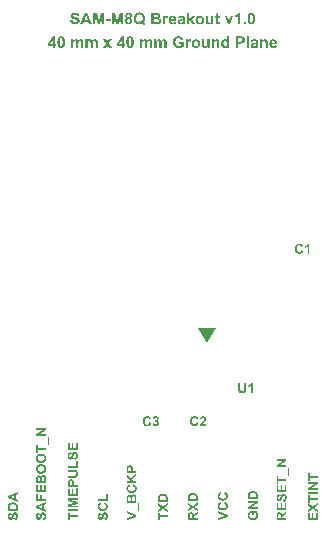
<source format=gto>
G04 Layer_Color=15065295*
%FSLAX25Y25*%
%MOIN*%
G70*
G01*
G75*
G36*
X58682Y22343D02*
X58715Y22339D01*
X58782Y22329D01*
X58867Y22310D01*
X58957Y22282D01*
X59047Y22239D01*
X59141Y22187D01*
X59146D01*
X59151Y22178D01*
X59179Y22159D01*
X59226Y22121D01*
X59278Y22074D01*
X59340Y22012D01*
X59396Y21932D01*
X59453Y21847D01*
X59505Y21743D01*
Y21738D01*
X59510Y21728D01*
X59515Y21714D01*
X59524Y21691D01*
X59534Y21662D01*
X59543Y21629D01*
X59553Y21591D01*
X59562Y21549D01*
X59576Y21497D01*
X59586Y21445D01*
X59605Y21322D01*
X59619Y21184D01*
X59624Y21033D01*
Y21028D01*
Y21005D01*
Y20972D01*
X59619Y20929D01*
X59614Y20877D01*
X59609Y20820D01*
X59600Y20754D01*
X59586Y20683D01*
X59553Y20527D01*
X59529Y20447D01*
X59505Y20371D01*
X59472Y20290D01*
X59434Y20215D01*
X59392Y20144D01*
X59340Y20078D01*
X59335Y20073D01*
X59326Y20063D01*
X59311Y20044D01*
X59288Y20026D01*
X59255Y19997D01*
X59217Y19969D01*
X59174Y19936D01*
X59127Y19903D01*
X59070Y19870D01*
X59009Y19836D01*
X58938Y19803D01*
X58862Y19770D01*
X58782Y19747D01*
X58692Y19718D01*
X58597Y19699D01*
X58498Y19685D01*
X58436Y20328D01*
X58441D01*
X58451Y20333D01*
X58469D01*
X58488Y20338D01*
X58545Y20357D01*
X58616Y20380D01*
X58697Y20409D01*
X58777Y20451D01*
X58848Y20499D01*
X58914Y20560D01*
X58919Y20570D01*
X58938Y20593D01*
X58961Y20631D01*
X58990Y20688D01*
X59018Y20759D01*
X59042Y20839D01*
X59061Y20934D01*
X59065Y21043D01*
Y21047D01*
Y21057D01*
Y21071D01*
Y21095D01*
X59056Y21151D01*
X59047Y21222D01*
X59032Y21298D01*
X59009Y21378D01*
X58975Y21454D01*
X58933Y21520D01*
X58928Y21530D01*
X58909Y21549D01*
X58881Y21572D01*
X58843Y21605D01*
X58796Y21634D01*
X58739Y21662D01*
X58682Y21681D01*
X58616Y21686D01*
X58597D01*
X58574Y21681D01*
X58545Y21676D01*
X58517Y21667D01*
X58484Y21657D01*
X58451Y21639D01*
X58417Y21615D01*
X58413Y21610D01*
X58403Y21601D01*
X58389Y21587D01*
X58370Y21563D01*
X58346Y21530D01*
X58323Y21487D01*
X58299Y21440D01*
X58276Y21378D01*
Y21374D01*
X58266Y21355D01*
X58257Y21322D01*
X58247Y21298D01*
X58242Y21270D01*
X58233Y21237D01*
X58219Y21199D01*
X58209Y21156D01*
X58195Y21109D01*
X58181Y21052D01*
X58167Y20990D01*
X58148Y20924D01*
X58129Y20849D01*
Y20844D01*
X58124Y20825D01*
X58115Y20797D01*
X58105Y20764D01*
X58091Y20721D01*
X58077Y20669D01*
X58058Y20617D01*
X58039Y20555D01*
X57992Y20432D01*
X57935Y20314D01*
X57907Y20253D01*
X57873Y20201D01*
X57840Y20149D01*
X57807Y20106D01*
X57802Y20101D01*
X57793Y20092D01*
X57779Y20078D01*
X57760Y20059D01*
X57732Y20035D01*
X57699Y20011D01*
X57665Y19983D01*
X57623Y19959D01*
X57523Y19903D01*
X57410Y19855D01*
X57348Y19836D01*
X57287Y19822D01*
X57216Y19813D01*
X57145Y19808D01*
X57103D01*
X57055Y19817D01*
X56994Y19827D01*
X56923Y19841D01*
X56842Y19865D01*
X56757Y19898D01*
X56677Y19945D01*
X56672D01*
X56667Y19950D01*
X56639Y19974D01*
X56601Y20002D01*
X56554Y20049D01*
X56502Y20106D01*
X56445Y20177D01*
X56393Y20257D01*
X56346Y20352D01*
Y20357D01*
X56341Y20366D01*
X56336Y20380D01*
X56327Y20399D01*
X56317Y20428D01*
X56308Y20456D01*
X56298Y20494D01*
X56284Y20536D01*
X56265Y20631D01*
X56246Y20740D01*
X56232Y20863D01*
X56227Y21000D01*
Y21009D01*
Y21028D01*
Y21057D01*
X56232Y21099D01*
X56237Y21151D01*
X56242Y21213D01*
X56251Y21274D01*
X56261Y21345D01*
X56294Y21497D01*
X56317Y21572D01*
X56341Y21648D01*
X56374Y21724D01*
X56412Y21795D01*
X56454Y21861D01*
X56502Y21922D01*
X56507Y21927D01*
X56516Y21937D01*
X56530Y21951D01*
X56549Y21970D01*
X56577Y21993D01*
X56611Y22022D01*
X56648Y22050D01*
X56691Y22083D01*
X56743Y22111D01*
X56795Y22140D01*
X56857Y22168D01*
X56923Y22192D01*
X56989Y22216D01*
X57065Y22234D01*
X57140Y22249D01*
X57226Y22253D01*
X57249Y21591D01*
X57240D01*
X57206Y21582D01*
X57164Y21572D01*
X57112Y21553D01*
X57050Y21530D01*
X56994Y21497D01*
X56937Y21454D01*
X56890Y21407D01*
X56885Y21402D01*
X56871Y21383D01*
X56852Y21350D01*
X56833Y21303D01*
X56814Y21246D01*
X56795Y21175D01*
X56781Y21090D01*
X56776Y20990D01*
Y20986D01*
Y20976D01*
Y20962D01*
Y20943D01*
X56781Y20891D01*
X56790Y20830D01*
X56805Y20759D01*
X56828Y20683D01*
X56857Y20612D01*
X56899Y20546D01*
X56904Y20541D01*
X56913Y20532D01*
X56928Y20513D01*
X56951Y20494D01*
X56980Y20475D01*
X57017Y20456D01*
X57055Y20447D01*
X57103Y20442D01*
X57121D01*
X57145Y20447D01*
X57169Y20456D01*
X57202Y20466D01*
X57235Y20480D01*
X57268Y20503D01*
X57301Y20536D01*
X57306Y20541D01*
X57320Y20565D01*
X57329Y20579D01*
X57339Y20603D01*
X57353Y20626D01*
X57367Y20659D01*
X57381Y20697D01*
X57401Y20740D01*
X57419Y20792D01*
X57438Y20844D01*
X57457Y20910D01*
X57476Y20981D01*
X57495Y21057D01*
X57519Y21142D01*
Y21147D01*
X57523Y21166D01*
X57528Y21189D01*
X57538Y21222D01*
X57547Y21260D01*
X57561Y21307D01*
X57576Y21360D01*
X57590Y21411D01*
X57627Y21525D01*
X57665Y21643D01*
X57708Y21757D01*
X57732Y21804D01*
X57755Y21851D01*
Y21856D01*
X57760Y21861D01*
X57779Y21889D01*
X57807Y21932D01*
X57845Y21984D01*
X57892Y22041D01*
X57949Y22102D01*
X58015Y22164D01*
X58091Y22216D01*
X58100Y22220D01*
X58129Y22234D01*
X58171Y22258D01*
X58233Y22282D01*
X58309Y22306D01*
X58398Y22329D01*
X58498Y22343D01*
X58611Y22348D01*
X58659D01*
X58682Y22343D01*
D02*
G37*
G36*
X128068Y188897D02*
X128112Y188891D01*
X128168Y188880D01*
X128223Y188869D01*
X128290Y188852D01*
X128362Y188830D01*
X128428Y188802D01*
X128501Y188775D01*
X128573Y188736D01*
X128645Y188686D01*
X128717Y188636D01*
X128784Y188575D01*
X128845Y188503D01*
X128850Y188497D01*
X128861Y188480D01*
X128878Y188453D01*
X128906Y188414D01*
X128934Y188358D01*
X128967Y188292D01*
X129000Y188219D01*
X129033Y188125D01*
X129067Y188025D01*
X129106Y187909D01*
X129133Y187781D01*
X129161Y187637D01*
X129189Y187481D01*
X129206Y187315D01*
X129217Y187132D01*
X129222Y186932D01*
Y186926D01*
Y186921D01*
Y186904D01*
Y186882D01*
Y186827D01*
X129217Y186754D01*
X129211Y186665D01*
X129200Y186560D01*
X129189Y186449D01*
X129178Y186327D01*
X129156Y186199D01*
X129128Y186066D01*
X129100Y185939D01*
X129061Y185811D01*
X129022Y185683D01*
X128967Y185567D01*
X128911Y185456D01*
X128845Y185361D01*
X128839Y185356D01*
X128828Y185345D01*
X128811Y185322D01*
X128789Y185300D01*
X128756Y185273D01*
X128717Y185239D01*
X128667Y185200D01*
X128617Y185167D01*
X128556Y185128D01*
X128495Y185089D01*
X128423Y185056D01*
X128345Y185028D01*
X128262Y185006D01*
X128168Y184984D01*
X128073Y184973D01*
X127973Y184967D01*
X127951D01*
X127918Y184973D01*
X127879D01*
X127835Y184978D01*
X127779Y184989D01*
X127718Y185001D01*
X127652Y185023D01*
X127579Y185045D01*
X127507Y185073D01*
X127429Y185106D01*
X127357Y185150D01*
X127280Y185195D01*
X127208Y185256D01*
X127135Y185317D01*
X127069Y185395D01*
X127063Y185400D01*
X127052Y185417D01*
X127035Y185444D01*
X127019Y185478D01*
X126991Y185528D01*
X126963Y185589D01*
X126930Y185667D01*
X126902Y185750D01*
X126869Y185850D01*
X126836Y185961D01*
X126808Y186088D01*
X126786Y186227D01*
X126763Y186382D01*
X126747Y186555D01*
X126736Y186738D01*
X126730Y186937D01*
Y186943D01*
Y186949D01*
Y186965D01*
Y186987D01*
Y187043D01*
X126736Y187115D01*
X126741Y187204D01*
X126752Y187309D01*
X126763Y187420D01*
X126775Y187542D01*
X126797Y187670D01*
X126819Y187798D01*
X126852Y187931D01*
X126886Y188059D01*
X126930Y188181D01*
X126980Y188297D01*
X127035Y188408D01*
X127102Y188503D01*
X127108Y188508D01*
X127119Y188519D01*
X127135Y188541D01*
X127163Y188564D01*
X127191Y188597D01*
X127230Y188630D01*
X127280Y188663D01*
X127330Y188702D01*
X127391Y188741D01*
X127452Y188775D01*
X127524Y188808D01*
X127602Y188841D01*
X127685Y188863D01*
X127779Y188885D01*
X127874Y188897D01*
X127973Y188902D01*
X128029D01*
X128068Y188897D01*
D02*
G37*
G36*
X50141Y28445D02*
X49398Y28161D01*
Y26846D01*
X50141Y26577D01*
Y25877D01*
X46867Y27144D01*
Y27844D01*
X50141Y29159D01*
Y28445D01*
D02*
G37*
G36*
X56842Y26875D02*
X57618D01*
Y28242D01*
X58171D01*
Y26875D01*
X59562D01*
Y26212D01*
X56289D01*
Y28459D01*
X56842D01*
Y26875D01*
D02*
G37*
G36*
X87181Y188897D02*
X87231Y188891D01*
X87281Y188885D01*
X87342Y188880D01*
X87403Y188869D01*
X87542Y188836D01*
X87686Y188786D01*
X87752Y188752D01*
X87825Y188714D01*
X87886Y188669D01*
X87947Y188619D01*
X87952Y188614D01*
X87958Y188608D01*
X87975Y188591D01*
X87997Y188569D01*
X88019Y188541D01*
X88041Y188508D01*
X88102Y188425D01*
X88158Y188319D01*
X88202Y188203D01*
X88241Y188064D01*
X88247Y187986D01*
X88252Y187909D01*
Y187903D01*
Y187898D01*
Y187864D01*
X88247Y187814D01*
X88235Y187748D01*
X88219Y187676D01*
X88191Y187598D01*
X88158Y187515D01*
X88108Y187431D01*
X88102Y187420D01*
X88080Y187398D01*
X88052Y187359D01*
X88008Y187315D01*
X87952Y187259D01*
X87886Y187209D01*
X87808Y187160D01*
X87719Y187115D01*
X87725D01*
X87736Y187109D01*
X87752Y187104D01*
X87775Y187093D01*
X87830Y187060D01*
X87902Y187015D01*
X87980Y186965D01*
X88063Y186899D01*
X88141Y186821D01*
X88208Y186732D01*
X88213Y186721D01*
X88235Y186688D01*
X88263Y186638D01*
X88291Y186571D01*
X88324Y186488D01*
X88346Y186388D01*
X88369Y186283D01*
X88374Y186166D01*
Y186161D01*
Y186144D01*
Y186116D01*
X88369Y186077D01*
X88363Y186033D01*
X88358Y185977D01*
X88346Y185922D01*
X88330Y185861D01*
X88291Y185722D01*
X88263Y185650D01*
X88230Y185578D01*
X88191Y185506D01*
X88141Y185433D01*
X88091Y185367D01*
X88030Y185300D01*
X88024Y185295D01*
X88013Y185284D01*
X87997Y185267D01*
X87969Y185250D01*
X87936Y185222D01*
X87891Y185195D01*
X87847Y185167D01*
X87791Y185134D01*
X87730Y185100D01*
X87658Y185073D01*
X87586Y185045D01*
X87508Y185017D01*
X87419Y185001D01*
X87325Y184984D01*
X87231Y184973D01*
X87125Y184967D01*
X87075D01*
X87037Y184973D01*
X86992Y184978D01*
X86942Y184984D01*
X86887Y184989D01*
X86820Y185001D01*
X86681Y185034D01*
X86537Y185084D01*
X86465Y185111D01*
X86393Y185150D01*
X86321Y185189D01*
X86254Y185239D01*
X86248Y185245D01*
X86237Y185256D01*
X86215Y185273D01*
X86187Y185300D01*
X86160Y185334D01*
X86126Y185372D01*
X86088Y185422D01*
X86049Y185472D01*
X86010Y185533D01*
X85971Y185600D01*
X85938Y185672D01*
X85910Y185755D01*
X85882Y185839D01*
X85860Y185933D01*
X85849Y186027D01*
X85843Y186133D01*
Y186138D01*
Y186149D01*
Y186166D01*
Y186188D01*
X85849Y186249D01*
X85860Y186321D01*
X85882Y186410D01*
X85904Y186510D01*
X85943Y186610D01*
X85993Y186710D01*
Y186715D01*
X85999Y186721D01*
X86021Y186754D01*
X86060Y186799D01*
X86115Y186860D01*
X86182Y186926D01*
X86265Y186993D01*
X86365Y187054D01*
X86482Y187115D01*
X86476D01*
X86471Y187121D01*
X86437Y187137D01*
X86387Y187165D01*
X86326Y187198D01*
X86254Y187248D01*
X86187Y187304D01*
X86121Y187370D01*
X86065Y187443D01*
X86060Y187454D01*
X86043Y187481D01*
X86027Y187520D01*
X86004Y187581D01*
X85976Y187648D01*
X85960Y187731D01*
X85943Y187814D01*
X85938Y187909D01*
Y187914D01*
Y187925D01*
Y187948D01*
X85943Y187981D01*
X85949Y188014D01*
X85954Y188059D01*
X85976Y188159D01*
X86010Y188269D01*
X86065Y188392D01*
X86099Y188447D01*
X86137Y188508D01*
X86187Y188564D01*
X86237Y188619D01*
X86243Y188625D01*
X86254Y188630D01*
X86271Y188647D01*
X86293Y188663D01*
X86326Y188686D01*
X86360Y188708D01*
X86404Y188736D01*
X86459Y188763D01*
X86515Y188786D01*
X86576Y188813D01*
X86648Y188836D01*
X86726Y188858D01*
X86809Y188874D01*
X86898Y188891D01*
X86992Y188897D01*
X87092Y188902D01*
X87148D01*
X87181Y188897D01*
D02*
G37*
G36*
X59562Y25144D02*
X58820Y24860D01*
Y23545D01*
X59562Y23275D01*
Y22575D01*
X56289Y23843D01*
Y24543D01*
X59562Y25858D01*
Y25144D01*
D02*
G37*
G36*
X101788Y187881D02*
X101838Y187875D01*
X101900Y187864D01*
X101966Y187853D01*
X102038Y187837D01*
X102116Y187814D01*
X102194Y187787D01*
X102277Y187753D01*
X102360Y187709D01*
X102438Y187664D01*
X102515Y187609D01*
X102593Y187542D01*
X102660Y187470D01*
X102665Y187465D01*
X102676Y187454D01*
X102693Y187426D01*
X102715Y187393D01*
X102743Y187348D01*
X102771Y187298D01*
X102804Y187232D01*
X102837Y187160D01*
X102871Y187076D01*
X102904Y186982D01*
X102932Y186882D01*
X102960Y186765D01*
X102982Y186643D01*
X102998Y186510D01*
X103009Y186371D01*
Y186216D01*
X101167D01*
Y186210D01*
Y186199D01*
Y186183D01*
X101172Y186161D01*
X101178Y186105D01*
X101189Y186027D01*
X101211Y185950D01*
X101245Y185861D01*
X101283Y185777D01*
X101339Y185705D01*
X101345Y185700D01*
X101372Y185678D01*
X101406Y185650D01*
X101455Y185617D01*
X101516Y185583D01*
X101594Y185556D01*
X101678Y185533D01*
X101766Y185528D01*
X101794D01*
X101827Y185533D01*
X101866Y185539D01*
X101911Y185550D01*
X101961Y185567D01*
X102011Y185589D01*
X102055Y185622D01*
X102060Y185628D01*
X102077Y185639D01*
X102099Y185661D01*
X102121Y185694D01*
X102155Y185739D01*
X102182Y185789D01*
X102210Y185855D01*
X102238Y185927D01*
X102971Y185805D01*
Y185800D01*
X102965Y185789D01*
X102954Y185766D01*
X102943Y185739D01*
X102926Y185705D01*
X102910Y185667D01*
X102860Y185578D01*
X102799Y185478D01*
X102721Y185372D01*
X102627Y185278D01*
X102521Y185189D01*
X102515D01*
X102510Y185178D01*
X102488Y185173D01*
X102466Y185156D01*
X102438Y185139D01*
X102399Y185123D01*
X102360Y185106D01*
X102310Y185084D01*
X102199Y185045D01*
X102071Y185012D01*
X101922Y184989D01*
X101761Y184978D01*
X101727D01*
X101694Y184984D01*
X101644D01*
X101583Y184995D01*
X101511Y185006D01*
X101433Y185017D01*
X101356Y185039D01*
X101267Y185062D01*
X101178Y185095D01*
X101089Y185134D01*
X101000Y185178D01*
X100912Y185234D01*
X100828Y185295D01*
X100756Y185367D01*
X100684Y185450D01*
X100679Y185456D01*
X100673Y185467D01*
X100662Y185489D01*
X100640Y185517D01*
X100623Y185556D01*
X100601Y185600D01*
X100573Y185650D01*
X100551Y185711D01*
X100523Y185777D01*
X100501Y185850D01*
X100473Y185927D01*
X100457Y186016D01*
X100440Y186105D01*
X100423Y186199D01*
X100418Y186305D01*
X100412Y186410D01*
Y186416D01*
Y186438D01*
Y186477D01*
X100418Y186527D01*
X100423Y186582D01*
X100429Y186649D01*
X100440Y186721D01*
X100457Y186804D01*
X100501Y186976D01*
X100529Y187065D01*
X100562Y187160D01*
X100606Y187248D01*
X100656Y187331D01*
X100712Y187415D01*
X100773Y187493D01*
X100778Y187498D01*
X100789Y187509D01*
X100812Y187531D01*
X100839Y187554D01*
X100873Y187581D01*
X100917Y187615D01*
X100967Y187653D01*
X101023Y187692D01*
X101084Y187726D01*
X101156Y187764D01*
X101228Y187798D01*
X101311Y187826D01*
X101394Y187848D01*
X101489Y187870D01*
X101583Y187881D01*
X101683Y187887D01*
X101744D01*
X101788Y187881D01*
D02*
G37*
G36*
X79161Y25635D02*
X79190Y25626D01*
X79228Y25612D01*
X79270Y25593D01*
X79322Y25574D01*
X79379Y25550D01*
X79440Y25522D01*
X79568Y25456D01*
X79701Y25370D01*
X79828Y25266D01*
X79885Y25210D01*
X79937Y25148D01*
X79942Y25144D01*
X79947Y25134D01*
X79961Y25115D01*
X79980Y25087D01*
X79999Y25054D01*
X80018Y25011D01*
X80041Y24964D01*
X80065Y24912D01*
X80093Y24850D01*
X80117Y24784D01*
X80136Y24713D01*
X80155Y24637D01*
X80174Y24557D01*
X80188Y24467D01*
X80193Y24377D01*
X80197Y24278D01*
Y24268D01*
Y24250D01*
X80193Y24216D01*
X80188Y24169D01*
X80183Y24117D01*
X80174Y24051D01*
X80159Y23980D01*
X80141Y23900D01*
X80117Y23819D01*
X80089Y23734D01*
X80051Y23644D01*
X80008Y23554D01*
X79961Y23464D01*
X79899Y23374D01*
X79833Y23289D01*
X79753Y23209D01*
X79748Y23204D01*
X79734Y23190D01*
X79705Y23171D01*
X79672Y23143D01*
X79625Y23114D01*
X79573Y23076D01*
X79507Y23039D01*
X79431Y23001D01*
X79351Y22963D01*
X79261Y22925D01*
X79157Y22887D01*
X79048Y22859D01*
X78934Y22830D01*
X78807Y22812D01*
X78674Y22797D01*
X78532Y22793D01*
X78495D01*
X78452Y22797D01*
X78395D01*
X78329Y22807D01*
X78249Y22816D01*
X78163Y22826D01*
X78064Y22845D01*
X77965Y22868D01*
X77861Y22897D01*
X77757Y22930D01*
X77648Y22972D01*
X77544Y23020D01*
X77444Y23076D01*
X77350Y23138D01*
X77260Y23214D01*
X77255Y23218D01*
X77241Y23233D01*
X77217Y23256D01*
X77189Y23289D01*
X77156Y23332D01*
X77118Y23384D01*
X77075Y23441D01*
X77033Y23512D01*
X76990Y23587D01*
X76948Y23668D01*
X76910Y23762D01*
X76877Y23857D01*
X76848Y23966D01*
X76825Y24074D01*
X76811Y24197D01*
X76806Y24320D01*
Y24325D01*
Y24349D01*
Y24377D01*
X76811Y24420D01*
X76815Y24472D01*
X76825Y24529D01*
X76834Y24595D01*
X76848Y24666D01*
X76867Y24741D01*
X76891Y24822D01*
X76919Y24902D01*
X76957Y24987D01*
X76995Y25068D01*
X77042Y25144D01*
X77099Y25224D01*
X77161Y25295D01*
Y25300D01*
X77170Y25304D01*
X77184Y25319D01*
X77198Y25333D01*
X77222Y25352D01*
X77250Y25370D01*
X77317Y25422D01*
X77402Y25475D01*
X77506Y25531D01*
X77624Y25583D01*
X77761Y25631D01*
X77917Y24978D01*
X77913D01*
X77908Y24973D01*
X77894D01*
X77875Y24964D01*
X77832Y24949D01*
X77776Y24926D01*
X77709Y24893D01*
X77643Y24850D01*
X77577Y24793D01*
X77520Y24732D01*
X77515Y24723D01*
X77496Y24699D01*
X77473Y24661D01*
X77444Y24609D01*
X77416Y24543D01*
X77392Y24467D01*
X77373Y24382D01*
X77369Y24287D01*
Y24283D01*
Y24273D01*
Y24254D01*
X77373Y24226D01*
X77378Y24197D01*
X77383Y24160D01*
X77402Y24079D01*
X77435Y23985D01*
X77482Y23885D01*
X77511Y23833D01*
X77544Y23786D01*
X77586Y23739D01*
X77634Y23696D01*
X77638D01*
X77648Y23687D01*
X77662Y23677D01*
X77686Y23663D01*
X77714Y23644D01*
X77747Y23625D01*
X77790Y23606D01*
X77837Y23587D01*
X77894Y23564D01*
X77955Y23545D01*
X78026Y23526D01*
X78102Y23507D01*
X78187Y23493D01*
X78277Y23483D01*
X78376Y23479D01*
X78485Y23474D01*
X78547D01*
X78584Y23479D01*
X78636D01*
X78698Y23488D01*
X78759Y23493D01*
X78830Y23502D01*
X78977Y23530D01*
X79124Y23568D01*
X79194Y23592D01*
X79261Y23625D01*
X79322Y23658D01*
X79374Y23696D01*
X79379Y23701D01*
X79384Y23706D01*
X79398Y23720D01*
X79417Y23739D01*
X79455Y23786D01*
X79502Y23852D01*
X79554Y23933D01*
X79592Y24032D01*
X79625Y24145D01*
X79630Y24207D01*
X79634Y24273D01*
Y24278D01*
Y24283D01*
Y24297D01*
X79630Y24316D01*
X79625Y24368D01*
X79615Y24429D01*
X79592Y24495D01*
X79563Y24571D01*
X79526Y24647D01*
X79469Y24723D01*
X79459Y24732D01*
X79436Y24756D01*
X79398Y24789D01*
X79341Y24827D01*
X79265Y24874D01*
X79176Y24916D01*
X79067Y24959D01*
X78939Y24997D01*
X79138Y25640D01*
X79142D01*
X79161Y25635D01*
D02*
G37*
G36*
X79261Y22343D02*
X79294Y22339D01*
X79360Y22329D01*
X79445Y22310D01*
X79535Y22282D01*
X79625Y22239D01*
X79720Y22187D01*
X79724D01*
X79729Y22178D01*
X79757Y22159D01*
X79805Y22121D01*
X79857Y22074D01*
X79918Y22012D01*
X79975Y21932D01*
X80032Y21847D01*
X80084Y21743D01*
Y21738D01*
X80089Y21728D01*
X80093Y21714D01*
X80103Y21691D01*
X80112Y21662D01*
X80122Y21629D01*
X80131Y21591D01*
X80141Y21549D01*
X80155Y21497D01*
X80164Y21445D01*
X80183Y21322D01*
X80197Y21184D01*
X80202Y21033D01*
Y21028D01*
Y21005D01*
Y20972D01*
X80197Y20929D01*
X80193Y20877D01*
X80188Y20820D01*
X80178Y20754D01*
X80164Y20683D01*
X80131Y20527D01*
X80107Y20447D01*
X80084Y20371D01*
X80051Y20290D01*
X80013Y20215D01*
X79970Y20144D01*
X79918Y20078D01*
X79914Y20073D01*
X79904Y20063D01*
X79890Y20044D01*
X79866Y20026D01*
X79833Y19997D01*
X79795Y19969D01*
X79753Y19936D01*
X79705Y19903D01*
X79649Y19870D01*
X79587Y19836D01*
X79516Y19803D01*
X79440Y19770D01*
X79360Y19747D01*
X79270Y19718D01*
X79176Y19699D01*
X79076Y19685D01*
X79015Y20328D01*
X79019D01*
X79029Y20333D01*
X79048D01*
X79067Y20338D01*
X79124Y20357D01*
X79194Y20380D01*
X79275Y20409D01*
X79355Y20451D01*
X79426Y20499D01*
X79492Y20560D01*
X79497Y20570D01*
X79516Y20593D01*
X79540Y20631D01*
X79568Y20688D01*
X79597Y20759D01*
X79620Y20839D01*
X79639Y20934D01*
X79644Y21043D01*
Y21047D01*
Y21057D01*
Y21071D01*
Y21095D01*
X79634Y21151D01*
X79625Y21222D01*
X79611Y21298D01*
X79587Y21378D01*
X79554Y21454D01*
X79511Y21520D01*
X79507Y21530D01*
X79488Y21549D01*
X79459Y21572D01*
X79422Y21605D01*
X79374Y21634D01*
X79317Y21662D01*
X79261Y21681D01*
X79194Y21686D01*
X79176D01*
X79152Y21681D01*
X79124Y21676D01*
X79095Y21667D01*
X79062Y21657D01*
X79029Y21639D01*
X78996Y21615D01*
X78991Y21610D01*
X78982Y21601D01*
X78967Y21587D01*
X78949Y21563D01*
X78925Y21530D01*
X78901Y21487D01*
X78878Y21440D01*
X78854Y21378D01*
Y21374D01*
X78844Y21355D01*
X78835Y21322D01*
X78826Y21298D01*
X78821Y21270D01*
X78811Y21237D01*
X78797Y21199D01*
X78788Y21156D01*
X78774Y21109D01*
X78759Y21052D01*
X78745Y20990D01*
X78726Y20924D01*
X78707Y20849D01*
Y20844D01*
X78703Y20825D01*
X78693Y20797D01*
X78684Y20764D01*
X78670Y20721D01*
X78655Y20669D01*
X78636Y20617D01*
X78618Y20555D01*
X78570Y20432D01*
X78513Y20314D01*
X78485Y20253D01*
X78452Y20201D01*
X78419Y20149D01*
X78386Y20106D01*
X78381Y20101D01*
X78372Y20092D01*
X78357Y20078D01*
X78338Y20059D01*
X78310Y20035D01*
X78277Y20011D01*
X78244Y19983D01*
X78201Y19959D01*
X78102Y19903D01*
X77988Y19855D01*
X77927Y19836D01*
X77865Y19822D01*
X77794Y19813D01*
X77723Y19808D01*
X77681D01*
X77634Y19817D01*
X77572Y19827D01*
X77501Y19841D01*
X77421Y19865D01*
X77336Y19898D01*
X77255Y19945D01*
X77250D01*
X77246Y19950D01*
X77217Y19974D01*
X77179Y20002D01*
X77132Y20049D01*
X77080Y20106D01*
X77024Y20177D01*
X76971Y20257D01*
X76924Y20352D01*
Y20357D01*
X76919Y20366D01*
X76915Y20380D01*
X76905Y20399D01*
X76896Y20428D01*
X76886Y20456D01*
X76877Y20494D01*
X76863Y20536D01*
X76844Y20631D01*
X76825Y20740D01*
X76811Y20863D01*
X76806Y21000D01*
Y21009D01*
Y21028D01*
Y21057D01*
X76811Y21099D01*
X76815Y21151D01*
X76820Y21213D01*
X76829Y21274D01*
X76839Y21345D01*
X76872Y21497D01*
X76896Y21572D01*
X76919Y21648D01*
X76952Y21724D01*
X76990Y21795D01*
X77033Y21861D01*
X77080Y21922D01*
X77085Y21927D01*
X77094Y21937D01*
X77109Y21951D01*
X77127Y21970D01*
X77156Y21993D01*
X77189Y22022D01*
X77227Y22050D01*
X77269Y22083D01*
X77321Y22111D01*
X77373Y22140D01*
X77435Y22168D01*
X77501Y22192D01*
X77567Y22216D01*
X77643Y22234D01*
X77719Y22249D01*
X77804Y22253D01*
X77828Y21591D01*
X77818D01*
X77785Y21582D01*
X77742Y21572D01*
X77690Y21553D01*
X77629Y21530D01*
X77572Y21497D01*
X77515Y21454D01*
X77468Y21407D01*
X77463Y21402D01*
X77449Y21383D01*
X77430Y21350D01*
X77411Y21303D01*
X77392Y21246D01*
X77373Y21175D01*
X77359Y21090D01*
X77355Y20990D01*
Y20986D01*
Y20976D01*
Y20962D01*
Y20943D01*
X77359Y20891D01*
X77369Y20830D01*
X77383Y20759D01*
X77407Y20683D01*
X77435Y20612D01*
X77478Y20546D01*
X77482Y20541D01*
X77492Y20532D01*
X77506Y20513D01*
X77530Y20494D01*
X77558Y20475D01*
X77596Y20456D01*
X77634Y20447D01*
X77681Y20442D01*
X77700D01*
X77723Y20447D01*
X77747Y20456D01*
X77780Y20466D01*
X77813Y20480D01*
X77846Y20503D01*
X77880Y20536D01*
X77884Y20541D01*
X77899Y20565D01*
X77908Y20579D01*
X77917Y20603D01*
X77932Y20626D01*
X77946Y20659D01*
X77960Y20697D01*
X77979Y20740D01*
X77998Y20792D01*
X78017Y20844D01*
X78036Y20910D01*
X78055Y20981D01*
X78074Y21057D01*
X78097Y21142D01*
Y21147D01*
X78102Y21166D01*
X78107Y21189D01*
X78116Y21222D01*
X78126Y21260D01*
X78140Y21307D01*
X78154Y21360D01*
X78168Y21411D01*
X78206Y21525D01*
X78244Y21643D01*
X78286Y21757D01*
X78310Y21804D01*
X78334Y21851D01*
Y21856D01*
X78338Y21861D01*
X78357Y21889D01*
X78386Y21932D01*
X78424Y21984D01*
X78471Y22041D01*
X78528Y22102D01*
X78594Y22164D01*
X78670Y22216D01*
X78679Y22220D01*
X78707Y22234D01*
X78750Y22258D01*
X78811Y22282D01*
X78887Y22306D01*
X78977Y22329D01*
X79076Y22343D01*
X79190Y22348D01*
X79237D01*
X79261Y22343D01*
D02*
G37*
G36*
X139720Y39419D02*
X137563Y38089D01*
X139720D01*
Y37479D01*
X136446D01*
Y38118D01*
X138651Y39471D01*
X136446D01*
Y40081D01*
X139720D01*
Y39419D01*
D02*
G37*
G36*
X48641Y25645D02*
X48679D01*
X48726Y25640D01*
X48778Y25635D01*
X48887Y25626D01*
X49001Y25607D01*
X49119Y25579D01*
X49232Y25545D01*
X49237D01*
X49247Y25541D01*
X49266Y25531D01*
X49294Y25522D01*
X49322Y25512D01*
X49355Y25493D01*
X49441Y25456D01*
X49530Y25408D01*
X49630Y25347D01*
X49724Y25276D01*
X49814Y25196D01*
X49824Y25186D01*
X49843Y25162D01*
X49871Y25124D01*
X49909Y25073D01*
X49951Y25006D01*
X49994Y24931D01*
X50037Y24836D01*
X50074Y24732D01*
Y24727D01*
X50079Y24723D01*
Y24708D01*
X50084Y24694D01*
X50093Y24642D01*
X50107Y24576D01*
X50122Y24495D01*
X50131Y24396D01*
X50136Y24278D01*
X50141Y24150D01*
Y22911D01*
X46867D01*
Y24112D01*
Y24117D01*
Y24131D01*
Y24150D01*
Y24179D01*
Y24216D01*
X46872Y24254D01*
X46877Y24344D01*
X46881Y24443D01*
X46896Y24547D01*
X46910Y24647D01*
X46934Y24737D01*
Y24741D01*
X46938Y24751D01*
X46943Y24765D01*
X46948Y24784D01*
X46971Y24841D01*
X47005Y24907D01*
X47047Y24983D01*
X47099Y25068D01*
X47161Y25148D01*
X47236Y25229D01*
Y25233D01*
X47246Y25238D01*
X47274Y25262D01*
X47321Y25300D01*
X47383Y25342D01*
X47459Y25394D01*
X47548Y25446D01*
X47653Y25498D01*
X47766Y25541D01*
X47771D01*
X47780Y25545D01*
X47799Y25550D01*
X47823Y25560D01*
X47851Y25564D01*
X47889Y25574D01*
X47932Y25583D01*
X47979Y25598D01*
X48031Y25607D01*
X48092Y25616D01*
X48154Y25626D01*
X48225Y25631D01*
X48371Y25645D01*
X48537Y25650D01*
X48603D01*
X48641Y25645D01*
D02*
G37*
G36*
X49261Y22343D02*
X49294Y22339D01*
X49360Y22329D01*
X49445Y22310D01*
X49535Y22282D01*
X49625Y22239D01*
X49720Y22187D01*
X49724D01*
X49729Y22178D01*
X49757Y22159D01*
X49805Y22121D01*
X49857Y22074D01*
X49918Y22012D01*
X49975Y21932D01*
X50032Y21847D01*
X50084Y21743D01*
Y21738D01*
X50089Y21728D01*
X50093Y21714D01*
X50103Y21691D01*
X50112Y21662D01*
X50122Y21629D01*
X50131Y21591D01*
X50141Y21549D01*
X50155Y21497D01*
X50164Y21445D01*
X50183Y21322D01*
X50197Y21184D01*
X50202Y21033D01*
Y21028D01*
Y21005D01*
Y20972D01*
X50197Y20929D01*
X50192Y20877D01*
X50188Y20820D01*
X50178Y20754D01*
X50164Y20683D01*
X50131Y20527D01*
X50107Y20447D01*
X50084Y20371D01*
X50051Y20290D01*
X50013Y20215D01*
X49970Y20144D01*
X49918Y20078D01*
X49913Y20073D01*
X49904Y20063D01*
X49890Y20044D01*
X49866Y20026D01*
X49833Y19997D01*
X49795Y19969D01*
X49753Y19936D01*
X49705Y19903D01*
X49649Y19870D01*
X49587Y19836D01*
X49516Y19803D01*
X49441Y19770D01*
X49360Y19747D01*
X49270Y19718D01*
X49176Y19699D01*
X49076Y19685D01*
X49015Y20328D01*
X49020D01*
X49029Y20333D01*
X49048D01*
X49067Y20338D01*
X49124Y20357D01*
X49194Y20380D01*
X49275Y20409D01*
X49355Y20451D01*
X49426Y20499D01*
X49492Y20560D01*
X49497Y20570D01*
X49516Y20593D01*
X49540Y20631D01*
X49568Y20688D01*
X49597Y20759D01*
X49620Y20839D01*
X49639Y20934D01*
X49644Y21043D01*
Y21047D01*
Y21057D01*
Y21071D01*
Y21095D01*
X49634Y21151D01*
X49625Y21222D01*
X49611Y21298D01*
X49587Y21378D01*
X49554Y21454D01*
X49511Y21520D01*
X49507Y21530D01*
X49488Y21549D01*
X49459Y21572D01*
X49422Y21605D01*
X49374Y21634D01*
X49317Y21662D01*
X49261Y21681D01*
X49194Y21686D01*
X49176D01*
X49152Y21681D01*
X49124Y21676D01*
X49095Y21667D01*
X49062Y21657D01*
X49029Y21639D01*
X48996Y21615D01*
X48991Y21610D01*
X48982Y21601D01*
X48967Y21587D01*
X48949Y21563D01*
X48925Y21530D01*
X48901Y21487D01*
X48878Y21440D01*
X48854Y21378D01*
Y21374D01*
X48845Y21355D01*
X48835Y21322D01*
X48826Y21298D01*
X48821Y21270D01*
X48811Y21237D01*
X48797Y21199D01*
X48788Y21156D01*
X48774Y21109D01*
X48759Y21052D01*
X48745Y20990D01*
X48726Y20924D01*
X48707Y20849D01*
Y20844D01*
X48703Y20825D01*
X48693Y20797D01*
X48684Y20764D01*
X48669Y20721D01*
X48655Y20669D01*
X48636Y20617D01*
X48618Y20555D01*
X48570Y20432D01*
X48513Y20314D01*
X48485Y20253D01*
X48452Y20201D01*
X48419Y20149D01*
X48386Y20106D01*
X48381Y20101D01*
X48371Y20092D01*
X48357Y20078D01*
X48338Y20059D01*
X48310Y20035D01*
X48277Y20011D01*
X48244Y19983D01*
X48201Y19959D01*
X48102Y19903D01*
X47988Y19855D01*
X47927Y19836D01*
X47865Y19822D01*
X47794Y19813D01*
X47723Y19808D01*
X47681D01*
X47634Y19817D01*
X47572Y19827D01*
X47501Y19841D01*
X47421Y19865D01*
X47336Y19898D01*
X47255Y19945D01*
X47251D01*
X47246Y19950D01*
X47217Y19974D01*
X47179Y20002D01*
X47132Y20049D01*
X47080Y20106D01*
X47023Y20177D01*
X46971Y20257D01*
X46924Y20352D01*
Y20357D01*
X46919Y20366D01*
X46915Y20380D01*
X46905Y20399D01*
X46896Y20428D01*
X46886Y20456D01*
X46877Y20494D01*
X46863Y20536D01*
X46844Y20631D01*
X46825Y20740D01*
X46811Y20863D01*
X46806Y21000D01*
Y21009D01*
Y21028D01*
Y21057D01*
X46811Y21099D01*
X46815Y21151D01*
X46820Y21213D01*
X46830Y21274D01*
X46839Y21345D01*
X46872Y21497D01*
X46896Y21572D01*
X46919Y21648D01*
X46953Y21724D01*
X46990Y21795D01*
X47033Y21861D01*
X47080Y21922D01*
X47085Y21927D01*
X47094Y21937D01*
X47109Y21951D01*
X47128Y21970D01*
X47156Y21993D01*
X47189Y22022D01*
X47227Y22050D01*
X47269Y22083D01*
X47321Y22111D01*
X47374Y22140D01*
X47435Y22168D01*
X47501Y22192D01*
X47567Y22216D01*
X47643Y22234D01*
X47719Y22249D01*
X47804Y22253D01*
X47828Y21591D01*
X47818D01*
X47785Y21582D01*
X47742Y21572D01*
X47690Y21553D01*
X47629Y21530D01*
X47572Y21497D01*
X47515Y21454D01*
X47468Y21407D01*
X47463Y21402D01*
X47449Y21383D01*
X47430Y21350D01*
X47411Y21303D01*
X47392Y21246D01*
X47374Y21175D01*
X47359Y21090D01*
X47355Y20990D01*
Y20986D01*
Y20976D01*
Y20962D01*
Y20943D01*
X47359Y20891D01*
X47369Y20830D01*
X47383Y20759D01*
X47407Y20683D01*
X47435Y20612D01*
X47477Y20546D01*
X47482Y20541D01*
X47492Y20532D01*
X47506Y20513D01*
X47530Y20494D01*
X47558Y20475D01*
X47596Y20456D01*
X47634Y20447D01*
X47681Y20442D01*
X47700D01*
X47723Y20447D01*
X47747Y20456D01*
X47780Y20466D01*
X47813Y20480D01*
X47846Y20503D01*
X47880Y20536D01*
X47884Y20541D01*
X47899Y20565D01*
X47908Y20579D01*
X47917Y20603D01*
X47932Y20626D01*
X47946Y20659D01*
X47960Y20697D01*
X47979Y20740D01*
X47998Y20792D01*
X48017Y20844D01*
X48036Y20910D01*
X48055Y20981D01*
X48074Y21057D01*
X48097Y21142D01*
Y21147D01*
X48102Y21166D01*
X48107Y21189D01*
X48116Y21222D01*
X48125Y21260D01*
X48140Y21307D01*
X48154Y21360D01*
X48168Y21411D01*
X48206Y21525D01*
X48244Y21643D01*
X48286Y21757D01*
X48310Y21804D01*
X48334Y21851D01*
Y21856D01*
X48338Y21861D01*
X48357Y21889D01*
X48386Y21932D01*
X48423Y21984D01*
X48471Y22041D01*
X48528Y22102D01*
X48594Y22164D01*
X48669Y22216D01*
X48679Y22220D01*
X48707Y22234D01*
X48750Y22258D01*
X48811Y22282D01*
X48887Y22306D01*
X48977Y22329D01*
X49076Y22343D01*
X49190Y22348D01*
X49237D01*
X49261Y22343D01*
D02*
G37*
G36*
X80141Y26227D02*
X76891D01*
Y26889D01*
X79587D01*
Y28535D01*
X80141D01*
Y26227D01*
D02*
G37*
G36*
X59562Y49754D02*
X57405Y48425D01*
X59562D01*
Y47814D01*
X56289D01*
Y48453D01*
X58493Y49806D01*
X56289D01*
Y50416D01*
X59562D01*
Y49754D01*
D02*
G37*
G36*
X60466Y44891D02*
X60059D01*
Y47502D01*
X60466D01*
Y44891D01*
D02*
G37*
G36*
X56842Y43874D02*
X59562D01*
Y43212D01*
X56842D01*
Y42242D01*
X56289D01*
Y44839D01*
X56842D01*
Y43874D01*
D02*
G37*
G36*
X98641Y28497D02*
X98679D01*
X98726Y28492D01*
X98778Y28488D01*
X98887Y28478D01*
X99001Y28459D01*
X99119Y28431D01*
X99232Y28398D01*
X99237D01*
X99247Y28393D01*
X99265Y28383D01*
X99294Y28374D01*
X99322Y28365D01*
X99355Y28346D01*
X99440Y28308D01*
X99530Y28260D01*
X99630Y28199D01*
X99724Y28128D01*
X99814Y28048D01*
X99824Y28038D01*
X99843Y28015D01*
X99871Y27977D01*
X99909Y27925D01*
X99951Y27858D01*
X99994Y27783D01*
X100037Y27688D01*
X100074Y27584D01*
Y27579D01*
X100079Y27575D01*
Y27560D01*
X100084Y27546D01*
X100093Y27494D01*
X100107Y27428D01*
X100122Y27348D01*
X100131Y27248D01*
X100136Y27130D01*
X100141Y27002D01*
Y25763D01*
X96867D01*
Y26965D01*
Y26969D01*
Y26983D01*
Y27002D01*
Y27031D01*
Y27069D01*
X96872Y27106D01*
X96877Y27196D01*
X96882Y27296D01*
X96896Y27400D01*
X96910Y27499D01*
X96934Y27589D01*
Y27594D01*
X96938Y27603D01*
X96943Y27617D01*
X96948Y27636D01*
X96971Y27693D01*
X97004Y27759D01*
X97047Y27835D01*
X97099Y27920D01*
X97161Y28000D01*
X97236Y28081D01*
Y28086D01*
X97246Y28090D01*
X97274Y28114D01*
X97321Y28152D01*
X97383Y28194D01*
X97459Y28246D01*
X97549Y28298D01*
X97653Y28350D01*
X97766Y28393D01*
X97771D01*
X97780Y28398D01*
X97799Y28402D01*
X97823Y28412D01*
X97851Y28417D01*
X97889Y28426D01*
X97932Y28436D01*
X97979Y28450D01*
X98031Y28459D01*
X98092Y28469D01*
X98154Y28478D01*
X98225Y28483D01*
X98371Y28497D01*
X98537Y28502D01*
X98603D01*
X98641Y28497D01*
D02*
G37*
G36*
X100141Y24623D02*
X99034Y23900D01*
X100141Y23171D01*
Y22376D01*
X98438Y23507D01*
X96867Y22480D01*
Y23252D01*
X97847Y23900D01*
X96867Y24547D01*
Y25319D01*
X98438Y24292D01*
X100141Y25418D01*
Y24623D01*
D02*
G37*
G36*
X97421Y21317D02*
X100141D01*
Y20655D01*
X97421D01*
Y19685D01*
X96867D01*
Y22282D01*
X97421D01*
Y21317D01*
D02*
G37*
G36*
X89719Y34320D02*
X88182Y33416D01*
X88731Y32882D01*
X89719D01*
Y32219D01*
X86446D01*
Y32882D01*
X87903D01*
X86446Y34225D01*
Y35114D01*
X87723Y33875D01*
X89719Y35176D01*
Y34320D01*
D02*
G37*
G36*
X58697Y34793D02*
X58753Y34783D01*
X58820Y34774D01*
X58895Y34755D01*
X58971Y34726D01*
X59051Y34693D01*
X59061Y34689D01*
X59084Y34674D01*
X59122Y34651D01*
X59170Y34618D01*
X59226Y34580D01*
X59278Y34528D01*
X59335Y34476D01*
X59387Y34409D01*
X59392Y34400D01*
X59406Y34376D01*
X59430Y34339D01*
X59453Y34286D01*
X59482Y34220D01*
X59505Y34145D01*
X59529Y34060D01*
X59543Y33965D01*
Y33955D01*
Y33946D01*
X59548Y33927D01*
Y33908D01*
Y33880D01*
X59553Y33847D01*
Y33804D01*
Y33757D01*
X59557Y33700D01*
Y33634D01*
Y33558D01*
X59562Y33478D01*
Y33383D01*
Y33284D01*
Y33170D01*
Y32059D01*
X56289D01*
Y33364D01*
Y33369D01*
Y33383D01*
Y33402D01*
Y33426D01*
Y33459D01*
Y33497D01*
X56294Y33582D01*
X56298Y33676D01*
X56303Y33771D01*
X56313Y33861D01*
X56322Y33941D01*
Y33951D01*
X56327Y33974D01*
X56336Y34007D01*
X56350Y34055D01*
X56369Y34107D01*
X56393Y34164D01*
X56421Y34225D01*
X56459Y34282D01*
X56464Y34286D01*
X56478Y34306D01*
X56502Y34334D01*
X56530Y34372D01*
X56573Y34409D01*
X56620Y34452D01*
X56672Y34495D01*
X56734Y34532D01*
X56743Y34537D01*
X56762Y34547D01*
X56800Y34566D01*
X56847Y34585D01*
X56904Y34604D01*
X56965Y34622D01*
X57041Y34632D01*
X57117Y34637D01*
X57155D01*
X57197Y34632D01*
X57254Y34622D01*
X57320Y34604D01*
X57391Y34585D01*
X57462Y34551D01*
X57538Y34509D01*
X57547Y34504D01*
X57571Y34485D01*
X57604Y34457D01*
X57646Y34424D01*
X57689Y34376D01*
X57741Y34320D01*
X57784Y34253D01*
X57826Y34178D01*
Y34183D01*
X57831Y34192D01*
X57836Y34206D01*
X57840Y34225D01*
X57864Y34282D01*
X57897Y34348D01*
X57935Y34419D01*
X57987Y34499D01*
X58048Y34570D01*
X58124Y34637D01*
X58134Y34641D01*
X58162Y34660D01*
X58205Y34689D01*
X58261Y34717D01*
X58337Y34745D01*
X58417Y34774D01*
X58512Y34793D01*
X58616Y34797D01*
X58654D01*
X58697Y34793D01*
D02*
G37*
G36*
X90794Y188947D02*
X90855D01*
X90922Y188935D01*
X91010Y188924D01*
X91099Y188908D01*
X91199Y188885D01*
X91304Y188858D01*
X91416Y188824D01*
X91532Y188780D01*
X91643Y188730D01*
X91754Y188669D01*
X91865Y188597D01*
X91965Y188519D01*
X92065Y188425D01*
X92070Y188419D01*
X92087Y188403D01*
X92109Y188369D01*
X92143Y188330D01*
X92181Y188275D01*
X92226Y188208D01*
X92270Y188136D01*
X92320Y188048D01*
X92365Y187948D01*
X92409Y187837D01*
X92453Y187720D01*
X92492Y187587D01*
X92526Y187448D01*
X92548Y187293D01*
X92564Y187132D01*
X92570Y186960D01*
Y186954D01*
Y186937D01*
Y186910D01*
Y186876D01*
X92564Y186832D01*
Y186782D01*
X92559Y186727D01*
X92553Y186665D01*
X92537Y186527D01*
X92509Y186377D01*
X92476Y186227D01*
X92426Y186083D01*
Y186077D01*
X92420Y186072D01*
X92414Y186055D01*
X92403Y186033D01*
X92381Y185977D01*
X92342Y185905D01*
X92298Y185822D01*
X92242Y185722D01*
X92170Y185622D01*
X92093Y185522D01*
X92098D01*
X92104Y185511D01*
X92120Y185500D01*
X92143Y185489D01*
X92198Y185450D01*
X92276Y185406D01*
X92370Y185356D01*
X92476Y185300D01*
X92592Y185250D01*
X92714Y185200D01*
X92426Y184645D01*
X92420D01*
X92398Y184656D01*
X92359Y184668D01*
X92315Y184684D01*
X92265Y184706D01*
X92204Y184734D01*
X92081Y184795D01*
X92070Y184801D01*
X92048Y184817D01*
X92026Y184828D01*
X92004Y184845D01*
X91976Y184862D01*
X91943Y184884D01*
X91898Y184912D01*
X91848Y184945D01*
X91793Y184978D01*
X91726Y185023D01*
X91649Y185073D01*
X91565Y185128D01*
X91560D01*
X91549Y185123D01*
X91527Y185111D01*
X91499Y185106D01*
X91466Y185089D01*
X91421Y185078D01*
X91377Y185062D01*
X91321Y185050D01*
X91199Y185017D01*
X91055Y184995D01*
X90899Y184973D01*
X90733Y184967D01*
X90694D01*
X90650Y184973D01*
X90589Y184978D01*
X90511Y184984D01*
X90428Y184995D01*
X90328Y185012D01*
X90228Y185034D01*
X90117Y185062D01*
X90006Y185095D01*
X89889Y185139D01*
X89773Y185189D01*
X89662Y185245D01*
X89551Y185317D01*
X89445Y185395D01*
X89345Y185489D01*
X89340Y185494D01*
X89323Y185511D01*
X89301Y185544D01*
X89268Y185583D01*
X89229Y185639D01*
X89190Y185705D01*
X89140Y185783D01*
X89096Y185866D01*
X89051Y185966D01*
X89007Y186077D01*
X88962Y186199D01*
X88924Y186327D01*
X88890Y186471D01*
X88868Y186627D01*
X88851Y186788D01*
X88846Y186960D01*
Y186971D01*
Y187004D01*
X88851Y187048D01*
Y187115D01*
X88863Y187193D01*
X88874Y187287D01*
X88890Y187387D01*
X88907Y187498D01*
X88935Y187615D01*
X88968Y187731D01*
X89007Y187853D01*
X89057Y187975D01*
X89112Y188097D01*
X89179Y188214D01*
X89257Y188325D01*
X89345Y188425D01*
X89351Y188430D01*
X89368Y188447D01*
X89395Y188475D01*
X89440Y188508D01*
X89490Y188547D01*
X89551Y188591D01*
X89623Y188641D01*
X89706Y188691D01*
X89801Y188736D01*
X89900Y188786D01*
X90011Y188830D01*
X90134Y188869D01*
X90267Y188902D01*
X90405Y188930D01*
X90555Y188947D01*
X90711Y188952D01*
X90750D01*
X90794Y188947D01*
D02*
G37*
G36*
X59562Y29008D02*
X56289D01*
Y31434D01*
X56842D01*
Y29670D01*
X57566D01*
Y31311D01*
X58119D01*
Y29670D01*
X59009D01*
Y31496D01*
X59562D01*
Y29008D01*
D02*
G37*
G36*
X58006Y41949D02*
X58063D01*
X58129Y41940D01*
X58205Y41930D01*
X58294Y41916D01*
X58384Y41902D01*
X58484Y41878D01*
X58588Y41850D01*
X58692Y41812D01*
X58796Y41769D01*
X58895Y41722D01*
X58995Y41661D01*
X59089Y41594D01*
X59179Y41519D01*
X59184Y41514D01*
X59198Y41500D01*
X59222Y41476D01*
X59250Y41438D01*
X59283Y41396D01*
X59321Y41344D01*
X59359Y41282D01*
X59401Y41216D01*
X59444Y41136D01*
X59482Y41050D01*
X59519Y40956D01*
X59553Y40852D01*
X59581Y40743D01*
X59605Y40625D01*
X59619Y40502D01*
X59624Y40369D01*
Y40360D01*
Y40336D01*
X59619Y40298D01*
X59614Y40251D01*
X59609Y40190D01*
X59600Y40119D01*
X59586Y40038D01*
X59567Y39953D01*
X59543Y39858D01*
X59515Y39769D01*
X59477Y39669D01*
X59434Y39575D01*
X59387Y39475D01*
X59326Y39386D01*
X59259Y39296D01*
X59179Y39211D01*
X59174Y39206D01*
X59160Y39192D01*
X59132Y39173D01*
X59099Y39144D01*
X59051Y39111D01*
X58995Y39073D01*
X58933Y39035D01*
X58857Y38998D01*
X58777Y38955D01*
X58682Y38917D01*
X58583Y38879D01*
X58474Y38846D01*
X58356Y38818D01*
X58228Y38799D01*
X58091Y38785D01*
X57949Y38780D01*
X57902D01*
X57864Y38785D01*
X57821D01*
X57774Y38789D01*
X57717Y38794D01*
X57656Y38799D01*
X57523Y38818D01*
X57381Y38842D01*
X57240Y38879D01*
X57107Y38927D01*
X57103D01*
X57098Y38931D01*
X57084Y38941D01*
X57065Y38946D01*
X57017Y38974D01*
X56956Y39007D01*
X56885Y39050D01*
X56814Y39102D01*
X56734Y39163D01*
X56658Y39229D01*
X56653Y39234D01*
X56648Y39239D01*
X56625Y39263D01*
X56587Y39305D01*
X56544Y39357D01*
X56497Y39419D01*
X56445Y39490D01*
X56398Y39570D01*
X56360Y39655D01*
Y39660D01*
X56355Y39669D01*
X56346Y39688D01*
X56341Y39712D01*
X56327Y39740D01*
X56317Y39773D01*
X56308Y39816D01*
X56294Y39858D01*
X56270Y39963D01*
X56246Y40081D01*
X56232Y40218D01*
X56227Y40360D01*
Y40369D01*
Y40393D01*
X56232Y40431D01*
Y40478D01*
X56242Y40540D01*
X56251Y40611D01*
X56265Y40691D01*
X56284Y40776D01*
X56308Y40866D01*
X56336Y40961D01*
X56374Y41055D01*
X56417Y41155D01*
X56469Y41249D01*
X56530Y41344D01*
X56601Y41434D01*
X56682Y41519D01*
X56686Y41524D01*
X56700Y41538D01*
X56729Y41561D01*
X56762Y41585D01*
X56809Y41618D01*
X56866Y41656D01*
X56932Y41694D01*
X57008Y41736D01*
X57088Y41779D01*
X57183Y41817D01*
X57287Y41855D01*
X57396Y41888D01*
X57519Y41916D01*
X57646Y41935D01*
X57784Y41949D01*
X57930Y41954D01*
X57963D01*
X58006Y41949D01*
D02*
G37*
G36*
X87529Y38023D02*
X87563D01*
X87629Y38014D01*
X87709Y38000D01*
X87799Y37981D01*
X87884Y37952D01*
X87965Y37914D01*
X87974Y37910D01*
X87998Y37896D01*
X88036Y37872D01*
X88083Y37839D01*
X88130Y37801D01*
X88187Y37749D01*
X88239Y37697D01*
X88286Y37635D01*
X88291Y37626D01*
X88305Y37607D01*
X88324Y37574D01*
X88348Y37531D01*
X88376Y37479D01*
X88400Y37422D01*
X88424Y37361D01*
X88442Y37295D01*
Y37290D01*
Y37285D01*
X88447Y37271D01*
Y37252D01*
X88452Y37229D01*
X88457Y37196D01*
X88461Y37162D01*
Y37120D01*
X88466Y37077D01*
X88471Y37025D01*
X88476Y36968D01*
X88480Y36907D01*
Y36841D01*
X88485Y36770D01*
Y36694D01*
Y36614D01*
Y36183D01*
X89719D01*
Y35521D01*
X86446D01*
Y36581D01*
Y36585D01*
Y36609D01*
Y36637D01*
Y36675D01*
Y36727D01*
X86451Y36779D01*
Y36841D01*
Y36902D01*
X86461Y37035D01*
X86470Y37167D01*
X86475Y37224D01*
X86480Y37281D01*
X86489Y37328D01*
X86498Y37366D01*
Y37370D01*
X86503Y37380D01*
X86508Y37394D01*
X86513Y37413D01*
X86536Y37465D01*
X86565Y37531D01*
X86607Y37602D01*
X86664Y37683D01*
X86735Y37758D01*
X86820Y37834D01*
X86825D01*
X86830Y37843D01*
X86844Y37853D01*
X86863Y37862D01*
X86891Y37881D01*
X86919Y37896D01*
X86953Y37914D01*
X86990Y37933D01*
X87085Y37966D01*
X87189Y38000D01*
X87317Y38019D01*
X87454Y38028D01*
X87506D01*
X87529Y38023D01*
D02*
G37*
G36*
X58006Y38392D02*
X58063D01*
X58129Y38383D01*
X58205Y38373D01*
X58294Y38359D01*
X58384Y38345D01*
X58484Y38321D01*
X58588Y38293D01*
X58692Y38255D01*
X58796Y38212D01*
X58895Y38165D01*
X58995Y38104D01*
X59089Y38037D01*
X59179Y37962D01*
X59184Y37957D01*
X59198Y37943D01*
X59222Y37919D01*
X59250Y37881D01*
X59283Y37839D01*
X59321Y37787D01*
X59359Y37725D01*
X59401Y37659D01*
X59444Y37579D01*
X59482Y37494D01*
X59519Y37399D01*
X59553Y37295D01*
X59581Y37186D01*
X59605Y37068D01*
X59619Y36945D01*
X59624Y36812D01*
Y36803D01*
Y36779D01*
X59619Y36741D01*
X59614Y36694D01*
X59609Y36633D01*
X59600Y36562D01*
X59586Y36481D01*
X59567Y36396D01*
X59543Y36301D01*
X59515Y36212D01*
X59477Y36112D01*
X59434Y36018D01*
X59387Y35918D01*
X59326Y35829D01*
X59259Y35739D01*
X59179Y35653D01*
X59174Y35649D01*
X59160Y35635D01*
X59132Y35616D01*
X59099Y35587D01*
X59051Y35554D01*
X58995Y35516D01*
X58933Y35478D01*
X58857Y35441D01*
X58777Y35398D01*
X58682Y35360D01*
X58583Y35322D01*
X58474Y35289D01*
X58356Y35261D01*
X58228Y35242D01*
X58091Y35228D01*
X57949Y35223D01*
X57902D01*
X57864Y35228D01*
X57821D01*
X57774Y35232D01*
X57717Y35237D01*
X57656Y35242D01*
X57523Y35261D01*
X57381Y35285D01*
X57240Y35322D01*
X57107Y35370D01*
X57103D01*
X57098Y35375D01*
X57084Y35384D01*
X57065Y35389D01*
X57017Y35417D01*
X56956Y35450D01*
X56885Y35493D01*
X56814Y35545D01*
X56734Y35606D01*
X56658Y35672D01*
X56653Y35677D01*
X56648Y35682D01*
X56625Y35706D01*
X56587Y35748D01*
X56544Y35800D01*
X56497Y35862D01*
X56445Y35933D01*
X56398Y36013D01*
X56360Y36098D01*
Y36103D01*
X56355Y36112D01*
X56346Y36131D01*
X56341Y36155D01*
X56327Y36183D01*
X56317Y36216D01*
X56308Y36259D01*
X56294Y36301D01*
X56270Y36406D01*
X56246Y36524D01*
X56232Y36661D01*
X56227Y36803D01*
Y36812D01*
Y36836D01*
X56232Y36874D01*
Y36921D01*
X56242Y36983D01*
X56251Y37054D01*
X56265Y37134D01*
X56284Y37219D01*
X56308Y37309D01*
X56336Y37404D01*
X56374Y37498D01*
X56417Y37598D01*
X56469Y37692D01*
X56530Y37787D01*
X56601Y37877D01*
X56682Y37962D01*
X56686Y37966D01*
X56700Y37981D01*
X56729Y38004D01*
X56762Y38028D01*
X56809Y38061D01*
X56866Y38099D01*
X56932Y38137D01*
X57008Y38179D01*
X57088Y38222D01*
X57183Y38260D01*
X57287Y38298D01*
X57396Y38331D01*
X57519Y38359D01*
X57646Y38378D01*
X57784Y38392D01*
X57930Y38397D01*
X57963D01*
X58006Y38392D01*
D02*
G37*
G36*
X140623Y34556D02*
X140216D01*
Y37167D01*
X140623D01*
Y34556D01*
D02*
G37*
G36*
X96460Y188874D02*
X96571Y188869D01*
X96683Y188863D01*
X96788Y188852D01*
X96882Y188841D01*
X96893D01*
X96921Y188836D01*
X96960Y188824D01*
X97016Y188808D01*
X97076Y188786D01*
X97143Y188758D01*
X97215Y188725D01*
X97282Y188680D01*
X97287Y188675D01*
X97310Y188658D01*
X97343Y188630D01*
X97387Y188597D01*
X97432Y188547D01*
X97482Y188491D01*
X97532Y188430D01*
X97576Y188358D01*
X97582Y188347D01*
X97593Y188325D01*
X97615Y188281D01*
X97637Y188225D01*
X97659Y188159D01*
X97681Y188086D01*
X97693Y187997D01*
X97698Y187909D01*
Y187903D01*
Y187898D01*
Y187864D01*
X97693Y187814D01*
X97681Y187748D01*
X97659Y187670D01*
X97637Y187587D01*
X97598Y187504D01*
X97548Y187415D01*
X97543Y187404D01*
X97521Y187376D01*
X97487Y187337D01*
X97448Y187287D01*
X97393Y187237D01*
X97326Y187176D01*
X97249Y187126D01*
X97160Y187076D01*
X97165D01*
X97176Y187071D01*
X97193Y187065D01*
X97215Y187060D01*
X97282Y187032D01*
X97360Y186993D01*
X97443Y186949D01*
X97537Y186888D01*
X97620Y186815D01*
X97698Y186727D01*
X97704Y186715D01*
X97726Y186682D01*
X97759Y186632D01*
X97793Y186566D01*
X97826Y186477D01*
X97859Y186382D01*
X97881Y186272D01*
X97887Y186149D01*
Y186144D01*
Y186138D01*
Y186105D01*
X97881Y186055D01*
X97870Y185988D01*
X97859Y185911D01*
X97837Y185822D01*
X97804Y185733D01*
X97765Y185639D01*
X97759Y185628D01*
X97742Y185600D01*
X97715Y185556D01*
X97676Y185500D01*
X97632Y185433D01*
X97571Y185372D01*
X97509Y185306D01*
X97432Y185245D01*
X97421Y185239D01*
X97393Y185222D01*
X97348Y185195D01*
X97287Y185167D01*
X97210Y185134D01*
X97121Y185106D01*
X97021Y185078D01*
X96910Y185062D01*
X96888D01*
X96866Y185056D01*
X96810D01*
X96771Y185050D01*
X96666D01*
X96599Y185045D01*
X96433D01*
X96338Y185039D01*
X94673D01*
Y188880D01*
X96361D01*
X96460Y188874D01*
D02*
G37*
G36*
X104819Y187881D02*
X104863D01*
X104974Y187870D01*
X105091Y187859D01*
X105213Y187837D01*
X105329Y187803D01*
X105379Y187787D01*
X105429Y187764D01*
X105435D01*
X105440Y187759D01*
X105468Y187742D01*
X105512Y187720D01*
X105562Y187687D01*
X105623Y187642D01*
X105679Y187592D01*
X105729Y187531D01*
X105773Y187470D01*
X105779Y187459D01*
X105790Y187437D01*
X105807Y187387D01*
X105812Y187359D01*
X105823Y187320D01*
X105834Y187282D01*
X105840Y187232D01*
X105851Y187176D01*
X105857Y187115D01*
X105862Y187048D01*
X105868Y186976D01*
X105873Y186899D01*
Y186810D01*
X105862Y185950D01*
Y185944D01*
Y185933D01*
Y185916D01*
Y185889D01*
Y185822D01*
X105868Y185744D01*
Y185655D01*
X105879Y185567D01*
X105884Y185478D01*
X105895Y185406D01*
Y185400D01*
X105901Y185378D01*
X105912Y185339D01*
X105923Y185295D01*
X105945Y185239D01*
X105968Y185178D01*
X105995Y185111D01*
X106029Y185039D01*
X105302D01*
Y185045D01*
X105296Y185050D01*
X105290Y185073D01*
X105279Y185095D01*
X105268Y185123D01*
X105257Y185161D01*
X105246Y185206D01*
X105229Y185256D01*
Y185261D01*
X105224Y185267D01*
X105218Y185289D01*
X105207Y185317D01*
X105202Y185339D01*
X105191Y185334D01*
X105168Y185311D01*
X105130Y185278D01*
X105080Y185239D01*
X105019Y185195D01*
X104952Y185145D01*
X104874Y185106D01*
X104797Y185067D01*
X104786Y185062D01*
X104758Y185056D01*
X104713Y185039D01*
X104658Y185023D01*
X104591Y185006D01*
X104514Y184995D01*
X104425Y184984D01*
X104336Y184978D01*
X104297D01*
X104264Y184984D01*
X104230D01*
X104186Y184989D01*
X104092Y185006D01*
X103981Y185034D01*
X103870Y185073D01*
X103759Y185128D01*
X103659Y185206D01*
Y185211D01*
X103648Y185217D01*
X103620Y185250D01*
X103581Y185300D01*
X103537Y185367D01*
X103492Y185450D01*
X103454Y185550D01*
X103426Y185667D01*
X103420Y185728D01*
X103415Y185794D01*
Y185805D01*
Y185833D01*
X103420Y185877D01*
X103431Y185933D01*
X103442Y186000D01*
X103459Y186066D01*
X103487Y186138D01*
X103526Y186210D01*
X103531Y186222D01*
X103548Y186244D01*
X103570Y186277D01*
X103609Y186316D01*
X103648Y186360D01*
X103703Y186410D01*
X103764Y186455D01*
X103836Y186494D01*
X103848Y186499D01*
X103875Y186510D01*
X103920Y186527D01*
X103986Y186555D01*
X104069Y186582D01*
X104169Y186610D01*
X104291Y186638D01*
X104425Y186665D01*
X104430D01*
X104447Y186671D01*
X104475Y186677D01*
X104508Y186682D01*
X104552Y186688D01*
X104602Y186699D01*
X104713Y186727D01*
X104830Y186754D01*
X104952Y186782D01*
X105057Y186815D01*
X105107Y186832D01*
X105146Y186849D01*
Y186921D01*
Y186932D01*
Y186954D01*
X105141Y186993D01*
X105135Y187043D01*
X105119Y187093D01*
X105102Y187143D01*
X105074Y187187D01*
X105035Y187226D01*
X105030Y187232D01*
X105013Y187243D01*
X104985Y187254D01*
X104946Y187276D01*
X104891Y187293D01*
X104824Y187304D01*
X104741Y187315D01*
X104641Y187320D01*
X104608D01*
X104575Y187315D01*
X104530Y187309D01*
X104480Y187298D01*
X104425Y187287D01*
X104375Y187265D01*
X104330Y187237D01*
X104325Y187232D01*
X104314Y187221D01*
X104291Y187204D01*
X104269Y187176D01*
X104236Y187137D01*
X104208Y187087D01*
X104181Y187032D01*
X104153Y186965D01*
X103492Y187087D01*
Y187093D01*
X103498Y187104D01*
X103503Y187126D01*
X103515Y187154D01*
X103526Y187187D01*
X103542Y187226D01*
X103581Y187315D01*
X103637Y187409D01*
X103703Y187509D01*
X103781Y187603D01*
X103875Y187687D01*
X103881D01*
X103886Y187698D01*
X103903Y187703D01*
X103925Y187720D01*
X103958Y187731D01*
X103992Y187748D01*
X104036Y187770D01*
X104081Y187787D01*
X104136Y187803D01*
X104197Y187826D01*
X104264Y187842D01*
X104341Y187853D01*
X104419Y187870D01*
X104508Y187875D01*
X104597Y187887D01*
X104780D01*
X104819Y187881D01*
D02*
G37*
G36*
X85233Y185039D02*
X84517D01*
X84511Y188059D01*
X83757Y185039D01*
X83007D01*
X82253Y188059D01*
Y185039D01*
X81537D01*
Y188880D01*
X82696D01*
X83385Y186255D01*
X84067Y188880D01*
X85233D01*
Y185039D01*
D02*
G37*
G36*
X99913Y187881D02*
X99974Y187870D01*
X100051Y187853D01*
X100135Y187826D01*
X100218Y187792D01*
X100307Y187742D01*
X100074Y187104D01*
X100068Y187109D01*
X100040Y187121D01*
X100007Y187143D01*
X99963Y187165D01*
X99907Y187187D01*
X99852Y187209D01*
X99791Y187221D01*
X99729Y187226D01*
X99707D01*
X99674Y187221D01*
X99641Y187215D01*
X99602Y187204D01*
X99557Y187187D01*
X99513Y187165D01*
X99469Y187137D01*
X99463Y187132D01*
X99452Y187121D01*
X99430Y187098D01*
X99408Y187065D01*
X99380Y187026D01*
X99352Y186971D01*
X99324Y186904D01*
X99302Y186827D01*
Y186815D01*
X99296Y186799D01*
X99291Y186782D01*
Y186754D01*
X99285Y186721D01*
X99280Y186677D01*
X99274Y186627D01*
X99269Y186571D01*
X99263Y186499D01*
X99258Y186427D01*
Y186338D01*
X99252Y186244D01*
X99247Y186138D01*
Y186022D01*
Y185894D01*
Y185039D01*
X98508D01*
Y187826D01*
X99191D01*
Y187431D01*
X99197Y187437D01*
X99219Y187470D01*
X99252Y187520D01*
X99296Y187581D01*
X99341Y187642D01*
X99396Y187703D01*
X99446Y187759D01*
X99502Y187798D01*
X99507Y187803D01*
X99524Y187814D01*
X99557Y187826D01*
X99596Y187842D01*
X99641Y187859D01*
X99696Y187875D01*
X99752Y187881D01*
X99818Y187887D01*
X99863D01*
X99913Y187881D01*
D02*
G37*
G36*
X116918Y187826D02*
X117423D01*
Y187237D01*
X116918D01*
Y186110D01*
Y186105D01*
Y186094D01*
Y186077D01*
Y186055D01*
Y186000D01*
Y185933D01*
X116923Y185866D01*
Y185800D01*
Y185750D01*
X116929Y185728D01*
Y185716D01*
X116934Y185705D01*
X116946Y185683D01*
X116962Y185655D01*
X116996Y185622D01*
X117007Y185617D01*
X117029Y185606D01*
X117068Y185594D01*
X117118Y185589D01*
X117140D01*
X117162Y185594D01*
X117195Y185600D01*
X117240Y185606D01*
X117290Y185617D01*
X117351Y185633D01*
X117417Y185655D01*
X117484Y185084D01*
X117478D01*
X117473Y185078D01*
X117439Y185067D01*
X117384Y185050D01*
X117312Y185034D01*
X117229Y185012D01*
X117129Y184995D01*
X117018Y184984D01*
X116901Y184978D01*
X116868D01*
X116829Y184984D01*
X116779Y184989D01*
X116724Y184995D01*
X116663Y185006D01*
X116601Y185023D01*
X116540Y185045D01*
X116535Y185050D01*
X116513Y185056D01*
X116485Y185073D01*
X116452Y185089D01*
X116374Y185145D01*
X116335Y185178D01*
X116302Y185217D01*
X116296Y185222D01*
X116291Y185239D01*
X116279Y185261D01*
X116263Y185295D01*
X116246Y185334D01*
X116230Y185383D01*
X116213Y185439D01*
X116202Y185500D01*
Y185506D01*
X116196Y185528D01*
Y185561D01*
X116191Y185617D01*
X116185Y185689D01*
Y185777D01*
X116180Y185828D01*
Y185889D01*
Y185950D01*
Y186022D01*
Y187237D01*
X115841D01*
Y187826D01*
X116180D01*
Y188381D01*
X116918Y188813D01*
Y187826D01*
D02*
G37*
G36*
X74871Y185039D02*
X74033D01*
X73700Y185911D01*
X72157D01*
X71841Y185039D01*
X71019D01*
X72507Y188880D01*
X73328D01*
X74871Y185039D01*
D02*
G37*
G36*
X78972D02*
X78256D01*
X78251Y188059D01*
X77496Y185039D01*
X76747D01*
X75992Y188059D01*
Y185039D01*
X75276D01*
Y188880D01*
X76436D01*
X77124Y186255D01*
X77807Y188880D01*
X78972D01*
Y185039D01*
D02*
G37*
G36*
X124133D02*
X123395D01*
Y187820D01*
X123389Y187814D01*
X123378Y187803D01*
X123356Y187787D01*
X123322Y187759D01*
X123284Y187726D01*
X123239Y187692D01*
X123184Y187653D01*
X123123Y187609D01*
X123056Y187565D01*
X122984Y187520D01*
X122906Y187470D01*
X122823Y187426D01*
X122645Y187343D01*
X122446Y187265D01*
Y187931D01*
X122451D01*
X122457Y187936D01*
X122473Y187942D01*
X122495Y187948D01*
X122551Y187975D01*
X122629Y188009D01*
X122723Y188053D01*
X122828Y188114D01*
X122945Y188192D01*
X123067Y188281D01*
X123073Y188286D01*
X123084Y188292D01*
X123100Y188308D01*
X123123Y188330D01*
X123184Y188386D01*
X123250Y188458D01*
X123328Y188547D01*
X123406Y188658D01*
X123478Y188775D01*
X123533Y188902D01*
X124133D01*
Y185039D01*
D02*
G37*
G36*
X126131D02*
X125393D01*
Y185777D01*
X126131D01*
Y185039D01*
D02*
G37*
G36*
X115386D02*
X114703D01*
Y185456D01*
X114698Y185444D01*
X114676Y185417D01*
X114642Y185378D01*
X114592Y185328D01*
X114537Y185267D01*
X114465Y185211D01*
X114387Y185150D01*
X114298Y185100D01*
X114287Y185095D01*
X114254Y185084D01*
X114204Y185062D01*
X114137Y185039D01*
X114059Y185017D01*
X113971Y184995D01*
X113876Y184984D01*
X113777Y184978D01*
X113726D01*
X113677Y184984D01*
X113610Y184995D01*
X113527Y185006D01*
X113444Y185028D01*
X113355Y185062D01*
X113271Y185100D01*
X113260Y185106D01*
X113238Y185123D01*
X113194Y185150D01*
X113149Y185189D01*
X113094Y185239D01*
X113044Y185295D01*
X112994Y185367D01*
X112950Y185444D01*
X112944Y185456D01*
X112933Y185483D01*
X112916Y185533D01*
X112900Y185606D01*
X112883Y185694D01*
X112866Y185800D01*
X112855Y185922D01*
X112850Y186061D01*
Y187826D01*
X113588D01*
Y186543D01*
Y186538D01*
Y186516D01*
Y186488D01*
Y186449D01*
Y186405D01*
Y186355D01*
X113593Y186238D01*
X113599Y186110D01*
X113604Y185994D01*
X113610Y185944D01*
X113616Y185894D01*
X113621Y185855D01*
X113627Y185828D01*
Y185822D01*
X113632Y185805D01*
X113643Y185783D01*
X113660Y185750D01*
X113677Y185716D01*
X113704Y185683D01*
X113732Y185650D01*
X113771Y185617D01*
X113777Y185611D01*
X113793Y185606D01*
X113815Y185594D01*
X113849Y185583D01*
X113888Y185567D01*
X113937Y185556D01*
X113987Y185550D01*
X114048Y185544D01*
X114082D01*
X114115Y185550D01*
X114159Y185556D01*
X114215Y185567D01*
X114270Y185589D01*
X114331Y185611D01*
X114387Y185644D01*
X114392Y185650D01*
X114409Y185661D01*
X114437Y185683D01*
X114470Y185716D01*
X114504Y185755D01*
X114537Y185794D01*
X114570Y185844D01*
X114592Y185900D01*
Y185905D01*
X114603Y185933D01*
Y185955D01*
X114609Y185983D01*
X114614Y186011D01*
X114620Y186049D01*
X114626Y186099D01*
X114631Y186149D01*
X114637Y186210D01*
Y186283D01*
X114642Y186360D01*
X114648Y186449D01*
Y186543D01*
Y186649D01*
Y187826D01*
X115386D01*
Y185039D01*
D02*
G37*
G36*
X81115Y186066D02*
X79666D01*
Y186804D01*
X81115D01*
Y186066D01*
D02*
G37*
G36*
X107311Y186843D02*
X108171Y187826D01*
X109076D01*
X108121Y186804D01*
X109142Y185039D01*
X108349D01*
X107644Y186288D01*
X107311Y185927D01*
Y185039D01*
X106573D01*
Y188880D01*
X107311D01*
Y186843D01*
D02*
G37*
G36*
X120847Y185039D02*
X120181D01*
X119060Y187826D01*
X119832D01*
X120359Y186399D01*
X120509Y185927D01*
X120514Y185933D01*
X120520Y185955D01*
X120531Y185988D01*
X120542Y186022D01*
X120570Y186105D01*
X120581Y186138D01*
X120586Y186166D01*
Y186172D01*
X120592Y186188D01*
X120597Y186210D01*
X120608Y186238D01*
X120631Y186316D01*
X120664Y186399D01*
X121197Y187826D01*
X121952D01*
X120847Y185039D01*
D02*
G37*
G36*
X139720Y22987D02*
X136446D01*
Y25413D01*
X137000D01*
Y23649D01*
X137724D01*
Y25290D01*
X138277D01*
Y23649D01*
X139166D01*
Y25475D01*
X139720D01*
Y22987D01*
D02*
G37*
G36*
Y21833D02*
X139010Y21360D01*
X139005Y21355D01*
X138991Y21350D01*
X138972Y21336D01*
X138949Y21317D01*
X138920Y21298D01*
X138882Y21274D01*
X138807Y21222D01*
X138722Y21161D01*
X138646Y21104D01*
X138575Y21052D01*
X138551Y21028D01*
X138528Y21009D01*
X138523Y21005D01*
X138513Y20995D01*
X138495Y20976D01*
X138471Y20953D01*
X138452Y20920D01*
X138428Y20887D01*
X138409Y20849D01*
X138390Y20811D01*
Y20806D01*
X138386Y20792D01*
X138376Y20768D01*
X138372Y20730D01*
X138362Y20683D01*
X138357Y20626D01*
X138353Y20560D01*
Y20480D01*
Y20347D01*
X139720D01*
Y19685D01*
X136446D01*
Y21076D01*
Y21080D01*
Y21099D01*
Y21128D01*
Y21161D01*
X136451Y21203D01*
Y21255D01*
X136456Y21307D01*
Y21369D01*
X136470Y21492D01*
X136484Y21620D01*
X136508Y21738D01*
X136522Y21790D01*
X136536Y21837D01*
Y21842D01*
X136541Y21847D01*
X136555Y21875D01*
X136579Y21918D01*
X136607Y21974D01*
X136654Y22036D01*
X136706Y22097D01*
X136773Y22159D01*
X136853Y22216D01*
X136858D01*
X136863Y22220D01*
X136877Y22230D01*
X136891Y22239D01*
X136938Y22263D01*
X137000Y22291D01*
X137075Y22315D01*
X137161Y22339D01*
X137260Y22357D01*
X137364Y22362D01*
X137402D01*
X137425Y22357D01*
X137459D01*
X137492Y22353D01*
X137577Y22334D01*
X137676Y22310D01*
X137776Y22272D01*
X137880Y22216D01*
X137927Y22183D01*
X137974Y22145D01*
X137979Y22140D01*
X137984Y22135D01*
X137998Y22121D01*
X138012Y22102D01*
X138031Y22083D01*
X138055Y22055D01*
X138078Y22022D01*
X138102Y21984D01*
X138130Y21941D01*
X138154Y21889D01*
X138178Y21837D01*
X138201Y21780D01*
X138225Y21714D01*
X138244Y21648D01*
X138263Y21577D01*
X138277Y21497D01*
Y21501D01*
X138282Y21506D01*
X138301Y21534D01*
X138324Y21572D01*
X138357Y21620D01*
X138400Y21676D01*
X138443Y21733D01*
X138495Y21795D01*
X138551Y21847D01*
X138556Y21851D01*
X138580Y21875D01*
X138618Y21903D01*
X138674Y21946D01*
X138745Y22003D01*
X138793Y22031D01*
X138840Y22064D01*
X138892Y22102D01*
X138949Y22140D01*
X139015Y22183D01*
X139081Y22225D01*
X139720Y22627D01*
Y21833D01*
D02*
G37*
G36*
X110951Y187881D02*
X111007Y187875D01*
X111068Y187864D01*
X111140Y187853D01*
X111212Y187837D01*
X111296Y187814D01*
X111379Y187787D01*
X111462Y187753D01*
X111551Y187715D01*
X111640Y187664D01*
X111723Y187609D01*
X111806Y187548D01*
X111884Y187476D01*
X111890Y187470D01*
X111901Y187459D01*
X111923Y187431D01*
X111945Y187404D01*
X111978Y187359D01*
X112012Y187315D01*
X112050Y187254D01*
X112089Y187193D01*
X112123Y187121D01*
X112161Y187043D01*
X112195Y186954D01*
X112228Y186865D01*
X112250Y186765D01*
X112272Y186665D01*
X112284Y186555D01*
X112289Y186438D01*
Y186432D01*
Y186410D01*
Y186377D01*
X112284Y186332D01*
X112278Y186277D01*
X112267Y186216D01*
X112256Y186144D01*
X112239Y186072D01*
X112217Y185988D01*
X112189Y185905D01*
X112156Y185816D01*
X112117Y185728D01*
X112067Y185639D01*
X112012Y185556D01*
X111951Y185472D01*
X111878Y185389D01*
X111873Y185383D01*
X111862Y185372D01*
X111839Y185350D01*
X111806Y185322D01*
X111767Y185295D01*
X111717Y185261D01*
X111662Y185222D01*
X111601Y185184D01*
X111529Y185145D01*
X111451Y185106D01*
X111368Y185073D01*
X111273Y185045D01*
X111179Y185017D01*
X111074Y184995D01*
X110968Y184984D01*
X110852Y184978D01*
X110813D01*
X110785Y184984D01*
X110752D01*
X110713Y184989D01*
X110618Y185001D01*
X110502Y185023D01*
X110380Y185050D01*
X110252Y185095D01*
X110119Y185150D01*
X110114D01*
X110102Y185156D01*
X110086Y185167D01*
X110064Y185184D01*
X110003Y185222D01*
X109925Y185278D01*
X109842Y185350D01*
X109753Y185439D01*
X109669Y185539D01*
X109592Y185655D01*
Y185661D01*
X109586Y185672D01*
X109575Y185689D01*
X109564Y185716D01*
X109553Y185750D01*
X109536Y185789D01*
X109520Y185833D01*
X109503Y185883D01*
X109486Y185939D01*
X109470Y186000D01*
X109442Y186138D01*
X109420Y186299D01*
X109414Y186471D01*
Y186477D01*
Y186488D01*
Y186510D01*
X109420Y186532D01*
Y186566D01*
X109425Y186604D01*
X109436Y186699D01*
X109459Y186804D01*
X109492Y186921D01*
X109531Y187048D01*
X109592Y187176D01*
Y187182D01*
X109603Y187193D01*
X109608Y187209D01*
X109625Y187232D01*
X109669Y187293D01*
X109725Y187370D01*
X109797Y187454D01*
X109886Y187542D01*
X109986Y187626D01*
X110102Y187703D01*
X110108D01*
X110119Y187709D01*
X110136Y187720D01*
X110163Y187731D01*
X110191Y187748D01*
X110230Y187759D01*
X110274Y187776D01*
X110319Y187798D01*
X110430Y187831D01*
X110557Y187859D01*
X110696Y187881D01*
X110846Y187887D01*
X110907D01*
X110951Y187881D01*
D02*
G37*
G36*
X137000Y33539D02*
X139720D01*
Y32877D01*
X137000D01*
Y31907D01*
X136446D01*
Y34504D01*
X137000D01*
Y33539D01*
D02*
G37*
G36*
X139720Y29088D02*
X136446D01*
Y31515D01*
X137000D01*
Y29750D01*
X137724D01*
Y31392D01*
X138277D01*
Y29750D01*
X139166D01*
Y31576D01*
X139720D01*
Y29088D01*
D02*
G37*
G36*
X138840Y28521D02*
X138873Y28516D01*
X138939Y28506D01*
X139024Y28488D01*
X139114Y28459D01*
X139204Y28417D01*
X139299Y28365D01*
X139303D01*
X139308Y28355D01*
X139336Y28336D01*
X139384Y28298D01*
X139436Y28251D01*
X139497Y28190D01*
X139554Y28109D01*
X139611Y28024D01*
X139663Y27920D01*
Y27915D01*
X139667Y27906D01*
X139672Y27892D01*
X139682Y27868D01*
X139691Y27840D01*
X139701Y27806D01*
X139710Y27769D01*
X139720Y27726D01*
X139734Y27674D01*
X139743Y27622D01*
X139762Y27499D01*
X139776Y27362D01*
X139781Y27211D01*
Y27206D01*
Y27182D01*
Y27149D01*
X139776Y27106D01*
X139772Y27054D01*
X139767Y26998D01*
X139757Y26931D01*
X139743Y26860D01*
X139710Y26704D01*
X139686Y26624D01*
X139663Y26548D01*
X139630Y26468D01*
X139592Y26392D01*
X139549Y26321D01*
X139497Y26255D01*
X139492Y26250D01*
X139483Y26241D01*
X139469Y26222D01*
X139445Y26203D01*
X139412Y26175D01*
X139374Y26146D01*
X139332Y26113D01*
X139284Y26080D01*
X139228Y26047D01*
X139166Y26014D01*
X139095Y25981D01*
X139020Y25948D01*
X138939Y25924D01*
X138849Y25896D01*
X138755Y25877D01*
X138655Y25862D01*
X138594Y26506D01*
X138599D01*
X138608Y26510D01*
X138627D01*
X138646Y26515D01*
X138703Y26534D01*
X138774Y26558D01*
X138854Y26586D01*
X138934Y26629D01*
X139005Y26676D01*
X139072Y26737D01*
X139076Y26747D01*
X139095Y26771D01*
X139119Y26808D01*
X139147Y26865D01*
X139176Y26936D01*
X139199Y27016D01*
X139218Y27111D01*
X139223Y27220D01*
Y27225D01*
Y27234D01*
Y27248D01*
Y27272D01*
X139213Y27329D01*
X139204Y27400D01*
X139190Y27475D01*
X139166Y27556D01*
X139133Y27631D01*
X139091Y27698D01*
X139086Y27707D01*
X139067Y27726D01*
X139038Y27750D01*
X139001Y27783D01*
X138953Y27811D01*
X138897Y27840D01*
X138840Y27858D01*
X138774Y27863D01*
X138755D01*
X138731Y27858D01*
X138703Y27854D01*
X138674Y27844D01*
X138641Y27835D01*
X138608Y27816D01*
X138575Y27792D01*
X138570Y27788D01*
X138561Y27778D01*
X138547Y27764D01*
X138528Y27740D01*
X138504Y27707D01*
X138480Y27665D01*
X138457Y27617D01*
X138433Y27556D01*
Y27551D01*
X138424Y27532D01*
X138414Y27499D01*
X138405Y27475D01*
X138400Y27447D01*
X138390Y27414D01*
X138376Y27376D01*
X138367Y27333D01*
X138353Y27286D01*
X138338Y27229D01*
X138324Y27168D01*
X138305Y27102D01*
X138286Y27026D01*
Y27021D01*
X138282Y27002D01*
X138272Y26974D01*
X138263Y26941D01*
X138249Y26898D01*
X138234Y26846D01*
X138215Y26794D01*
X138197Y26733D01*
X138149Y26610D01*
X138092Y26491D01*
X138064Y26430D01*
X138031Y26378D01*
X137998Y26326D01*
X137965Y26283D01*
X137960Y26279D01*
X137951Y26269D01*
X137936Y26255D01*
X137917Y26236D01*
X137889Y26212D01*
X137856Y26189D01*
X137823Y26160D01*
X137780Y26137D01*
X137681Y26080D01*
X137567Y26033D01*
X137506Y26014D01*
X137444Y26000D01*
X137373Y25990D01*
X137302Y25985D01*
X137260D01*
X137213Y25995D01*
X137151Y26004D01*
X137080Y26019D01*
X137000Y26042D01*
X136915Y26075D01*
X136834Y26123D01*
X136829D01*
X136825Y26127D01*
X136796Y26151D01*
X136759Y26179D01*
X136711Y26227D01*
X136659Y26283D01*
X136602Y26354D01*
X136550Y26435D01*
X136503Y26529D01*
Y26534D01*
X136498Y26544D01*
X136494Y26558D01*
X136484Y26577D01*
X136475Y26605D01*
X136465Y26633D01*
X136456Y26671D01*
X136442Y26714D01*
X136423Y26808D01*
X136404Y26917D01*
X136390Y27040D01*
X136385Y27177D01*
Y27187D01*
Y27206D01*
Y27234D01*
X136390Y27277D01*
X136394Y27329D01*
X136399Y27390D01*
X136408Y27452D01*
X136418Y27523D01*
X136451Y27674D01*
X136475Y27750D01*
X136498Y27825D01*
X136531Y27901D01*
X136569Y27972D01*
X136612Y28038D01*
X136659Y28100D01*
X136664Y28104D01*
X136673Y28114D01*
X136688Y28128D01*
X136706Y28147D01*
X136735Y28171D01*
X136768Y28199D01*
X136806Y28227D01*
X136848Y28260D01*
X136900Y28289D01*
X136952Y28317D01*
X137014Y28346D01*
X137080Y28369D01*
X137146Y28393D01*
X137222Y28412D01*
X137298Y28426D01*
X137383Y28431D01*
X137407Y27769D01*
X137397D01*
X137364Y27759D01*
X137321Y27750D01*
X137269Y27731D01*
X137208Y27707D01*
X137151Y27674D01*
X137094Y27631D01*
X137047Y27584D01*
X137042Y27579D01*
X137028Y27560D01*
X137009Y27527D01*
X136990Y27480D01*
X136971Y27423D01*
X136952Y27352D01*
X136938Y27267D01*
X136934Y27168D01*
Y27163D01*
Y27154D01*
Y27139D01*
Y27121D01*
X136938Y27069D01*
X136948Y27007D01*
X136962Y26936D01*
X136986Y26860D01*
X137014Y26790D01*
X137057Y26723D01*
X137061Y26719D01*
X137071Y26709D01*
X137085Y26690D01*
X137109Y26671D01*
X137137Y26652D01*
X137175Y26633D01*
X137213Y26624D01*
X137260Y26619D01*
X137279D01*
X137302Y26624D01*
X137326Y26633D01*
X137359Y26643D01*
X137392Y26657D01*
X137425Y26681D01*
X137459Y26714D01*
X137463Y26719D01*
X137478Y26742D01*
X137487Y26756D01*
X137496Y26780D01*
X137511Y26804D01*
X137525Y26837D01*
X137539Y26875D01*
X137558Y26917D01*
X137577Y26969D01*
X137596Y27021D01*
X137615Y27088D01*
X137634Y27158D01*
X137653Y27234D01*
X137676Y27319D01*
Y27324D01*
X137681Y27343D01*
X137686Y27367D01*
X137695Y27400D01*
X137705Y27437D01*
X137719Y27485D01*
X137733Y27537D01*
X137747Y27589D01*
X137785Y27702D01*
X137823Y27821D01*
X137865Y27934D01*
X137889Y27981D01*
X137913Y28029D01*
Y28034D01*
X137917Y28038D01*
X137936Y28067D01*
X137965Y28109D01*
X138003Y28161D01*
X138050Y28218D01*
X138107Y28280D01*
X138173Y28341D01*
X138249Y28393D01*
X138258Y28398D01*
X138286Y28412D01*
X138329Y28436D01*
X138390Y28459D01*
X138466Y28483D01*
X138556Y28506D01*
X138655Y28521D01*
X138769Y28525D01*
X138816D01*
X138840Y28521D01*
D02*
G37*
G36*
X147421Y34556D02*
X150141D01*
Y33894D01*
X147421D01*
Y32924D01*
X146867D01*
Y35521D01*
X147421D01*
Y34556D01*
D02*
G37*
G36*
X150141Y24647D02*
X149034Y23923D01*
X150141Y23195D01*
Y22400D01*
X148438Y23530D01*
X146867Y22504D01*
Y23275D01*
X147846Y23923D01*
X146867Y24571D01*
Y25342D01*
X148438Y24316D01*
X150141Y25442D01*
Y24647D01*
D02*
G37*
G36*
Y19685D02*
X146867D01*
Y22111D01*
X147421D01*
Y20347D01*
X148144D01*
Y21989D01*
X148698D01*
Y20347D01*
X149587D01*
Y22173D01*
X150141D01*
Y19685D01*
D02*
G37*
G36*
X69288Y188947D02*
X69349Y188941D01*
X69421Y188935D01*
X69493Y188924D01*
X69576Y188913D01*
X69754Y188874D01*
X69843Y188847D01*
X69932Y188819D01*
X70020Y188780D01*
X70104Y188736D01*
X70181Y188686D01*
X70253Y188630D01*
X70259Y188625D01*
X70270Y188614D01*
X70287Y188597D01*
X70309Y188575D01*
X70337Y188541D01*
X70370Y188503D01*
X70403Y188458D01*
X70442Y188408D01*
X70475Y188347D01*
X70509Y188286D01*
X70542Y188214D01*
X70570Y188136D01*
X70597Y188059D01*
X70620Y187970D01*
X70636Y187881D01*
X70642Y187781D01*
X69865Y187753D01*
Y187759D01*
Y187764D01*
X69854Y187803D01*
X69843Y187853D01*
X69820Y187914D01*
X69793Y187986D01*
X69754Y188053D01*
X69704Y188120D01*
X69648Y188175D01*
X69643Y188181D01*
X69621Y188197D01*
X69582Y188219D01*
X69526Y188242D01*
X69460Y188264D01*
X69376Y188286D01*
X69277Y188303D01*
X69160Y188308D01*
X69104D01*
X69043Y188303D01*
X68971Y188292D01*
X68888Y188275D01*
X68799Y188247D01*
X68716Y188214D01*
X68638Y188164D01*
X68633Y188159D01*
X68622Y188147D01*
X68599Y188131D01*
X68577Y188103D01*
X68555Y188070D01*
X68533Y188025D01*
X68522Y187981D01*
X68516Y187925D01*
Y187920D01*
Y187903D01*
X68522Y187875D01*
X68533Y187848D01*
X68544Y187809D01*
X68561Y187770D01*
X68588Y187731D01*
X68627Y187692D01*
X68633Y187687D01*
X68660Y187670D01*
X68677Y187659D01*
X68705Y187648D01*
X68733Y187631D01*
X68771Y187615D01*
X68816Y187598D01*
X68866Y187576D01*
X68927Y187554D01*
X68988Y187531D01*
X69066Y187509D01*
X69149Y187487D01*
X69238Y187465D01*
X69338Y187437D01*
X69343D01*
X69365Y187431D01*
X69393Y187426D01*
X69432Y187415D01*
X69476Y187404D01*
X69532Y187387D01*
X69593Y187370D01*
X69654Y187354D01*
X69787Y187309D01*
X69926Y187265D01*
X70059Y187215D01*
X70115Y187187D01*
X70170Y187160D01*
X70176D01*
X70181Y187154D01*
X70214Y187132D01*
X70265Y187098D01*
X70325Y187054D01*
X70392Y186998D01*
X70464Y186932D01*
X70536Y186854D01*
X70597Y186765D01*
X70603Y186754D01*
X70620Y186721D01*
X70647Y186671D01*
X70675Y186599D01*
X70703Y186510D01*
X70731Y186405D01*
X70747Y186288D01*
X70753Y186155D01*
Y186149D01*
Y186138D01*
Y186122D01*
Y186099D01*
X70747Y186072D01*
X70742Y186033D01*
X70731Y185955D01*
X70709Y185855D01*
X70675Y185750D01*
X70625Y185644D01*
X70564Y185533D01*
Y185528D01*
X70553Y185522D01*
X70531Y185489D01*
X70486Y185433D01*
X70431Y185372D01*
X70359Y185300D01*
X70265Y185234D01*
X70165Y185167D01*
X70043Y185106D01*
X70037D01*
X70026Y185100D01*
X70009Y185095D01*
X69981Y185084D01*
X69948Y185073D01*
X69909Y185062D01*
X69865Y185050D01*
X69815Y185039D01*
X69754Y185023D01*
X69693Y185012D01*
X69548Y184989D01*
X69388Y184973D01*
X69210Y184967D01*
X69138D01*
X69088Y184973D01*
X69027Y184978D01*
X68960Y184984D01*
X68883Y184995D01*
X68799Y185012D01*
X68616Y185050D01*
X68522Y185078D01*
X68433Y185106D01*
X68339Y185145D01*
X68250Y185189D01*
X68167Y185239D01*
X68089Y185300D01*
X68083Y185306D01*
X68072Y185317D01*
X68050Y185334D01*
X68028Y185361D01*
X67994Y185400D01*
X67961Y185444D01*
X67922Y185494D01*
X67883Y185550D01*
X67845Y185617D01*
X67806Y185689D01*
X67767Y185772D01*
X67728Y185861D01*
X67700Y185955D01*
X67667Y186061D01*
X67645Y186172D01*
X67628Y186288D01*
X68383Y186360D01*
Y186355D01*
X68389Y186344D01*
Y186321D01*
X68394Y186299D01*
X68416Y186233D01*
X68444Y186149D01*
X68477Y186055D01*
X68527Y185961D01*
X68583Y185877D01*
X68655Y185800D01*
X68666Y185794D01*
X68694Y185772D01*
X68738Y185744D01*
X68805Y185711D01*
X68888Y185678D01*
X68982Y185650D01*
X69093Y185628D01*
X69221Y185622D01*
X69282D01*
X69349Y185633D01*
X69432Y185644D01*
X69521Y185661D01*
X69615Y185689D01*
X69704Y185728D01*
X69782Y185777D01*
X69793Y185783D01*
X69815Y185805D01*
X69843Y185839D01*
X69881Y185883D01*
X69915Y185939D01*
X69948Y186005D01*
X69970Y186072D01*
X69976Y186149D01*
Y186155D01*
Y186172D01*
X69970Y186199D01*
X69965Y186233D01*
X69954Y186266D01*
X69943Y186305D01*
X69920Y186344D01*
X69893Y186382D01*
X69887Y186388D01*
X69876Y186399D01*
X69859Y186416D01*
X69832Y186438D01*
X69793Y186466D01*
X69743Y186494D01*
X69687Y186521D01*
X69615Y186549D01*
X69610D01*
X69587Y186560D01*
X69548Y186571D01*
X69521Y186582D01*
X69488Y186588D01*
X69449Y186599D01*
X69404Y186616D01*
X69354Y186627D01*
X69299Y186643D01*
X69232Y186660D01*
X69160Y186677D01*
X69082Y186699D01*
X68994Y186721D01*
X68988D01*
X68966Y186727D01*
X68932Y186738D01*
X68894Y186749D01*
X68844Y186765D01*
X68783Y186782D01*
X68722Y186804D01*
X68649Y186827D01*
X68505Y186882D01*
X68366Y186949D01*
X68294Y186982D01*
X68233Y187021D01*
X68172Y187060D01*
X68122Y187098D01*
X68117Y187104D01*
X68106Y187115D01*
X68089Y187132D01*
X68067Y187154D01*
X68039Y187187D01*
X68011Y187226D01*
X67978Y187265D01*
X67950Y187315D01*
X67883Y187431D01*
X67828Y187565D01*
X67806Y187637D01*
X67789Y187709D01*
X67778Y187792D01*
X67773Y187875D01*
Y187881D01*
Y187887D01*
Y187903D01*
Y187925D01*
X67784Y187981D01*
X67795Y188053D01*
X67811Y188136D01*
X67839Y188231D01*
X67878Y188330D01*
X67933Y188425D01*
Y188430D01*
X67939Y188436D01*
X67967Y188469D01*
X68000Y188514D01*
X68056Y188569D01*
X68122Y188630D01*
X68205Y188697D01*
X68300Y188758D01*
X68411Y188813D01*
X68416D01*
X68427Y188819D01*
X68444Y188824D01*
X68466Y188836D01*
X68500Y188847D01*
X68533Y188858D01*
X68577Y188869D01*
X68627Y188885D01*
X68738Y188908D01*
X68866Y188930D01*
X69010Y188947D01*
X69171Y188952D01*
X69238D01*
X69288Y188947D01*
D02*
G37*
G36*
X150141Y31794D02*
X147984Y30465D01*
X150141D01*
Y29855D01*
X146867D01*
Y30493D01*
X149072Y31846D01*
X146867D01*
Y32456D01*
X150141D01*
Y31794D01*
D02*
G37*
G36*
Y28558D02*
X146867D01*
Y29221D01*
X150141D01*
Y28558D01*
D02*
G37*
G36*
X147421Y27187D02*
X150141D01*
Y26525D01*
X147421D01*
Y25555D01*
X146867D01*
Y28152D01*
X147421D01*
Y27187D01*
D02*
G37*
G36*
X88740Y31642D02*
X88769Y31633D01*
X88807Y31619D01*
X88849Y31600D01*
X88901Y31581D01*
X88958Y31557D01*
X89020Y31529D01*
X89147Y31463D01*
X89280Y31378D01*
X89407Y31273D01*
X89464Y31217D01*
X89516Y31155D01*
X89521Y31151D01*
X89526Y31141D01*
X89540Y31122D01*
X89559Y31094D01*
X89578Y31061D01*
X89597Y31018D01*
X89620Y30971D01*
X89644Y30919D01*
X89672Y30857D01*
X89696Y30791D01*
X89715Y30720D01*
X89734Y30645D01*
X89753Y30564D01*
X89767Y30474D01*
X89772Y30384D01*
X89776Y30285D01*
Y30275D01*
Y30257D01*
X89772Y30224D01*
X89767Y30176D01*
X89762Y30124D01*
X89753Y30058D01*
X89739Y29987D01*
X89719Y29907D01*
X89696Y29826D01*
X89667Y29741D01*
X89630Y29651D01*
X89587Y29561D01*
X89540Y29471D01*
X89478Y29381D01*
X89412Y29296D01*
X89332Y29216D01*
X89327Y29211D01*
X89313Y29197D01*
X89284Y29178D01*
X89251Y29150D01*
X89204Y29121D01*
X89152Y29084D01*
X89086Y29046D01*
X89010Y29008D01*
X88930Y28970D01*
X88840Y28932D01*
X88736Y28894D01*
X88627Y28866D01*
X88513Y28838D01*
X88386Y28819D01*
X88253Y28804D01*
X88111Y28800D01*
X88073D01*
X88031Y28804D01*
X87974D01*
X87908Y28814D01*
X87827Y28823D01*
X87742Y28833D01*
X87643Y28852D01*
X87544Y28875D01*
X87440Y28904D01*
X87336Y28937D01*
X87227Y28980D01*
X87123Y29027D01*
X87023Y29084D01*
X86929Y29145D01*
X86839Y29221D01*
X86834Y29226D01*
X86820Y29240D01*
X86796Y29263D01*
X86768Y29296D01*
X86735Y29339D01*
X86697Y29391D01*
X86655Y29448D01*
X86612Y29519D01*
X86569Y29594D01*
X86527Y29675D01*
X86489Y29769D01*
X86456Y29864D01*
X86427Y29973D01*
X86404Y30082D01*
X86390Y30205D01*
X86385Y30327D01*
Y30332D01*
Y30356D01*
Y30384D01*
X86390Y30427D01*
X86394Y30479D01*
X86404Y30536D01*
X86413Y30602D01*
X86427Y30673D01*
X86446Y30749D01*
X86470Y30829D01*
X86498Y30909D01*
X86536Y30994D01*
X86574Y31075D01*
X86621Y31151D01*
X86678Y31231D01*
X86740Y31302D01*
Y31307D01*
X86749Y31311D01*
X86763Y31326D01*
X86778Y31340D01*
X86801Y31359D01*
X86830Y31378D01*
X86896Y31430D01*
X86981Y31482D01*
X87085Y31538D01*
X87203Y31590D01*
X87340Y31638D01*
X87496Y30985D01*
X87492D01*
X87487Y30980D01*
X87473D01*
X87454Y30971D01*
X87411Y30957D01*
X87354Y30933D01*
X87288Y30900D01*
X87222Y30857D01*
X87156Y30801D01*
X87099Y30739D01*
X87094Y30730D01*
X87076Y30706D01*
X87052Y30668D01*
X87023Y30616D01*
X86995Y30550D01*
X86971Y30474D01*
X86953Y30389D01*
X86948Y30294D01*
Y30290D01*
Y30280D01*
Y30261D01*
X86953Y30233D01*
X86957Y30205D01*
X86962Y30167D01*
X86981Y30086D01*
X87014Y29992D01*
X87061Y29892D01*
X87090Y29840D01*
X87123Y29793D01*
X87165Y29746D01*
X87213Y29703D01*
X87217D01*
X87227Y29694D01*
X87241Y29684D01*
X87265Y29670D01*
X87293Y29651D01*
X87326Y29632D01*
X87369Y29613D01*
X87416Y29594D01*
X87473Y29571D01*
X87534Y29552D01*
X87605Y29533D01*
X87681Y29514D01*
X87766Y29500D01*
X87856Y29490D01*
X87955Y29486D01*
X88064Y29481D01*
X88125D01*
X88163Y29486D01*
X88215D01*
X88277Y29495D01*
X88338Y29500D01*
X88409Y29509D01*
X88556Y29538D01*
X88703Y29575D01*
X88774Y29599D01*
X88840Y29632D01*
X88901Y29665D01*
X88953Y29703D01*
X88958Y29708D01*
X88963Y29713D01*
X88977Y29727D01*
X88996Y29746D01*
X89034Y29793D01*
X89081Y29859D01*
X89133Y29940D01*
X89171Y30039D01*
X89204Y30152D01*
X89209Y30214D01*
X89213Y30280D01*
Y30285D01*
Y30290D01*
Y30304D01*
X89209Y30323D01*
X89204Y30375D01*
X89195Y30436D01*
X89171Y30503D01*
X89143Y30578D01*
X89105Y30654D01*
X89048Y30730D01*
X89038Y30739D01*
X89015Y30763D01*
X88977Y30796D01*
X88920Y30834D01*
X88845Y30881D01*
X88755Y30924D01*
X88646Y30966D01*
X88518Y31004D01*
X88717Y31647D01*
X88722D01*
X88740Y31642D01*
D02*
G37*
G36*
X132624Y180007D02*
X132685Y180001D01*
X132752Y179990D01*
X132824Y179974D01*
X132902Y179951D01*
X132980Y179924D01*
X132991Y179918D01*
X133013Y179907D01*
X133052Y179890D01*
X133096Y179863D01*
X133146Y179829D01*
X133196Y179790D01*
X133246Y179746D01*
X133290Y179696D01*
X133296Y179691D01*
X133307Y179674D01*
X133324Y179646D01*
X133346Y179607D01*
X133373Y179563D01*
X133396Y179507D01*
X133418Y179452D01*
X133435Y179385D01*
Y179380D01*
X133440Y179352D01*
X133451Y179313D01*
X133457Y179258D01*
X133468Y179191D01*
X133473Y179102D01*
X133479Y179008D01*
Y178891D01*
Y177165D01*
X132741D01*
Y178581D01*
Y178586D01*
Y178603D01*
Y178625D01*
Y178653D01*
Y178692D01*
Y178730D01*
X132735Y178825D01*
X132730Y178919D01*
X132719Y179019D01*
X132708Y179102D01*
X132702Y179136D01*
X132691Y179163D01*
Y179169D01*
X132680Y179185D01*
X132669Y179208D01*
X132652Y179241D01*
X132602Y179308D01*
X132574Y179341D01*
X132536Y179369D01*
X132530Y179374D01*
X132519Y179380D01*
X132497Y179391D01*
X132463Y179408D01*
X132424Y179424D01*
X132386Y179435D01*
X132336Y179441D01*
X132280Y179446D01*
X132247D01*
X132214Y179441D01*
X132169Y179435D01*
X132114Y179419D01*
X132058Y179402D01*
X131997Y179374D01*
X131936Y179341D01*
X131930Y179335D01*
X131914Y179324D01*
X131886Y179297D01*
X131853Y179269D01*
X131819Y179224D01*
X131786Y179180D01*
X131753Y179119D01*
X131731Y179058D01*
Y179052D01*
X131720Y179025D01*
X131714Y178980D01*
X131703Y178914D01*
X131697Y178875D01*
X131692Y178825D01*
X131686Y178775D01*
Y178714D01*
X131681Y178653D01*
X131675Y178581D01*
Y178503D01*
Y178420D01*
Y177165D01*
X130937D01*
Y179951D01*
X131620D01*
Y179541D01*
X131625Y179546D01*
X131636Y179563D01*
X131659Y179585D01*
X131686Y179613D01*
X131720Y179652D01*
X131764Y179691D01*
X131814Y179735D01*
X131869Y179779D01*
X131930Y179818D01*
X132003Y179863D01*
X132075Y179902D01*
X132158Y179940D01*
X132247Y179968D01*
X132336Y179990D01*
X132436Y180007D01*
X132536Y180013D01*
X132574D01*
X132624Y180007D01*
D02*
G37*
G36*
X116513D02*
X116574Y180001D01*
X116640Y179990D01*
X116712Y179974D01*
X116790Y179951D01*
X116868Y179924D01*
X116879Y179918D01*
X116901Y179907D01*
X116940Y179890D01*
X116984Y179863D01*
X117034Y179829D01*
X117084Y179790D01*
X117134Y179746D01*
X117179Y179696D01*
X117184Y179691D01*
X117195Y179674D01*
X117212Y179646D01*
X117234Y179607D01*
X117262Y179563D01*
X117284Y179507D01*
X117306Y179452D01*
X117323Y179385D01*
Y179380D01*
X117329Y179352D01*
X117340Y179313D01*
X117345Y179258D01*
X117356Y179191D01*
X117362Y179102D01*
X117367Y179008D01*
Y178891D01*
Y177165D01*
X116629D01*
Y178581D01*
Y178586D01*
Y178603D01*
Y178625D01*
Y178653D01*
Y178692D01*
Y178730D01*
X116624Y178825D01*
X116618Y178919D01*
X116607Y179019D01*
X116596Y179102D01*
X116590Y179136D01*
X116579Y179163D01*
Y179169D01*
X116568Y179185D01*
X116557Y179208D01*
X116540Y179241D01*
X116490Y179308D01*
X116463Y179341D01*
X116424Y179369D01*
X116418Y179374D01*
X116407Y179380D01*
X116385Y179391D01*
X116352Y179408D01*
X116313Y179424D01*
X116274Y179435D01*
X116224Y179441D01*
X116168Y179446D01*
X116135D01*
X116102Y179441D01*
X116058Y179435D01*
X116002Y179419D01*
X115946Y179402D01*
X115885Y179374D01*
X115824Y179341D01*
X115819Y179335D01*
X115802Y179324D01*
X115775Y179297D01*
X115741Y179269D01*
X115708Y179224D01*
X115675Y179180D01*
X115641Y179119D01*
X115619Y179058D01*
Y179052D01*
X115608Y179025D01*
X115602Y178980D01*
X115591Y178914D01*
X115586Y178875D01*
X115580Y178825D01*
X115575Y178775D01*
Y178714D01*
X115569Y178653D01*
X115564Y178581D01*
Y178503D01*
Y178420D01*
Y177165D01*
X114825D01*
Y179951D01*
X115508D01*
Y179541D01*
X115514Y179546D01*
X115525Y179563D01*
X115547Y179585D01*
X115575Y179613D01*
X115608Y179652D01*
X115652Y179691D01*
X115702Y179735D01*
X115758Y179779D01*
X115819Y179818D01*
X115891Y179863D01*
X115963Y179902D01*
X116046Y179940D01*
X116135Y179968D01*
X116224Y179990D01*
X116324Y180007D01*
X116424Y180013D01*
X116463D01*
X116513Y180007D01*
D02*
G37*
G36*
X129710Y22736D02*
X129720Y22722D01*
X129734Y22707D01*
X129753Y22684D01*
X129772Y22660D01*
X129819Y22594D01*
X129871Y22504D01*
X129932Y22400D01*
X129994Y22282D01*
X130051Y22140D01*
Y22135D01*
X130055Y22121D01*
X130065Y22102D01*
X130074Y22074D01*
X130084Y22036D01*
X130098Y21993D01*
X130112Y21946D01*
X130126Y21894D01*
X130155Y21776D01*
X130178Y21639D01*
X130197Y21497D01*
X130202Y21345D01*
Y21340D01*
Y21322D01*
Y21293D01*
X130197Y21260D01*
Y21213D01*
X130193Y21161D01*
X130183Y21104D01*
X130174Y21038D01*
X130150Y20901D01*
X130112Y20749D01*
X130060Y20593D01*
X130027Y20522D01*
X129989Y20447D01*
X129984Y20442D01*
X129980Y20432D01*
X129965Y20409D01*
X129947Y20385D01*
X129928Y20352D01*
X129899Y20319D01*
X129866Y20276D01*
X129828Y20234D01*
X129743Y20139D01*
X129634Y20044D01*
X129511Y19955D01*
X129369Y19874D01*
X129365D01*
X129351Y19865D01*
X129327Y19855D01*
X129299Y19846D01*
X129261Y19832D01*
X129218Y19813D01*
X129166Y19799D01*
X129109Y19780D01*
X129048Y19761D01*
X128977Y19747D01*
X128830Y19713D01*
X128670Y19694D01*
X128495Y19685D01*
X128443D01*
X128409Y19690D01*
X128362D01*
X128310Y19694D01*
X128253Y19704D01*
X128187Y19713D01*
X128050Y19737D01*
X127894Y19775D01*
X127738Y19827D01*
X127662Y19860D01*
X127586Y19898D01*
X127582Y19903D01*
X127567Y19907D01*
X127549Y19921D01*
X127520Y19936D01*
X127487Y19959D01*
X127449Y19988D01*
X127407Y20021D01*
X127359Y20054D01*
X127312Y20097D01*
X127260Y20144D01*
X127208Y20196D01*
X127156Y20253D01*
X127109Y20314D01*
X127057Y20376D01*
X126971Y20522D01*
Y20527D01*
X126962Y20536D01*
X126957Y20555D01*
X126943Y20579D01*
X126934Y20612D01*
X126919Y20645D01*
X126905Y20693D01*
X126886Y20740D01*
X126872Y20792D01*
X126858Y20853D01*
X126844Y20920D01*
X126830Y20986D01*
X126811Y21137D01*
X126806Y21307D01*
Y21312D01*
Y21336D01*
Y21364D01*
X126811Y21407D01*
X126815Y21459D01*
X126820Y21520D01*
X126825Y21587D01*
X126839Y21657D01*
X126867Y21809D01*
X126915Y21965D01*
X126943Y22045D01*
X126976Y22121D01*
X127014Y22192D01*
X127061Y22258D01*
X127066Y22263D01*
X127071Y22272D01*
X127090Y22291D01*
X127109Y22315D01*
X127132Y22343D01*
X127165Y22372D01*
X127203Y22405D01*
X127246Y22443D01*
X127293Y22480D01*
X127345Y22518D01*
X127402Y22556D01*
X127468Y22589D01*
X127534Y22627D01*
X127605Y22656D01*
X127686Y22684D01*
X127766Y22703D01*
X127889Y22045D01*
X127884D01*
X127880Y22041D01*
X127851Y22031D01*
X127809Y22012D01*
X127752Y21984D01*
X127690Y21951D01*
X127629Y21903D01*
X127567Y21847D01*
X127511Y21780D01*
X127506Y21771D01*
X127487Y21747D01*
X127463Y21705D01*
X127440Y21653D01*
X127411Y21582D01*
X127392Y21501D01*
X127374Y21411D01*
X127369Y21307D01*
Y21303D01*
Y21289D01*
Y21265D01*
X127374Y21237D01*
X127378Y21199D01*
X127383Y21156D01*
X127392Y21109D01*
X127402Y21057D01*
X127435Y20948D01*
X127459Y20891D01*
X127487Y20834D01*
X127520Y20778D01*
X127553Y20721D01*
X127601Y20669D01*
X127648Y20617D01*
X127653Y20612D01*
X127662Y20607D01*
X127676Y20593D01*
X127700Y20579D01*
X127728Y20560D01*
X127761Y20536D01*
X127804Y20513D01*
X127851Y20494D01*
X127908Y20470D01*
X127970Y20447D01*
X128036Y20423D01*
X128107Y20404D01*
X128187Y20390D01*
X128277Y20376D01*
X128367Y20371D01*
X128466Y20366D01*
X128523D01*
X128561Y20371D01*
X128613Y20376D01*
X128665Y20380D01*
X128731Y20390D01*
X128797Y20399D01*
X128939Y20428D01*
X129086Y20475D01*
X129157Y20503D01*
X129223Y20536D01*
X129289Y20579D01*
X129346Y20622D01*
X129351Y20626D01*
X129360Y20636D01*
X129374Y20650D01*
X129393Y20669D01*
X129412Y20697D01*
X129440Y20726D01*
X129464Y20764D01*
X129492Y20806D01*
X129521Y20853D01*
X129544Y20901D01*
X129592Y21019D01*
X129611Y21085D01*
X129625Y21151D01*
X129634Y21227D01*
X129639Y21303D01*
Y21307D01*
Y21312D01*
Y21340D01*
X129634Y21378D01*
X129630Y21435D01*
X129620Y21497D01*
X129606Y21568D01*
X129587Y21643D01*
X129559Y21719D01*
Y21724D01*
X129554Y21728D01*
X129544Y21752D01*
X129526Y21795D01*
X129502Y21842D01*
X129474Y21899D01*
X129440Y21960D01*
X129403Y22022D01*
X129360Y22078D01*
X128939D01*
Y21322D01*
X128386D01*
Y22745D01*
X129701D01*
X129710Y22736D01*
D02*
G37*
G36*
X75998Y180007D02*
X76070Y179996D01*
X76153Y179979D01*
X76236Y179957D01*
X76325Y179929D01*
X76408Y179885D01*
X76419Y179879D01*
X76442Y179863D01*
X76481Y179835D01*
X76530Y179796D01*
X76580Y179741D01*
X76636Y179680D01*
X76686Y179607D01*
X76730Y179519D01*
X76736Y179513D01*
X76741Y179485D01*
X76752Y179441D01*
X76769Y179380D01*
X76786Y179302D01*
X76797Y179202D01*
X76802Y179080D01*
X76808Y178941D01*
Y177165D01*
X76070D01*
Y178753D01*
Y178758D01*
Y178769D01*
Y178791D01*
Y178819D01*
X76064Y178891D01*
X76059Y178975D01*
X76053Y179063D01*
X76037Y179152D01*
X76020Y179230D01*
X76003Y179258D01*
X75992Y179285D01*
X75986Y179291D01*
X75970Y179313D01*
X75948Y179335D01*
X75914Y179369D01*
X75870Y179396D01*
X75814Y179424D01*
X75748Y179441D01*
X75676Y179446D01*
X75648D01*
X75620Y179441D01*
X75581Y179435D01*
X75537Y179424D01*
X75487Y179408D01*
X75432Y179385D01*
X75382Y179352D01*
X75376Y179347D01*
X75359Y179335D01*
X75337Y179313D01*
X75309Y179280D01*
X75276Y179241D01*
X75243Y179197D01*
X75215Y179141D01*
X75187Y179075D01*
Y179063D01*
X75176Y179041D01*
X75171Y178997D01*
X75160Y178936D01*
X75148Y178852D01*
X75143Y178753D01*
X75132Y178636D01*
Y178497D01*
Y177165D01*
X74394D01*
Y178686D01*
Y178692D01*
Y178703D01*
Y178725D01*
Y178753D01*
Y178819D01*
X74388Y178902D01*
X74383Y178991D01*
X74377Y179075D01*
X74366Y179152D01*
X74355Y179185D01*
X74349Y179208D01*
Y179213D01*
X74344Y179230D01*
X74333Y179252D01*
X74322Y179274D01*
X74283Y179335D01*
X74255Y179363D01*
X74227Y179385D01*
X74222Y179391D01*
X74211Y179396D01*
X74194Y179408D01*
X74172Y179419D01*
X74138Y179430D01*
X74099Y179435D01*
X74055Y179446D01*
X73977D01*
X73944Y179441D01*
X73905Y179435D01*
X73855Y179424D01*
X73805Y179408D01*
X73755Y179385D01*
X73700Y179352D01*
X73694Y179347D01*
X73678Y179335D01*
X73655Y179313D01*
X73628Y179285D01*
X73594Y179247D01*
X73561Y179202D01*
X73533Y179147D01*
X73506Y179086D01*
Y179080D01*
X73495Y179052D01*
X73489Y179008D01*
X73478Y178952D01*
X73467Y178869D01*
X73461Y178775D01*
X73450Y178653D01*
Y178514D01*
Y177165D01*
X72712D01*
Y179951D01*
X73389D01*
Y179569D01*
X73395Y179574D01*
X73406Y179585D01*
X73428Y179607D01*
X73456Y179641D01*
X73489Y179674D01*
X73528Y179707D01*
X73578Y179752D01*
X73633Y179790D01*
X73694Y179829D01*
X73761Y179874D01*
X73905Y179946D01*
X73988Y179974D01*
X74072Y179996D01*
X74161Y180007D01*
X74255Y180013D01*
X74299D01*
X74349Y180007D01*
X74410Y180001D01*
X74483Y179985D01*
X74560Y179968D01*
X74638Y179940D01*
X74716Y179902D01*
X74727Y179896D01*
X74749Y179879D01*
X74788Y179857D01*
X74832Y179818D01*
X74882Y179768D01*
X74938Y179713D01*
X74993Y179641D01*
X75043Y179563D01*
X75054Y179574D01*
X75076Y179602D01*
X75110Y179641D01*
X75160Y179691D01*
X75221Y179746D01*
X75287Y179802D01*
X75359Y179857D01*
X75437Y179902D01*
X75448Y179907D01*
X75476Y179918D01*
X75520Y179935D01*
X75576Y179957D01*
X75642Y179979D01*
X75720Y179996D01*
X75803Y180007D01*
X75892Y180013D01*
X75942D01*
X75998Y180007D01*
D02*
G37*
G36*
X71225D02*
X71297Y179996D01*
X71380Y179979D01*
X71463Y179957D01*
X71552Y179929D01*
X71635Y179885D01*
X71646Y179879D01*
X71669Y179863D01*
X71707Y179835D01*
X71757Y179796D01*
X71807Y179741D01*
X71863Y179680D01*
X71913Y179607D01*
X71957Y179519D01*
X71963Y179513D01*
X71968Y179485D01*
X71979Y179441D01*
X71996Y179380D01*
X72013Y179302D01*
X72024Y179202D01*
X72029Y179080D01*
X72035Y178941D01*
Y177165D01*
X71297D01*
Y178753D01*
Y178758D01*
Y178769D01*
Y178791D01*
Y178819D01*
X71291Y178891D01*
X71286Y178975D01*
X71280Y179063D01*
X71263Y179152D01*
X71247Y179230D01*
X71230Y179258D01*
X71219Y179285D01*
X71214Y179291D01*
X71197Y179313D01*
X71175Y179335D01*
X71141Y179369D01*
X71097Y179396D01*
X71042Y179424D01*
X70975Y179441D01*
X70903Y179446D01*
X70875D01*
X70847Y179441D01*
X70808Y179435D01*
X70764Y179424D01*
X70714Y179408D01*
X70658Y179385D01*
X70609Y179352D01*
X70603Y179347D01*
X70586Y179335D01*
X70564Y179313D01*
X70536Y179280D01*
X70503Y179241D01*
X70470Y179197D01*
X70442Y179141D01*
X70414Y179075D01*
Y179063D01*
X70403Y179041D01*
X70398Y178997D01*
X70387Y178936D01*
X70376Y178852D01*
X70370Y178753D01*
X70359Y178636D01*
Y178497D01*
Y177165D01*
X69621D01*
Y178686D01*
Y178692D01*
Y178703D01*
Y178725D01*
Y178753D01*
Y178819D01*
X69615Y178902D01*
X69610Y178991D01*
X69604Y179075D01*
X69593Y179152D01*
X69582Y179185D01*
X69576Y179208D01*
Y179213D01*
X69571Y179230D01*
X69560Y179252D01*
X69548Y179274D01*
X69510Y179335D01*
X69482Y179363D01*
X69454Y179385D01*
X69449Y179391D01*
X69437Y179396D01*
X69421Y179408D01*
X69399Y179419D01*
X69365Y179430D01*
X69327Y179435D01*
X69282Y179446D01*
X69204D01*
X69171Y179441D01*
X69132Y179435D01*
X69082Y179424D01*
X69032Y179408D01*
X68982Y179385D01*
X68927Y179352D01*
X68921Y179347D01*
X68905Y179335D01*
X68883Y179313D01*
X68855Y179285D01*
X68822Y179247D01*
X68788Y179202D01*
X68760Y179147D01*
X68733Y179086D01*
Y179080D01*
X68722Y179052D01*
X68716Y179008D01*
X68705Y178952D01*
X68694Y178869D01*
X68688Y178775D01*
X68677Y178653D01*
Y178514D01*
Y177165D01*
X67939D01*
Y179951D01*
X68616D01*
Y179569D01*
X68622Y179574D01*
X68633Y179585D01*
X68655Y179607D01*
X68683Y179641D01*
X68716Y179674D01*
X68755Y179707D01*
X68805Y179752D01*
X68860Y179790D01*
X68921Y179829D01*
X68988Y179874D01*
X69132Y179946D01*
X69216Y179974D01*
X69299Y179996D01*
X69388Y180007D01*
X69482Y180013D01*
X69526D01*
X69576Y180007D01*
X69637Y180001D01*
X69709Y179985D01*
X69787Y179968D01*
X69865Y179940D01*
X69943Y179902D01*
X69954Y179896D01*
X69976Y179879D01*
X70015Y179857D01*
X70059Y179818D01*
X70109Y179768D01*
X70165Y179713D01*
X70220Y179641D01*
X70270Y179563D01*
X70281Y179574D01*
X70303Y179602D01*
X70337Y179641D01*
X70387Y179691D01*
X70448Y179746D01*
X70514Y179802D01*
X70586Y179857D01*
X70664Y179902D01*
X70675Y179907D01*
X70703Y179918D01*
X70747Y179935D01*
X70803Y179957D01*
X70869Y179979D01*
X70947Y179996D01*
X71030Y180007D01*
X71119Y180013D01*
X71169D01*
X71225Y180007D01*
D02*
G37*
G36*
X107561D02*
X107622Y179996D01*
X107699Y179979D01*
X107782Y179951D01*
X107866Y179918D01*
X107955Y179868D01*
X107721Y179230D01*
X107716Y179235D01*
X107688Y179247D01*
X107655Y179269D01*
X107610Y179291D01*
X107555Y179313D01*
X107499Y179335D01*
X107438Y179347D01*
X107377Y179352D01*
X107355D01*
X107322Y179347D01*
X107289Y179341D01*
X107250Y179330D01*
X107205Y179313D01*
X107161Y179291D01*
X107116Y179263D01*
X107111Y179258D01*
X107100Y179247D01*
X107078Y179224D01*
X107055Y179191D01*
X107028Y179152D01*
X107000Y179097D01*
X106972Y179030D01*
X106950Y178952D01*
Y178941D01*
X106944Y178925D01*
X106939Y178908D01*
Y178880D01*
X106933Y178847D01*
X106928Y178803D01*
X106922Y178753D01*
X106917Y178697D01*
X106911Y178625D01*
X106906Y178553D01*
Y178464D01*
X106900Y178370D01*
X106895Y178264D01*
Y178148D01*
Y178020D01*
Y177165D01*
X106156D01*
Y179951D01*
X106839D01*
Y179557D01*
X106844Y179563D01*
X106867Y179596D01*
X106900Y179646D01*
X106944Y179707D01*
X106989Y179768D01*
X107044Y179829D01*
X107094Y179885D01*
X107150Y179924D01*
X107155Y179929D01*
X107172Y179940D01*
X107205Y179951D01*
X107244Y179968D01*
X107289Y179985D01*
X107344Y180001D01*
X107399Y180007D01*
X107466Y180013D01*
X107510D01*
X107561Y180007D01*
D02*
G37*
G36*
X80549Y178630D02*
X81575Y177165D01*
X80676D01*
X80105Y178026D01*
X79533Y177165D01*
X78673D01*
X79677Y178597D01*
X78717Y179951D01*
X79616D01*
X80105Y179180D01*
X80626Y179951D01*
X81487D01*
X80549Y178630D01*
D02*
G37*
G36*
X119164Y25796D02*
X119192Y25787D01*
X119230Y25773D01*
X119273Y25754D01*
X119325Y25735D01*
X119381Y25711D01*
X119443Y25683D01*
X119571Y25616D01*
X119703Y25531D01*
X119831Y25427D01*
X119887Y25370D01*
X119939Y25309D01*
X119944Y25304D01*
X119949Y25295D01*
X119963Y25276D01*
X119982Y25247D01*
X120001Y25214D01*
X120020Y25172D01*
X120044Y25124D01*
X120067Y25073D01*
X120096Y25011D01*
X120119Y24945D01*
X120138Y24874D01*
X120157Y24798D01*
X120176Y24718D01*
X120190Y24628D01*
X120195Y24538D01*
X120200Y24439D01*
Y24429D01*
Y24410D01*
X120195Y24377D01*
X120190Y24330D01*
X120185Y24278D01*
X120176Y24212D01*
X120162Y24141D01*
X120143Y24060D01*
X120119Y23980D01*
X120091Y23895D01*
X120053Y23805D01*
X120010Y23715D01*
X119963Y23625D01*
X119902Y23535D01*
X119835Y23450D01*
X119755Y23370D01*
X119750Y23365D01*
X119736Y23351D01*
X119708Y23332D01*
X119675Y23303D01*
X119627Y23275D01*
X119575Y23237D01*
X119509Y23199D01*
X119433Y23162D01*
X119353Y23124D01*
X119263Y23086D01*
X119159Y23048D01*
X119050Y23020D01*
X118937Y22991D01*
X118809Y22972D01*
X118677Y22958D01*
X118535Y22953D01*
X118497D01*
X118454Y22958D01*
X118397D01*
X118331Y22968D01*
X118251Y22977D01*
X118166Y22987D01*
X118066Y23006D01*
X117967Y23029D01*
X117863Y23057D01*
X117759Y23091D01*
X117650Y23133D01*
X117546Y23180D01*
X117447Y23237D01*
X117352Y23299D01*
X117262Y23374D01*
X117258Y23379D01*
X117243Y23393D01*
X117220Y23417D01*
X117191Y23450D01*
X117158Y23493D01*
X117120Y23545D01*
X117078Y23602D01*
X117035Y23672D01*
X116993Y23748D01*
X116950Y23829D01*
X116912Y23923D01*
X116879Y24018D01*
X116851Y24126D01*
X116827Y24235D01*
X116813Y24358D01*
X116808Y24481D01*
Y24486D01*
Y24510D01*
Y24538D01*
X116813Y24581D01*
X116818Y24633D01*
X116827Y24689D01*
X116837Y24756D01*
X116851Y24827D01*
X116870Y24902D01*
X116893Y24983D01*
X116922Y25063D01*
X116960Y25148D01*
X116997Y25229D01*
X117045Y25304D01*
X117102Y25385D01*
X117163Y25456D01*
Y25460D01*
X117173Y25465D01*
X117187Y25479D01*
X117201Y25493D01*
X117225Y25512D01*
X117253Y25531D01*
X117319Y25583D01*
X117404Y25635D01*
X117508Y25692D01*
X117627Y25744D01*
X117764Y25791D01*
X117920Y25139D01*
X117915D01*
X117910Y25134D01*
X117896D01*
X117877Y25124D01*
X117835Y25110D01*
X117778Y25087D01*
X117712Y25054D01*
X117646Y25011D01*
X117579Y24954D01*
X117523Y24893D01*
X117518Y24883D01*
X117499Y24860D01*
X117475Y24822D01*
X117447Y24770D01*
X117418Y24704D01*
X117395Y24628D01*
X117376Y24543D01*
X117371Y24448D01*
Y24443D01*
Y24434D01*
Y24415D01*
X117376Y24387D01*
X117381Y24358D01*
X117385Y24320D01*
X117404Y24240D01*
X117437Y24145D01*
X117485Y24046D01*
X117513Y23994D01*
X117546Y23947D01*
X117589Y23900D01*
X117636Y23857D01*
X117641D01*
X117650Y23847D01*
X117664Y23838D01*
X117688Y23824D01*
X117716Y23805D01*
X117750Y23786D01*
X117792Y23767D01*
X117839Y23748D01*
X117896Y23724D01*
X117958Y23706D01*
X118029Y23687D01*
X118104Y23668D01*
X118189Y23653D01*
X118279Y23644D01*
X118379Y23639D01*
X118487Y23635D01*
X118549D01*
X118587Y23639D01*
X118639D01*
X118700Y23649D01*
X118762Y23653D01*
X118833Y23663D01*
X118979Y23691D01*
X119126Y23729D01*
X119197Y23753D01*
X119263Y23786D01*
X119325Y23819D01*
X119377Y23857D01*
X119381Y23862D01*
X119386Y23866D01*
X119400Y23880D01*
X119419Y23900D01*
X119457Y23947D01*
X119504Y24013D01*
X119556Y24093D01*
X119594Y24193D01*
X119627Y24306D01*
X119632Y24368D01*
X119637Y24434D01*
Y24439D01*
Y24443D01*
Y24458D01*
X119632Y24476D01*
X119627Y24529D01*
X119618Y24590D01*
X119594Y24656D01*
X119566Y24732D01*
X119528Y24808D01*
X119471Y24883D01*
X119462Y24893D01*
X119438Y24916D01*
X119400Y24949D01*
X119343Y24987D01*
X119268Y25035D01*
X119178Y25077D01*
X119069Y25120D01*
X118941Y25158D01*
X119140Y25801D01*
X119145D01*
X119164Y25796D01*
D02*
G37*
G36*
Y29098D02*
X119192Y29088D01*
X119230Y29074D01*
X119273Y29055D01*
X119325Y29036D01*
X119381Y29013D01*
X119443Y28984D01*
X119571Y28918D01*
X119703Y28833D01*
X119831Y28729D01*
X119887Y28672D01*
X119939Y28611D01*
X119944Y28606D01*
X119949Y28596D01*
X119963Y28577D01*
X119982Y28549D01*
X120001Y28516D01*
X120020Y28473D01*
X120044Y28426D01*
X120067Y28374D01*
X120096Y28313D01*
X120119Y28246D01*
X120138Y28175D01*
X120157Y28100D01*
X120176Y28019D01*
X120190Y27929D01*
X120195Y27840D01*
X120200Y27740D01*
Y27731D01*
Y27712D01*
X120195Y27679D01*
X120190Y27631D01*
X120185Y27579D01*
X120176Y27513D01*
X120162Y27442D01*
X120143Y27362D01*
X120119Y27281D01*
X120091Y27196D01*
X120053Y27106D01*
X120010Y27016D01*
X119963Y26927D01*
X119902Y26837D01*
X119835Y26752D01*
X119755Y26671D01*
X119750Y26667D01*
X119736Y26652D01*
X119708Y26633D01*
X119675Y26605D01*
X119627Y26577D01*
X119575Y26539D01*
X119509Y26501D01*
X119433Y26463D01*
X119353Y26425D01*
X119263Y26388D01*
X119159Y26350D01*
X119050Y26321D01*
X118937Y26293D01*
X118809Y26274D01*
X118677Y26260D01*
X118535Y26255D01*
X118497D01*
X118454Y26260D01*
X118397D01*
X118331Y26269D01*
X118251Y26279D01*
X118166Y26288D01*
X118066Y26307D01*
X117967Y26331D01*
X117863Y26359D01*
X117759Y26392D01*
X117650Y26435D01*
X117546Y26482D01*
X117447Y26539D01*
X117352Y26600D01*
X117262Y26676D01*
X117258Y26681D01*
X117243Y26695D01*
X117220Y26719D01*
X117191Y26752D01*
X117158Y26794D01*
X117120Y26846D01*
X117078Y26903D01*
X117035Y26974D01*
X116993Y27050D01*
X116950Y27130D01*
X116912Y27225D01*
X116879Y27319D01*
X116851Y27428D01*
X116827Y27537D01*
X116813Y27660D01*
X116808Y27783D01*
Y27788D01*
Y27811D01*
Y27840D01*
X116813Y27882D01*
X116818Y27934D01*
X116827Y27991D01*
X116837Y28057D01*
X116851Y28128D01*
X116870Y28204D01*
X116893Y28284D01*
X116922Y28365D01*
X116960Y28450D01*
X116997Y28530D01*
X117045Y28606D01*
X117102Y28686D01*
X117163Y28757D01*
Y28762D01*
X117173Y28767D01*
X117187Y28781D01*
X117201Y28795D01*
X117225Y28814D01*
X117253Y28833D01*
X117319Y28885D01*
X117404Y28937D01*
X117508Y28994D01*
X117627Y29046D01*
X117764Y29093D01*
X117920Y28440D01*
X117915D01*
X117910Y28436D01*
X117896D01*
X117877Y28426D01*
X117835Y28412D01*
X117778Y28388D01*
X117712Y28355D01*
X117646Y28313D01*
X117579Y28256D01*
X117523Y28194D01*
X117518Y28185D01*
X117499Y28161D01*
X117475Y28123D01*
X117447Y28071D01*
X117418Y28005D01*
X117395Y27929D01*
X117376Y27844D01*
X117371Y27750D01*
Y27745D01*
Y27735D01*
Y27717D01*
X117376Y27688D01*
X117381Y27660D01*
X117385Y27622D01*
X117404Y27542D01*
X117437Y27447D01*
X117485Y27348D01*
X117513Y27296D01*
X117546Y27248D01*
X117589Y27201D01*
X117636Y27158D01*
X117641D01*
X117650Y27149D01*
X117664Y27139D01*
X117688Y27125D01*
X117716Y27106D01*
X117750Y27088D01*
X117792Y27069D01*
X117839Y27050D01*
X117896Y27026D01*
X117958Y27007D01*
X118029Y26988D01*
X118104Y26969D01*
X118189Y26955D01*
X118279Y26946D01*
X118379Y26941D01*
X118487Y26936D01*
X118549D01*
X118587Y26941D01*
X118639D01*
X118700Y26950D01*
X118762Y26955D01*
X118833Y26965D01*
X118979Y26993D01*
X119126Y27031D01*
X119197Y27054D01*
X119263Y27088D01*
X119325Y27121D01*
X119377Y27158D01*
X119381Y27163D01*
X119386Y27168D01*
X119400Y27182D01*
X119419Y27201D01*
X119457Y27248D01*
X119504Y27314D01*
X119556Y27395D01*
X119594Y27494D01*
X119627Y27608D01*
X119632Y27669D01*
X119637Y27735D01*
Y27740D01*
Y27745D01*
Y27759D01*
X119632Y27778D01*
X119627Y27830D01*
X119618Y27892D01*
X119594Y27958D01*
X119566Y28034D01*
X119528Y28109D01*
X119471Y28185D01*
X119462Y28194D01*
X119438Y28218D01*
X119400Y28251D01*
X119343Y28289D01*
X119268Y28336D01*
X119178Y28379D01*
X119069Y28421D01*
X118941Y28459D01*
X119140Y29103D01*
X119145D01*
X119164Y29098D01*
D02*
G37*
G36*
X89719Y21572D02*
Y20858D01*
X86446Y19685D01*
Y20399D01*
X88868Y21232D01*
X86446Y22031D01*
Y22736D01*
X89719Y21572D01*
D02*
G37*
G36*
X130140Y25300D02*
X127984Y23970D01*
X130140D01*
Y23360D01*
X126867D01*
Y23999D01*
X129071Y25352D01*
X126867D01*
Y25962D01*
X130140D01*
Y25300D01*
D02*
G37*
G36*
X128641Y29396D02*
X128679D01*
X128726Y29391D01*
X128778Y29386D01*
X128887Y29377D01*
X129001Y29358D01*
X129119Y29329D01*
X129232Y29296D01*
X129237D01*
X129247Y29292D01*
X129265Y29282D01*
X129294Y29273D01*
X129322Y29263D01*
X129355Y29244D01*
X129440Y29206D01*
X129530Y29159D01*
X129630Y29098D01*
X129724Y29027D01*
X129814Y28946D01*
X129824Y28937D01*
X129842Y28913D01*
X129871Y28875D01*
X129909Y28823D01*
X129951Y28757D01*
X129994Y28681D01*
X130036Y28587D01*
X130074Y28483D01*
Y28478D01*
X130079Y28473D01*
Y28459D01*
X130084Y28445D01*
X130093Y28393D01*
X130107Y28327D01*
X130122Y28246D01*
X130131Y28147D01*
X130136Y28029D01*
X130140Y27901D01*
Y26662D01*
X126867D01*
Y27863D01*
Y27868D01*
Y27882D01*
Y27901D01*
Y27929D01*
Y27967D01*
X126872Y28005D01*
X126877Y28095D01*
X126882Y28194D01*
X126896Y28298D01*
X126910Y28398D01*
X126934Y28488D01*
Y28492D01*
X126938Y28502D01*
X126943Y28516D01*
X126948Y28535D01*
X126971Y28592D01*
X127005Y28658D01*
X127047Y28734D01*
X127099Y28819D01*
X127161Y28899D01*
X127236Y28980D01*
Y28984D01*
X127246Y28989D01*
X127274Y29013D01*
X127321Y29050D01*
X127383Y29093D01*
X127459Y29145D01*
X127549Y29197D01*
X127653Y29249D01*
X127766Y29292D01*
X127771D01*
X127780Y29296D01*
X127799Y29301D01*
X127823Y29311D01*
X127851Y29315D01*
X127889Y29325D01*
X127932Y29334D01*
X127979Y29348D01*
X128031Y29358D01*
X128092Y29367D01*
X128154Y29377D01*
X128225Y29381D01*
X128372Y29396D01*
X128537Y29401D01*
X128603D01*
X128641Y29396D01*
D02*
G37*
G36*
X120143Y21572D02*
Y20858D01*
X116870Y19685D01*
Y20399D01*
X119291Y21232D01*
X116870Y22031D01*
Y22736D01*
X120143Y21572D01*
D02*
G37*
G36*
X126295Y63631D02*
Y63626D01*
Y63607D01*
Y63574D01*
Y63536D01*
Y63489D01*
X126291Y63432D01*
Y63371D01*
Y63309D01*
X126281Y63172D01*
X126272Y63030D01*
X126267Y62969D01*
X126257Y62907D01*
X126248Y62850D01*
X126238Y62799D01*
Y62794D01*
X126234Y62789D01*
Y62775D01*
X126229Y62761D01*
X126215Y62713D01*
X126196Y62657D01*
X126168Y62590D01*
X126134Y62524D01*
X126092Y62453D01*
X126040Y62387D01*
X126035Y62378D01*
X126016Y62359D01*
X125983Y62330D01*
X125941Y62292D01*
X125884Y62250D01*
X125818Y62207D01*
X125742Y62160D01*
X125657Y62122D01*
X125652D01*
X125647Y62117D01*
X125633Y62113D01*
X125614Y62108D01*
X125590Y62098D01*
X125562Y62089D01*
X125524Y62080D01*
X125486Y62075D01*
X125397Y62056D01*
X125288Y62037D01*
X125165Y62028D01*
X125028Y62023D01*
X124952D01*
X124909Y62028D01*
X124867D01*
X124815Y62032D01*
X124763Y62037D01*
X124649Y62046D01*
X124531Y62065D01*
X124413Y62094D01*
X124361Y62108D01*
X124313Y62127D01*
X124309D01*
X124304Y62132D01*
X124276Y62146D01*
X124228Y62169D01*
X124176Y62203D01*
X124115Y62245D01*
X124048Y62292D01*
X123987Y62349D01*
X123930Y62411D01*
X123925Y62420D01*
X123907Y62439D01*
X123883Y62477D01*
X123854Y62524D01*
X123826Y62576D01*
X123793Y62638D01*
X123769Y62704D01*
X123746Y62775D01*
Y62780D01*
X123741Y62789D01*
Y62803D01*
X123736Y62827D01*
X123732Y62855D01*
X123727Y62893D01*
X123722Y62936D01*
X123717Y62983D01*
X123708Y63040D01*
X123703Y63101D01*
X123698Y63167D01*
X123694Y63243D01*
X123689Y63323D01*
Y63413D01*
X123684Y63508D01*
Y63607D01*
Y65357D01*
X124346D01*
Y63579D01*
Y63574D01*
Y63560D01*
Y63541D01*
Y63513D01*
Y63475D01*
Y63437D01*
X124351Y63352D01*
Y63257D01*
X124356Y63167D01*
X124361Y63125D01*
Y63087D01*
X124365Y63059D01*
X124370Y63030D01*
Y63021D01*
X124380Y62997D01*
X124394Y62959D01*
X124413Y62912D01*
X124436Y62860D01*
X124474Y62808D01*
X124517Y62751D01*
X124569Y62704D01*
X124578Y62699D01*
X124597Y62685D01*
X124635Y62666D01*
X124682Y62647D01*
X124749Y62624D01*
X124824Y62604D01*
X124909Y62590D01*
X125009Y62586D01*
X125056D01*
X125103Y62590D01*
X125165Y62600D01*
X125236Y62614D01*
X125302Y62633D01*
X125373Y62661D01*
X125430Y62699D01*
X125434Y62704D01*
X125453Y62718D01*
X125477Y62742D01*
X125505Y62775D01*
X125534Y62817D01*
X125562Y62865D01*
X125586Y62917D01*
X125600Y62978D01*
Y62988D01*
X125605Y63011D01*
X125609Y63054D01*
X125619Y63111D01*
Y63148D01*
X125624Y63191D01*
Y63238D01*
X125628Y63286D01*
Y63342D01*
X125633Y63404D01*
Y63470D01*
Y63541D01*
Y65357D01*
X126295D01*
Y63631D01*
D02*
G37*
G36*
X128457Y62084D02*
X127828D01*
Y64454D01*
X127823Y64449D01*
X127813Y64440D01*
X127795Y64426D01*
X127766Y64402D01*
X127733Y64374D01*
X127695Y64345D01*
X127648Y64312D01*
X127596Y64274D01*
X127539Y64236D01*
X127478Y64199D01*
X127411Y64156D01*
X127340Y64118D01*
X127189Y64047D01*
X127019Y63981D01*
Y64549D01*
X127024D01*
X127028Y64553D01*
X127043Y64558D01*
X127061Y64563D01*
X127109Y64586D01*
X127175Y64615D01*
X127255Y64653D01*
X127345Y64705D01*
X127445Y64771D01*
X127549Y64847D01*
X127553Y64851D01*
X127563Y64856D01*
X127577Y64870D01*
X127596Y64889D01*
X127648Y64936D01*
X127705Y64998D01*
X127771Y65074D01*
X127837Y65168D01*
X127899Y65267D01*
X127946Y65376D01*
X128457D01*
Y62084D01*
D02*
G37*
G36*
X93411Y54414D02*
X93463Y54409D01*
X93520Y54400D01*
X93586Y54391D01*
X93657Y54376D01*
X93733Y54357D01*
X93813Y54334D01*
X93894Y54305D01*
X93979Y54268D01*
X94059Y54230D01*
X94135Y54182D01*
X94216Y54126D01*
X94286Y54064D01*
X94291D01*
X94296Y54055D01*
X94310Y54040D01*
X94324Y54026D01*
X94343Y54003D01*
X94362Y53974D01*
X94414Y53908D01*
X94466Y53823D01*
X94523Y53719D01*
X94575Y53601D01*
X94622Y53463D01*
X93970Y53307D01*
Y53312D01*
X93965Y53317D01*
Y53331D01*
X93955Y53350D01*
X93941Y53392D01*
X93918Y53449D01*
X93884Y53515D01*
X93842Y53582D01*
X93785Y53648D01*
X93724Y53705D01*
X93714Y53709D01*
X93690Y53728D01*
X93653Y53752D01*
X93601Y53780D01*
X93534Y53809D01*
X93459Y53832D01*
X93374Y53851D01*
X93279Y53856D01*
X93246D01*
X93217Y53851D01*
X93189Y53847D01*
X93151Y53842D01*
X93071Y53823D01*
X92976Y53790D01*
X92877Y53742D01*
X92825Y53714D01*
X92778Y53681D01*
X92730Y53638D01*
X92688Y53591D01*
Y53586D01*
X92678Y53577D01*
X92669Y53563D01*
X92655Y53539D01*
X92636Y53511D01*
X92617Y53478D01*
X92598Y53435D01*
X92579Y53388D01*
X92555Y53331D01*
X92536Y53269D01*
X92517Y53199D01*
X92498Y53123D01*
X92484Y53038D01*
X92475Y52948D01*
X92470Y52849D01*
X92465Y52740D01*
Y52735D01*
Y52711D01*
Y52678D01*
X92470Y52640D01*
Y52588D01*
X92480Y52527D01*
X92484Y52465D01*
X92494Y52394D01*
X92522Y52248D01*
X92560Y52101D01*
X92584Y52030D01*
X92617Y51964D01*
X92650Y51903D01*
X92688Y51850D01*
X92692Y51846D01*
X92697Y51841D01*
X92711Y51827D01*
X92730Y51808D01*
X92778Y51770D01*
X92844Y51723D01*
X92924Y51671D01*
X93024Y51633D01*
X93137Y51600D01*
X93199Y51595D01*
X93265Y51590D01*
X93288D01*
X93307Y51595D01*
X93359Y51600D01*
X93421Y51609D01*
X93487Y51633D01*
X93563Y51661D01*
X93638Y51699D01*
X93714Y51756D01*
X93724Y51765D01*
X93747Y51789D01*
X93780Y51827D01*
X93818Y51884D01*
X93865Y51959D01*
X93908Y52049D01*
X93951Y52158D01*
X93988Y52286D01*
X94632Y52087D01*
Y52082D01*
X94627Y52063D01*
X94617Y52035D01*
X94603Y51997D01*
X94584Y51955D01*
X94565Y51903D01*
X94542Y51846D01*
X94513Y51784D01*
X94447Y51657D01*
X94362Y51524D01*
X94258Y51396D01*
X94201Y51340D01*
X94140Y51288D01*
X94135Y51283D01*
X94126Y51278D01*
X94107Y51264D01*
X94078Y51245D01*
X94045Y51226D01*
X94003Y51207D01*
X93955Y51184D01*
X93903Y51160D01*
X93842Y51131D01*
X93776Y51108D01*
X93705Y51089D01*
X93629Y51070D01*
X93549Y51051D01*
X93459Y51037D01*
X93369Y51032D01*
X93269Y51028D01*
X93241D01*
X93208Y51032D01*
X93161Y51037D01*
X93109Y51042D01*
X93042Y51051D01*
X92971Y51065D01*
X92891Y51084D01*
X92811Y51108D01*
X92725Y51136D01*
X92636Y51174D01*
X92546Y51217D01*
X92456Y51264D01*
X92366Y51326D01*
X92281Y51392D01*
X92200Y51472D01*
X92196Y51477D01*
X92182Y51491D01*
X92163Y51519D01*
X92134Y51552D01*
X92106Y51600D01*
X92068Y51652D01*
X92030Y51718D01*
X91992Y51794D01*
X91954Y51874D01*
X91917Y51964D01*
X91879Y52068D01*
X91851Y52177D01*
X91822Y52290D01*
X91803Y52418D01*
X91789Y52551D01*
X91784Y52692D01*
Y52697D01*
Y52702D01*
Y52730D01*
X91789Y52773D01*
Y52830D01*
X91798Y52896D01*
X91808Y52976D01*
X91817Y53061D01*
X91836Y53161D01*
X91860Y53260D01*
X91888Y53364D01*
X91921Y53468D01*
X91964Y53577D01*
X92011Y53681D01*
X92068Y53780D01*
X92129Y53875D01*
X92205Y53965D01*
X92210Y53970D01*
X92224Y53984D01*
X92248Y54007D01*
X92281Y54036D01*
X92323Y54069D01*
X92375Y54107D01*
X92432Y54149D01*
X92503Y54192D01*
X92579Y54234D01*
X92659Y54277D01*
X92754Y54315D01*
X92848Y54348D01*
X92957Y54376D01*
X93066Y54400D01*
X93189Y54414D01*
X93312Y54419D01*
X93369D01*
X93411Y54414D01*
D02*
G37*
G36*
X113189Y78740D02*
X110236Y83661D01*
X116142D01*
X113189Y78740D01*
D02*
G37*
G36*
X144111Y111914D02*
X144163Y111909D01*
X144220Y111900D01*
X144286Y111890D01*
X144357Y111876D01*
X144433Y111857D01*
X144513Y111834D01*
X144594Y111805D01*
X144679Y111767D01*
X144759Y111730D01*
X144835Y111682D01*
X144915Y111626D01*
X144986Y111564D01*
X144991D01*
X144996Y111555D01*
X145010Y111540D01*
X145024Y111526D01*
X145043Y111503D01*
X145062Y111474D01*
X145114Y111408D01*
X145166Y111323D01*
X145223Y111219D01*
X145275Y111101D01*
X145322Y110963D01*
X144669Y110807D01*
Y110812D01*
X144665Y110817D01*
Y110831D01*
X144655Y110850D01*
X144641Y110892D01*
X144617Y110949D01*
X144584Y111015D01*
X144542Y111082D01*
X144485Y111148D01*
X144424Y111205D01*
X144414Y111209D01*
X144390Y111228D01*
X144353Y111252D01*
X144301Y111280D01*
X144234Y111309D01*
X144159Y111332D01*
X144073Y111351D01*
X143979Y111356D01*
X143946D01*
X143917Y111351D01*
X143889Y111347D01*
X143851Y111342D01*
X143771Y111323D01*
X143676Y111290D01*
X143577Y111242D01*
X143525Y111214D01*
X143477Y111181D01*
X143430Y111138D01*
X143388Y111091D01*
Y111086D01*
X143378Y111077D01*
X143369Y111063D01*
X143355Y111039D01*
X143336Y111011D01*
X143317Y110978D01*
X143298Y110935D01*
X143279Y110888D01*
X143255Y110831D01*
X143236Y110769D01*
X143217Y110699D01*
X143199Y110623D01*
X143184Y110538D01*
X143175Y110448D01*
X143170Y110348D01*
X143165Y110240D01*
Y110235D01*
Y110211D01*
Y110178D01*
X143170Y110140D01*
Y110088D01*
X143180Y110027D01*
X143184Y109965D01*
X143194Y109895D01*
X143222Y109748D01*
X143260Y109601D01*
X143284Y109530D01*
X143317Y109464D01*
X143350Y109403D01*
X143388Y109351D01*
X143392Y109346D01*
X143397Y109341D01*
X143411Y109327D01*
X143430Y109308D01*
X143477Y109270D01*
X143544Y109223D01*
X143624Y109171D01*
X143723Y109133D01*
X143837Y109100D01*
X143898Y109095D01*
X143965Y109090D01*
X143988D01*
X144007Y109095D01*
X144059Y109100D01*
X144121Y109109D01*
X144187Y109133D01*
X144263Y109161D01*
X144338Y109199D01*
X144414Y109256D01*
X144424Y109265D01*
X144447Y109289D01*
X144480Y109327D01*
X144518Y109384D01*
X144565Y109459D01*
X144608Y109549D01*
X144651Y109658D01*
X144688Y109786D01*
X145332Y109587D01*
Y109582D01*
X145327Y109563D01*
X145317Y109535D01*
X145303Y109497D01*
X145284Y109455D01*
X145265Y109403D01*
X145242Y109346D01*
X145213Y109284D01*
X145147Y109157D01*
X145062Y109024D01*
X144958Y108896D01*
X144901Y108840D01*
X144840Y108788D01*
X144835Y108783D01*
X144826Y108778D01*
X144807Y108764D01*
X144778Y108745D01*
X144745Y108726D01*
X144703Y108707D01*
X144655Y108684D01*
X144603Y108660D01*
X144542Y108632D01*
X144476Y108608D01*
X144405Y108589D01*
X144329Y108570D01*
X144248Y108551D01*
X144159Y108537D01*
X144069Y108532D01*
X143970Y108528D01*
X143941D01*
X143908Y108532D01*
X143861Y108537D01*
X143809Y108542D01*
X143742Y108551D01*
X143672Y108565D01*
X143591Y108584D01*
X143511Y108608D01*
X143426Y108636D01*
X143336Y108674D01*
X143246Y108717D01*
X143156Y108764D01*
X143066Y108826D01*
X142981Y108892D01*
X142901Y108972D01*
X142896Y108977D01*
X142882Y108991D01*
X142863Y109019D01*
X142834Y109053D01*
X142806Y109100D01*
X142768Y109152D01*
X142730Y109218D01*
X142692Y109294D01*
X142655Y109374D01*
X142617Y109464D01*
X142579Y109568D01*
X142551Y109677D01*
X142522Y109790D01*
X142503Y109918D01*
X142489Y110050D01*
X142484Y110193D01*
Y110197D01*
Y110202D01*
Y110230D01*
X142489Y110273D01*
Y110330D01*
X142498Y110396D01*
X142508Y110476D01*
X142517Y110561D01*
X142536Y110661D01*
X142560Y110760D01*
X142588Y110864D01*
X142621Y110968D01*
X142664Y111077D01*
X142711Y111181D01*
X142768Y111280D01*
X142830Y111375D01*
X142905Y111465D01*
X142910Y111470D01*
X142924Y111484D01*
X142948Y111507D01*
X142981Y111536D01*
X143024Y111569D01*
X143076Y111607D01*
X143132Y111649D01*
X143203Y111692D01*
X143279Y111734D01*
X143359Y111777D01*
X143454Y111815D01*
X143549Y111848D01*
X143657Y111876D01*
X143766Y111900D01*
X143889Y111914D01*
X144012Y111919D01*
X144069D01*
X144111Y111914D01*
D02*
G37*
G36*
X147366Y108584D02*
X146737D01*
Y110954D01*
X146732Y110949D01*
X146722Y110940D01*
X146703Y110926D01*
X146675Y110902D01*
X146642Y110874D01*
X146604Y110845D01*
X146557Y110812D01*
X146505Y110774D01*
X146448Y110736D01*
X146387Y110699D01*
X146320Y110656D01*
X146249Y110618D01*
X146098Y110547D01*
X145928Y110481D01*
Y111049D01*
X145932D01*
X145937Y111053D01*
X145951Y111058D01*
X145970Y111063D01*
X146018Y111086D01*
X146084Y111115D01*
X146164Y111153D01*
X146254Y111205D01*
X146353Y111271D01*
X146457Y111347D01*
X146462Y111351D01*
X146472Y111356D01*
X146486Y111370D01*
X146505Y111389D01*
X146557Y111436D01*
X146614Y111498D01*
X146680Y111574D01*
X146746Y111668D01*
X146808Y111767D01*
X146855Y111876D01*
X147366D01*
Y108584D01*
D02*
G37*
G36*
X96169Y54372D02*
X96211Y54367D01*
X96254Y54362D01*
X96306Y54353D01*
X96358Y54339D01*
X96476Y54305D01*
X96538Y54282D01*
X96604Y54249D01*
X96666Y54216D01*
X96722Y54178D01*
X96784Y54130D01*
X96836Y54078D01*
X96841Y54074D01*
X96845Y54069D01*
X96860Y54055D01*
X96874Y54036D01*
X96912Y53988D01*
X96954Y53922D01*
X96997Y53842D01*
X97030Y53747D01*
X97058Y53643D01*
X97063Y53591D01*
X97068Y53534D01*
Y53530D01*
Y53515D01*
X97063Y53492D01*
X97058Y53463D01*
X97053Y53426D01*
X97044Y53383D01*
X97030Y53336D01*
X97011Y53284D01*
X96983Y53232D01*
X96954Y53175D01*
X96916Y53118D01*
X96869Y53061D01*
X96812Y53005D01*
X96751Y52948D01*
X96680Y52896D01*
X96595Y52844D01*
X96599D01*
X96609Y52839D01*
X96623D01*
X96642Y52830D01*
X96694Y52815D01*
X96755Y52787D01*
X96826Y52749D01*
X96902Y52702D01*
X96978Y52640D01*
X97044Y52570D01*
X97053Y52560D01*
X97072Y52532D01*
X97096Y52489D01*
X97129Y52428D01*
X97162Y52357D01*
X97186Y52267D01*
X97205Y52172D01*
X97214Y52063D01*
Y52059D01*
Y52044D01*
Y52021D01*
X97210Y51992D01*
X97205Y51955D01*
X97195Y51912D01*
X97186Y51860D01*
X97176Y51808D01*
X97139Y51694D01*
X97110Y51633D01*
X97082Y51567D01*
X97044Y51505D01*
X97001Y51444D01*
X96954Y51382D01*
X96897Y51326D01*
X96893Y51321D01*
X96883Y51311D01*
X96864Y51297D01*
X96841Y51278D01*
X96807Y51254D01*
X96774Y51231D01*
X96727Y51202D01*
X96680Y51174D01*
X96628Y51146D01*
X96566Y51117D01*
X96500Y51094D01*
X96434Y51070D01*
X96358Y51051D01*
X96283Y51037D01*
X96197Y51028D01*
X96112Y51023D01*
X96070D01*
X96036Y51028D01*
X95999Y51032D01*
X95956Y51037D01*
X95909Y51046D01*
X95852Y51056D01*
X95739Y51084D01*
X95616Y51131D01*
X95549Y51160D01*
X95493Y51193D01*
X95431Y51236D01*
X95374Y51278D01*
X95370Y51283D01*
X95360Y51292D01*
X95346Y51307D01*
X95327Y51326D01*
X95303Y51349D01*
X95280Y51382D01*
X95251Y51415D01*
X95223Y51458D01*
X95195Y51505D01*
X95161Y51552D01*
X95109Y51666D01*
X95067Y51798D01*
X95048Y51869D01*
X95038Y51945D01*
X95644Y52021D01*
Y52016D01*
Y52011D01*
X95649Y51983D01*
X95658Y51940D01*
X95672Y51888D01*
X95696Y51832D01*
X95720Y51770D01*
X95757Y51713D01*
X95800Y51661D01*
X95805Y51657D01*
X95824Y51642D01*
X95852Y51623D01*
X95885Y51604D01*
X95933Y51581D01*
X95985Y51562D01*
X96041Y51548D01*
X96108Y51543D01*
X96117D01*
X96141Y51548D01*
X96174Y51552D01*
X96221Y51562D01*
X96273Y51581D01*
X96325Y51604D01*
X96382Y51642D01*
X96434Y51690D01*
X96439Y51694D01*
X96457Y51718D01*
X96476Y51751D01*
X96505Y51794D01*
X96528Y51850D01*
X96552Y51921D01*
X96566Y52002D01*
X96571Y52092D01*
Y52096D01*
Y52101D01*
Y52130D01*
X96566Y52172D01*
X96557Y52229D01*
X96538Y52290D01*
X96514Y52352D01*
X96481Y52413D01*
X96439Y52470D01*
X96434Y52475D01*
X96415Y52494D01*
X96386Y52517D01*
X96353Y52541D01*
X96306Y52570D01*
X96254Y52588D01*
X96197Y52607D01*
X96131Y52612D01*
X96084D01*
X96051Y52607D01*
X96008Y52603D01*
X95956Y52593D01*
X95904Y52579D01*
X95843Y52565D01*
X95909Y53071D01*
X95951D01*
X95999Y53076D01*
X96055Y53080D01*
X96117Y53095D01*
X96183Y53113D01*
X96245Y53142D01*
X96301Y53180D01*
X96306Y53184D01*
X96325Y53203D01*
X96344Y53227D01*
X96372Y53265D01*
X96396Y53307D01*
X96420Y53359D01*
X96434Y53421D01*
X96439Y53492D01*
Y53501D01*
Y53520D01*
X96434Y53549D01*
X96424Y53586D01*
X96415Y53629D01*
X96396Y53672D01*
X96372Y53719D01*
X96339Y53757D01*
X96334Y53761D01*
X96320Y53771D01*
X96301Y53790D01*
X96268Y53809D01*
X96230Y53823D01*
X96188Y53842D01*
X96131Y53851D01*
X96074Y53856D01*
X96046D01*
X96018Y53851D01*
X95980Y53842D01*
X95937Y53828D01*
X95890Y53809D01*
X95843Y53780D01*
X95800Y53742D01*
X95795Y53738D01*
X95781Y53724D01*
X95762Y53695D01*
X95739Y53657D01*
X95715Y53615D01*
X95696Y53558D01*
X95677Y53492D01*
X95663Y53416D01*
X95086Y53511D01*
Y53515D01*
X95091Y53525D01*
Y53539D01*
X95095Y53563D01*
X95109Y53615D01*
X95128Y53686D01*
X95157Y53761D01*
X95185Y53842D01*
X95223Y53917D01*
X95266Y53988D01*
X95270Y53998D01*
X95289Y54017D01*
X95318Y54050D01*
X95355Y54093D01*
X95403Y54135D01*
X95460Y54182D01*
X95530Y54230D01*
X95606Y54272D01*
X95611D01*
X95616Y54277D01*
X95644Y54286D01*
X95691Y54305D01*
X95748Y54324D01*
X95819Y54343D01*
X95904Y54362D01*
X95994Y54372D01*
X96093Y54376D01*
X96136D01*
X96169Y54372D01*
D02*
G37*
G36*
X120670Y177165D02*
X119987D01*
Y177570D01*
X119981Y177559D01*
X119959Y177532D01*
X119920Y177487D01*
X119870Y177437D01*
X119815Y177382D01*
X119743Y177321D01*
X119665Y177265D01*
X119582Y177215D01*
X119571Y177210D01*
X119543Y177199D01*
X119493Y177182D01*
X119438Y177160D01*
X119365Y177138D01*
X119282Y177121D01*
X119199Y177110D01*
X119110Y177104D01*
X119066D01*
X119032Y177110D01*
X118988Y177115D01*
X118944Y177127D01*
X118888Y177138D01*
X118827Y177154D01*
X118766Y177171D01*
X118699Y177199D01*
X118633Y177226D01*
X118561Y177265D01*
X118494Y177310D01*
X118422Y177360D01*
X118355Y177421D01*
X118289Y177487D01*
X118283Y177493D01*
X118272Y177504D01*
X118255Y177526D01*
X118239Y177559D01*
X118211Y177598D01*
X118183Y177648D01*
X118150Y177704D01*
X118122Y177770D01*
X118089Y177842D01*
X118055Y177920D01*
X118028Y178009D01*
X118006Y178103D01*
X117983Y178209D01*
X117967Y178320D01*
X117956Y178436D01*
X117950Y178564D01*
Y178569D01*
Y178597D01*
Y178630D01*
X117956Y178681D01*
X117961Y178742D01*
X117967Y178808D01*
X117978Y178886D01*
X117989Y178964D01*
X118028Y179141D01*
X118055Y179230D01*
X118089Y179319D01*
X118128Y179408D01*
X118172Y179491D01*
X118222Y179569D01*
X118278Y179641D01*
X118283Y179646D01*
X118294Y179657D01*
X118311Y179674D01*
X118339Y179702D01*
X118372Y179729D01*
X118411Y179757D01*
X118455Y179790D01*
X118511Y179829D01*
X118566Y179863D01*
X118633Y179896D01*
X118772Y179957D01*
X118855Y179979D01*
X118938Y179996D01*
X119027Y180007D01*
X119121Y180013D01*
X119166D01*
X119199Y180007D01*
X119238Y180001D01*
X119288Y179990D01*
X119338Y179979D01*
X119399Y179963D01*
X119460Y179946D01*
X119526Y179918D01*
X119593Y179885D01*
X119659Y179851D01*
X119732Y179802D01*
X119798Y179752D01*
X119865Y179691D01*
X119931Y179624D01*
Y181006D01*
X120670D01*
Y177165D01*
D02*
G37*
G36*
X98980Y180007D02*
X99052Y179996D01*
X99136Y179979D01*
X99219Y179957D01*
X99308Y179929D01*
X99391Y179885D01*
X99402Y179879D01*
X99424Y179863D01*
X99463Y179835D01*
X99513Y179796D01*
X99563Y179741D01*
X99618Y179680D01*
X99668Y179607D01*
X99713Y179519D01*
X99718Y179513D01*
X99724Y179485D01*
X99735Y179441D01*
X99752Y179380D01*
X99768Y179302D01*
X99779Y179202D01*
X99785Y179080D01*
X99791Y178941D01*
Y177165D01*
X99052D01*
Y178753D01*
Y178758D01*
Y178769D01*
Y178791D01*
Y178819D01*
X99047Y178891D01*
X99041Y178975D01*
X99036Y179063D01*
X99019Y179152D01*
X99002Y179230D01*
X98986Y179258D01*
X98975Y179285D01*
X98969Y179291D01*
X98952Y179313D01*
X98930Y179335D01*
X98897Y179369D01*
X98852Y179396D01*
X98797Y179424D01*
X98730Y179441D01*
X98658Y179446D01*
X98630D01*
X98603Y179441D01*
X98564Y179435D01*
X98519Y179424D01*
X98470Y179408D01*
X98414Y179385D01*
X98364Y179352D01*
X98359Y179347D01*
X98342Y179335D01*
X98320Y179313D01*
X98292Y179280D01*
X98259Y179241D01*
X98225Y179197D01*
X98198Y179141D01*
X98170Y179075D01*
Y179063D01*
X98159Y179041D01*
X98153Y178997D01*
X98142Y178936D01*
X98131Y178852D01*
X98125Y178753D01*
X98114Y178636D01*
Y178497D01*
Y177165D01*
X97376D01*
Y178686D01*
Y178692D01*
Y178703D01*
Y178725D01*
Y178753D01*
Y178819D01*
X97371Y178902D01*
X97365Y178991D01*
X97360Y179075D01*
X97348Y179152D01*
X97337Y179185D01*
X97332Y179208D01*
Y179213D01*
X97326Y179230D01*
X97315Y179252D01*
X97304Y179274D01*
X97265Y179335D01*
X97237Y179363D01*
X97210Y179385D01*
X97204Y179391D01*
X97193Y179396D01*
X97176Y179408D01*
X97154Y179419D01*
X97121Y179430D01*
X97082Y179435D01*
X97038Y179446D01*
X96960D01*
X96927Y179441D01*
X96888Y179435D01*
X96838Y179424D01*
X96788Y179408D01*
X96738Y179385D01*
X96683Y179352D01*
X96677Y179347D01*
X96660Y179335D01*
X96638Y179313D01*
X96610Y179285D01*
X96577Y179247D01*
X96544Y179202D01*
X96516Y179147D01*
X96488Y179086D01*
Y179080D01*
X96477Y179052D01*
X96472Y179008D01*
X96460Y178952D01*
X96449Y178869D01*
X96444Y178775D01*
X96433Y178653D01*
Y178514D01*
Y177165D01*
X95695D01*
Y179951D01*
X96372D01*
Y179569D01*
X96377Y179574D01*
X96388Y179585D01*
X96411Y179607D01*
X96438Y179641D01*
X96472Y179674D01*
X96510Y179707D01*
X96560Y179752D01*
X96616Y179790D01*
X96677Y179829D01*
X96744Y179874D01*
X96888Y179946D01*
X96971Y179974D01*
X97054Y179996D01*
X97143Y180007D01*
X97237Y180013D01*
X97282D01*
X97332Y180007D01*
X97393Y180001D01*
X97465Y179985D01*
X97543Y179968D01*
X97620Y179940D01*
X97698Y179902D01*
X97709Y179896D01*
X97731Y179879D01*
X97770Y179857D01*
X97815Y179818D01*
X97865Y179768D01*
X97920Y179713D01*
X97976Y179641D01*
X98026Y179563D01*
X98037Y179574D01*
X98059Y179602D01*
X98092Y179641D01*
X98142Y179691D01*
X98203Y179746D01*
X98270Y179802D01*
X98342Y179857D01*
X98420Y179902D01*
X98431Y179907D01*
X98458Y179918D01*
X98503Y179935D01*
X98558Y179957D01*
X98625Y179979D01*
X98703Y179996D01*
X98786Y180007D01*
X98875Y180013D01*
X98925D01*
X98980Y180007D01*
D02*
G37*
G36*
X94207D02*
X94279Y179996D01*
X94363Y179979D01*
X94446Y179957D01*
X94535Y179929D01*
X94618Y179885D01*
X94629Y179879D01*
X94651Y179863D01*
X94690Y179835D01*
X94740Y179796D01*
X94790Y179741D01*
X94845Y179680D01*
X94895Y179607D01*
X94940Y179519D01*
X94945Y179513D01*
X94951Y179485D01*
X94962Y179441D01*
X94979Y179380D01*
X94995Y179302D01*
X95006Y179202D01*
X95012Y179080D01*
X95017Y178941D01*
Y177165D01*
X94279D01*
Y178753D01*
Y178758D01*
Y178769D01*
Y178791D01*
Y178819D01*
X94274Y178891D01*
X94268Y178975D01*
X94263Y179063D01*
X94246Y179152D01*
X94229Y179230D01*
X94213Y179258D01*
X94202Y179285D01*
X94196Y179291D01*
X94179Y179313D01*
X94157Y179335D01*
X94124Y179369D01*
X94080Y179396D01*
X94024Y179424D01*
X93957Y179441D01*
X93885Y179446D01*
X93858D01*
X93830Y179441D01*
X93791Y179435D01*
X93747Y179424D01*
X93697Y179408D01*
X93641Y179385D01*
X93591Y179352D01*
X93586Y179347D01*
X93569Y179335D01*
X93547Y179313D01*
X93519Y179280D01*
X93486Y179241D01*
X93452Y179197D01*
X93425Y179141D01*
X93397Y179075D01*
Y179063D01*
X93386Y179041D01*
X93380Y178997D01*
X93369Y178936D01*
X93358Y178852D01*
X93353Y178753D01*
X93341Y178636D01*
Y178497D01*
Y177165D01*
X92603D01*
Y178686D01*
Y178692D01*
Y178703D01*
Y178725D01*
Y178753D01*
Y178819D01*
X92598Y178902D01*
X92592Y178991D01*
X92587Y179075D01*
X92576Y179152D01*
X92564Y179185D01*
X92559Y179208D01*
Y179213D01*
X92553Y179230D01*
X92542Y179252D01*
X92531Y179274D01*
X92492Y179335D01*
X92465Y179363D01*
X92437Y179385D01*
X92431Y179391D01*
X92420Y179396D01*
X92403Y179408D01*
X92381Y179419D01*
X92348Y179430D01*
X92309Y179435D01*
X92265Y179446D01*
X92187D01*
X92154Y179441D01*
X92115Y179435D01*
X92065Y179424D01*
X92015Y179408D01*
X91965Y179385D01*
X91909Y179352D01*
X91904Y179347D01*
X91887Y179335D01*
X91865Y179313D01*
X91837Y179285D01*
X91804Y179247D01*
X91771Y179202D01*
X91743Y179147D01*
X91715Y179086D01*
Y179080D01*
X91704Y179052D01*
X91699Y179008D01*
X91688Y178952D01*
X91676Y178869D01*
X91671Y178775D01*
X91660Y178653D01*
Y178514D01*
Y177165D01*
X90922D01*
Y179951D01*
X91599D01*
Y179569D01*
X91604Y179574D01*
X91615Y179585D01*
X91637Y179607D01*
X91665Y179641D01*
X91699Y179674D01*
X91737Y179707D01*
X91787Y179752D01*
X91843Y179790D01*
X91904Y179829D01*
X91970Y179874D01*
X92115Y179946D01*
X92198Y179974D01*
X92281Y179996D01*
X92370Y180007D01*
X92465Y180013D01*
X92509D01*
X92559Y180007D01*
X92620Y180001D01*
X92692Y179985D01*
X92770Y179968D01*
X92847Y179940D01*
X92925Y179902D01*
X92936Y179896D01*
X92958Y179879D01*
X92997Y179857D01*
X93042Y179818D01*
X93092Y179768D01*
X93147Y179713D01*
X93203Y179641D01*
X93253Y179563D01*
X93264Y179574D01*
X93286Y179602D01*
X93319Y179641D01*
X93369Y179691D01*
X93430Y179746D01*
X93497Y179802D01*
X93569Y179857D01*
X93647Y179902D01*
X93658Y179907D01*
X93686Y179918D01*
X93730Y179935D01*
X93785Y179957D01*
X93852Y179979D01*
X93930Y179996D01*
X94013Y180007D01*
X94102Y180013D01*
X94152D01*
X94207Y180007D01*
D02*
G37*
G36*
X109211Y54414D02*
X109263Y54409D01*
X109320Y54400D01*
X109386Y54391D01*
X109457Y54376D01*
X109533Y54357D01*
X109613Y54334D01*
X109694Y54305D01*
X109779Y54268D01*
X109859Y54230D01*
X109935Y54182D01*
X110015Y54126D01*
X110086Y54064D01*
X110091D01*
X110096Y54055D01*
X110110Y54040D01*
X110124Y54026D01*
X110143Y54003D01*
X110162Y53974D01*
X110214Y53908D01*
X110266Y53823D01*
X110323Y53719D01*
X110375Y53601D01*
X110422Y53463D01*
X109769Y53307D01*
Y53312D01*
X109765Y53317D01*
Y53331D01*
X109755Y53350D01*
X109741Y53392D01*
X109718Y53449D01*
X109684Y53515D01*
X109642Y53582D01*
X109585Y53648D01*
X109524Y53705D01*
X109514Y53709D01*
X109490Y53728D01*
X109453Y53752D01*
X109401Y53780D01*
X109334Y53809D01*
X109259Y53832D01*
X109174Y53851D01*
X109079Y53856D01*
X109046D01*
X109017Y53851D01*
X108989Y53847D01*
X108951Y53842D01*
X108871Y53823D01*
X108776Y53790D01*
X108677Y53742D01*
X108625Y53714D01*
X108578Y53681D01*
X108530Y53638D01*
X108488Y53591D01*
Y53586D01*
X108478Y53577D01*
X108469Y53563D01*
X108455Y53539D01*
X108436Y53511D01*
X108417Y53478D01*
X108398Y53435D01*
X108379Y53388D01*
X108355Y53331D01*
X108336Y53269D01*
X108317Y53199D01*
X108299Y53123D01*
X108284Y53038D01*
X108275Y52948D01*
X108270Y52849D01*
X108265Y52740D01*
Y52735D01*
Y52711D01*
Y52678D01*
X108270Y52640D01*
Y52588D01*
X108280Y52527D01*
X108284Y52465D01*
X108294Y52394D01*
X108322Y52248D01*
X108360Y52101D01*
X108384Y52030D01*
X108417Y51964D01*
X108450Y51903D01*
X108488Y51850D01*
X108492Y51846D01*
X108497Y51841D01*
X108511Y51827D01*
X108530Y51808D01*
X108578Y51770D01*
X108644Y51723D01*
X108724Y51671D01*
X108824Y51633D01*
X108937Y51600D01*
X108999Y51595D01*
X109065Y51590D01*
X109088D01*
X109107Y51595D01*
X109159Y51600D01*
X109221Y51609D01*
X109287Y51633D01*
X109363Y51661D01*
X109438Y51699D01*
X109514Y51756D01*
X109524Y51765D01*
X109547Y51789D01*
X109580Y51827D01*
X109618Y51884D01*
X109666Y51959D01*
X109708Y52049D01*
X109751Y52158D01*
X109788Y52286D01*
X110432Y52087D01*
Y52082D01*
X110427Y52063D01*
X110417Y52035D01*
X110403Y51997D01*
X110384Y51955D01*
X110365Y51903D01*
X110342Y51846D01*
X110313Y51784D01*
X110247Y51657D01*
X110162Y51524D01*
X110058Y51396D01*
X110001Y51340D01*
X109940Y51288D01*
X109935Y51283D01*
X109926Y51278D01*
X109907Y51264D01*
X109878Y51245D01*
X109845Y51226D01*
X109803Y51207D01*
X109755Y51184D01*
X109703Y51160D01*
X109642Y51131D01*
X109576Y51108D01*
X109505Y51089D01*
X109429Y51070D01*
X109348Y51051D01*
X109259Y51037D01*
X109169Y51032D01*
X109070Y51028D01*
X109041D01*
X109008Y51032D01*
X108961Y51037D01*
X108909Y51042D01*
X108842Y51051D01*
X108772Y51065D01*
X108691Y51084D01*
X108611Y51108D01*
X108526Y51136D01*
X108436Y51174D01*
X108346Y51217D01*
X108256Y51264D01*
X108166Y51326D01*
X108081Y51392D01*
X108001Y51472D01*
X107996Y51477D01*
X107982Y51491D01*
X107963Y51519D01*
X107934Y51552D01*
X107906Y51600D01*
X107868Y51652D01*
X107830Y51718D01*
X107792Y51794D01*
X107755Y51874D01*
X107717Y51964D01*
X107679Y52068D01*
X107650Y52177D01*
X107622Y52290D01*
X107603Y52418D01*
X107589Y52551D01*
X107584Y52692D01*
Y52697D01*
Y52702D01*
Y52730D01*
X107589Y52773D01*
Y52830D01*
X107598Y52896D01*
X107608Y52976D01*
X107617Y53061D01*
X107636Y53161D01*
X107660Y53260D01*
X107688Y53364D01*
X107721Y53468D01*
X107764Y53577D01*
X107811Y53681D01*
X107868Y53780D01*
X107930Y53875D01*
X108005Y53965D01*
X108010Y53970D01*
X108024Y53984D01*
X108048Y54007D01*
X108081Y54036D01*
X108124Y54069D01*
X108176Y54107D01*
X108232Y54149D01*
X108303Y54192D01*
X108379Y54234D01*
X108459Y54277D01*
X108554Y54315D01*
X108649Y54348D01*
X108757Y54376D01*
X108866Y54400D01*
X108989Y54414D01*
X109112Y54419D01*
X109169D01*
X109211Y54414D01*
D02*
G37*
G36*
X112021Y54372D02*
X112064Y54367D01*
X112111Y54362D01*
X112163Y54353D01*
X112220Y54343D01*
X112343Y54310D01*
X112466Y54263D01*
X112532Y54234D01*
X112589Y54201D01*
X112650Y54159D01*
X112702Y54111D01*
X112707Y54107D01*
X112716Y54102D01*
X112726Y54083D01*
X112745Y54064D01*
X112768Y54040D01*
X112792Y54007D01*
X112816Y53974D01*
X112844Y53932D01*
X112891Y53837D01*
X112939Y53728D01*
X112958Y53667D01*
X112967Y53601D01*
X112976Y53530D01*
X112981Y53459D01*
Y53449D01*
Y53421D01*
X112976Y53378D01*
X112972Y53326D01*
X112962Y53260D01*
X112948Y53189D01*
X112929Y53113D01*
X112901Y53038D01*
X112896Y53028D01*
X112887Y53005D01*
X112868Y52962D01*
X112839Y52910D01*
X112806Y52849D01*
X112764Y52778D01*
X112712Y52702D01*
X112650Y52622D01*
X112645Y52617D01*
X112626Y52593D01*
X112598Y52560D01*
X112556Y52513D01*
X112499Y52456D01*
X112428Y52380D01*
X112343Y52300D01*
X112239Y52201D01*
X112234Y52196D01*
X112224Y52191D01*
X112210Y52177D01*
X112191Y52158D01*
X112139Y52111D01*
X112078Y52054D01*
X112016Y51992D01*
X111955Y51931D01*
X111898Y51879D01*
X111879Y51855D01*
X111860Y51836D01*
X111855Y51832D01*
X111846Y51822D01*
X111832Y51803D01*
X111813Y51780D01*
X111770Y51727D01*
X111732Y51666D01*
X112981D01*
Y51084D01*
X110782D01*
Y51089D01*
Y51098D01*
X110786Y51117D01*
X110791Y51141D01*
X110796Y51169D01*
X110801Y51202D01*
X110820Y51288D01*
X110848Y51382D01*
X110886Y51486D01*
X110933Y51600D01*
X110995Y51709D01*
Y51713D01*
X111004Y51723D01*
X111013Y51742D01*
X111032Y51761D01*
X111051Y51794D01*
X111080Y51827D01*
X111113Y51869D01*
X111151Y51917D01*
X111193Y51973D01*
X111245Y52030D01*
X111302Y52096D01*
X111368Y52167D01*
X111439Y52238D01*
X111520Y52319D01*
X111605Y52404D01*
X111699Y52494D01*
X111704Y52499D01*
X111718Y52513D01*
X111737Y52532D01*
X111766Y52560D01*
X111803Y52588D01*
X111841Y52626D01*
X111926Y52711D01*
X112012Y52801D01*
X112097Y52891D01*
X112135Y52929D01*
X112172Y52972D01*
X112201Y53005D01*
X112220Y53033D01*
X112224Y53043D01*
X112239Y53066D01*
X112262Y53104D01*
X112286Y53156D01*
X112310Y53213D01*
X112333Y53279D01*
X112347Y53345D01*
X112352Y53416D01*
Y53421D01*
Y53426D01*
Y53449D01*
X112347Y53492D01*
X112338Y53539D01*
X112324Y53591D01*
X112305Y53643D01*
X112276Y53695D01*
X112239Y53742D01*
X112234Y53747D01*
X112220Y53761D01*
X112191Y53780D01*
X112158Y53799D01*
X112111Y53818D01*
X112059Y53837D01*
X111997Y53851D01*
X111926Y53856D01*
X111893D01*
X111855Y53851D01*
X111813Y53842D01*
X111761Y53828D01*
X111709Y53804D01*
X111657Y53776D01*
X111609Y53738D01*
X111605Y53733D01*
X111591Y53714D01*
X111572Y53686D01*
X111553Y53643D01*
X111529Y53591D01*
X111510Y53520D01*
X111491Y53440D01*
X111482Y53345D01*
X110857Y53407D01*
Y53411D01*
X110862Y53430D01*
Y53454D01*
X110872Y53492D01*
X110876Y53534D01*
X110890Y53582D01*
X110905Y53634D01*
X110919Y53695D01*
X110966Y53813D01*
X111023Y53936D01*
X111061Y53998D01*
X111103Y54055D01*
X111151Y54102D01*
X111203Y54149D01*
X111207Y54154D01*
X111217Y54159D01*
X111231Y54168D01*
X111255Y54187D01*
X111283Y54201D01*
X111321Y54220D01*
X111359Y54244D01*
X111406Y54263D01*
X111458Y54286D01*
X111515Y54305D01*
X111638Y54343D01*
X111785Y54367D01*
X111860Y54372D01*
X111941Y54376D01*
X111988D01*
X112021Y54372D01*
D02*
G37*
G36*
X103903Y181073D02*
X103964Y181067D01*
X104036Y181061D01*
X104114Y181056D01*
X104197Y181039D01*
X104375Y181006D01*
X104558Y180950D01*
X104652Y180917D01*
X104741Y180878D01*
X104824Y180834D01*
X104902Y180778D01*
X104908Y180773D01*
X104919Y180767D01*
X104941Y180745D01*
X104969Y180723D01*
X105002Y180695D01*
X105035Y180656D01*
X105074Y180612D01*
X105119Y180562D01*
X105163Y180506D01*
X105207Y180445D01*
X105252Y180379D01*
X105290Y180301D01*
X105335Y180223D01*
X105368Y180140D01*
X105402Y180046D01*
X105424Y179951D01*
X104652Y179807D01*
Y179813D01*
X104647Y179818D01*
X104636Y179851D01*
X104613Y179902D01*
X104580Y179968D01*
X104541Y180040D01*
X104486Y180112D01*
X104419Y180184D01*
X104341Y180251D01*
X104330Y180257D01*
X104303Y180279D01*
X104253Y180307D01*
X104192Y180334D01*
X104108Y180368D01*
X104014Y180390D01*
X103909Y180412D01*
X103787Y180418D01*
X103736D01*
X103703Y180412D01*
X103659Y180406D01*
X103609Y180401D01*
X103553Y180390D01*
X103492Y180379D01*
X103365Y180340D01*
X103298Y180312D01*
X103232Y180279D01*
X103165Y180240D01*
X103098Y180201D01*
X103037Y180146D01*
X102976Y180090D01*
X102971Y180085D01*
X102965Y180074D01*
X102948Y180057D01*
X102932Y180029D01*
X102910Y179996D01*
X102882Y179957D01*
X102854Y179907D01*
X102832Y179851D01*
X102804Y179785D01*
X102776Y179713D01*
X102749Y179635D01*
X102726Y179552D01*
X102710Y179457D01*
X102693Y179352D01*
X102688Y179247D01*
X102682Y179130D01*
Y179124D01*
Y179102D01*
Y179063D01*
X102688Y179019D01*
X102693Y178958D01*
X102699Y178897D01*
X102710Y178819D01*
X102721Y178742D01*
X102754Y178575D01*
X102810Y178403D01*
X102843Y178320D01*
X102882Y178242D01*
X102932Y178164D01*
X102982Y178098D01*
X102987Y178092D01*
X102998Y178081D01*
X103015Y178065D01*
X103037Y178042D01*
X103070Y178020D01*
X103104Y177987D01*
X103148Y177959D01*
X103198Y177926D01*
X103254Y177892D01*
X103309Y177865D01*
X103448Y177809D01*
X103526Y177787D01*
X103603Y177770D01*
X103692Y177759D01*
X103781Y177754D01*
X103825D01*
X103870Y177759D01*
X103936Y177765D01*
X104008Y177776D01*
X104092Y177793D01*
X104181Y177815D01*
X104269Y177848D01*
X104275D01*
X104280Y177854D01*
X104308Y177865D01*
X104358Y177887D01*
X104414Y177915D01*
X104480Y177948D01*
X104552Y177987D01*
X104624Y178031D01*
X104691Y178081D01*
Y178575D01*
X103803D01*
Y179224D01*
X105474D01*
Y177682D01*
X105463Y177670D01*
X105446Y177659D01*
X105429Y177643D01*
X105402Y177620D01*
X105374Y177598D01*
X105296Y177543D01*
X105191Y177482D01*
X105069Y177410D01*
X104930Y177337D01*
X104763Y177271D01*
X104758D01*
X104741Y177265D01*
X104719Y177254D01*
X104686Y177243D01*
X104641Y177232D01*
X104591Y177215D01*
X104536Y177199D01*
X104475Y177182D01*
X104336Y177149D01*
X104175Y177121D01*
X104008Y177099D01*
X103831Y177093D01*
X103770D01*
X103731Y177099D01*
X103675D01*
X103614Y177104D01*
X103548Y177115D01*
X103470Y177127D01*
X103309Y177154D01*
X103132Y177199D01*
X102948Y177260D01*
X102865Y177299D01*
X102776Y177343D01*
X102771Y177348D01*
X102760Y177354D01*
X102732Y177371D01*
X102704Y177393D01*
X102665Y177415D01*
X102627Y177448D01*
X102577Y177487D01*
X102527Y177532D01*
X102416Y177631D01*
X102305Y177759D01*
X102199Y177903D01*
X102105Y178070D01*
Y178076D01*
X102094Y178092D01*
X102083Y178120D01*
X102071Y178153D01*
X102055Y178198D01*
X102033Y178248D01*
X102016Y178309D01*
X101994Y178375D01*
X101972Y178447D01*
X101955Y178531D01*
X101916Y178703D01*
X101894Y178891D01*
X101883Y179097D01*
Y179102D01*
Y179124D01*
Y179158D01*
X101888Y179197D01*
Y179252D01*
X101894Y179313D01*
X101905Y179380D01*
X101916Y179457D01*
X101944Y179619D01*
X101988Y179802D01*
X102049Y179985D01*
X102088Y180074D01*
X102133Y180162D01*
X102138Y180168D01*
X102144Y180184D01*
X102160Y180207D01*
X102177Y180240D01*
X102205Y180279D01*
X102238Y180323D01*
X102277Y180373D01*
X102316Y180429D01*
X102366Y180484D01*
X102421Y180545D01*
X102482Y180606D01*
X102549Y180667D01*
X102621Y180723D01*
X102693Y180784D01*
X102865Y180884D01*
X102871D01*
X102882Y180895D01*
X102904Y180901D01*
X102932Y180917D01*
X102971Y180928D01*
X103009Y180945D01*
X103065Y180962D01*
X103121Y180984D01*
X103182Y181000D01*
X103254Y181017D01*
X103331Y181034D01*
X103409Y181050D01*
X103587Y181073D01*
X103787Y181078D01*
X103853D01*
X103903Y181073D01*
D02*
G37*
G36*
X114076Y177165D02*
X113393D01*
Y177582D01*
X113388Y177570D01*
X113366Y177543D01*
X113332Y177504D01*
X113283Y177454D01*
X113227Y177393D01*
X113155Y177337D01*
X113077Y177276D01*
X112988Y177226D01*
X112977Y177221D01*
X112944Y177210D01*
X112894Y177188D01*
X112827Y177165D01*
X112750Y177143D01*
X112661Y177121D01*
X112567Y177110D01*
X112467Y177104D01*
X112417D01*
X112367Y177110D01*
X112300Y177121D01*
X112217Y177132D01*
X112134Y177154D01*
X112045Y177188D01*
X111962Y177226D01*
X111951Y177232D01*
X111928Y177249D01*
X111884Y177276D01*
X111839Y177315D01*
X111784Y177365D01*
X111734Y177421D01*
X111684Y177493D01*
X111640Y177570D01*
X111634Y177582D01*
X111623Y177609D01*
X111606Y177659D01*
X111590Y177731D01*
X111573Y177820D01*
X111556Y177926D01*
X111545Y178048D01*
X111540Y178187D01*
Y179951D01*
X112278D01*
Y178669D01*
Y178664D01*
Y178642D01*
Y178614D01*
Y178575D01*
Y178531D01*
Y178481D01*
X112284Y178364D01*
X112289Y178236D01*
X112295Y178120D01*
X112300Y178070D01*
X112306Y178020D01*
X112311Y177981D01*
X112317Y177953D01*
Y177948D01*
X112322Y177931D01*
X112334Y177909D01*
X112350Y177876D01*
X112367Y177842D01*
X112394Y177809D01*
X112422Y177776D01*
X112461Y177743D01*
X112467Y177737D01*
X112483Y177731D01*
X112505Y177720D01*
X112539Y177709D01*
X112578Y177693D01*
X112628Y177682D01*
X112678Y177676D01*
X112739Y177670D01*
X112772D01*
X112805Y177676D01*
X112850Y177682D01*
X112905Y177693D01*
X112961Y177715D01*
X113022Y177737D01*
X113077Y177770D01*
X113083Y177776D01*
X113099Y177787D01*
X113127Y177809D01*
X113160Y177842D01*
X113194Y177881D01*
X113227Y177920D01*
X113260Y177970D01*
X113283Y178026D01*
Y178031D01*
X113294Y178059D01*
Y178081D01*
X113299Y178109D01*
X113305Y178137D01*
X113310Y178175D01*
X113316Y178225D01*
X113321Y178275D01*
X113327Y178336D01*
Y178409D01*
X113332Y178486D01*
X113338Y178575D01*
Y178669D01*
Y178775D01*
Y179951D01*
X114076D01*
Y177165D01*
D02*
G37*
G36*
X67950Y33350D02*
X67984D01*
X68050Y33341D01*
X68130Y33326D01*
X68220Y33307D01*
X68305Y33279D01*
X68386Y33241D01*
X68395Y33237D01*
X68419Y33222D01*
X68457Y33199D01*
X68504Y33165D01*
X68551Y33128D01*
X68608Y33076D01*
X68660Y33024D01*
X68707Y32962D01*
X68712Y32953D01*
X68726Y32934D01*
X68745Y32901D01*
X68769Y32858D01*
X68797Y32806D01*
X68821Y32749D01*
X68844Y32688D01*
X68863Y32622D01*
Y32617D01*
Y32612D01*
X68868Y32598D01*
Y32579D01*
X68873Y32555D01*
X68878Y32522D01*
X68882Y32489D01*
Y32447D01*
X68887Y32404D01*
X68892Y32352D01*
X68897Y32295D01*
X68901Y32234D01*
Y32168D01*
X68906Y32097D01*
Y32021D01*
Y31940D01*
Y31510D01*
X70140D01*
Y30848D01*
X66867D01*
Y31907D01*
Y31912D01*
Y31936D01*
Y31964D01*
Y32002D01*
Y32054D01*
X66872Y32106D01*
Y32168D01*
Y32229D01*
X66882Y32361D01*
X66891Y32494D01*
X66896Y32551D01*
X66900Y32607D01*
X66910Y32655D01*
X66919Y32693D01*
Y32697D01*
X66924Y32707D01*
X66929Y32721D01*
X66934Y32740D01*
X66957Y32792D01*
X66986Y32858D01*
X67028Y32929D01*
X67085Y33009D01*
X67156Y33085D01*
X67241Y33161D01*
X67246D01*
X67251Y33170D01*
X67265Y33180D01*
X67284Y33189D01*
X67312Y33208D01*
X67340Y33222D01*
X67374Y33241D01*
X67411Y33260D01*
X67506Y33293D01*
X67610Y33326D01*
X67738Y33345D01*
X67875Y33355D01*
X67927D01*
X67950Y33350D01*
D02*
G37*
G36*
X70140Y27797D02*
X66867D01*
Y30224D01*
X67421D01*
Y28459D01*
X68145D01*
Y30101D01*
X68698D01*
Y28459D01*
X69587D01*
Y30285D01*
X70140D01*
Y27797D01*
D02*
G37*
G36*
Y26515D02*
X67567Y26510D01*
X70140Y25867D01*
Y25229D01*
X67567Y24585D01*
X70140D01*
Y23975D01*
X66867D01*
Y24964D01*
X69105Y25550D01*
X66867Y26132D01*
Y27125D01*
X70140D01*
Y26515D01*
D02*
G37*
G36*
X69261Y42479D02*
X69294Y42474D01*
X69360Y42465D01*
X69445Y42446D01*
X69535Y42417D01*
X69625Y42375D01*
X69720Y42323D01*
X69724D01*
X69729Y42313D01*
X69757Y42294D01*
X69805Y42257D01*
X69857Y42209D01*
X69918Y42148D01*
X69975Y42067D01*
X70032Y41982D01*
X70084Y41878D01*
Y41873D01*
X70088Y41864D01*
X70093Y41850D01*
X70103Y41826D01*
X70112Y41798D01*
X70122Y41765D01*
X70131Y41727D01*
X70140Y41684D01*
X70155Y41632D01*
X70164Y41580D01*
X70183Y41457D01*
X70197Y41320D01*
X70202Y41169D01*
Y41164D01*
Y41140D01*
Y41107D01*
X70197Y41065D01*
X70193Y41013D01*
X70188Y40956D01*
X70178Y40890D01*
X70164Y40819D01*
X70131Y40663D01*
X70107Y40582D01*
X70084Y40507D01*
X70051Y40426D01*
X70013Y40350D01*
X69970Y40279D01*
X69918Y40213D01*
X69914Y40209D01*
X69904Y40199D01*
X69890Y40180D01*
X69866Y40161D01*
X69833Y40133D01*
X69795Y40104D01*
X69753Y40071D01*
X69705Y40038D01*
X69649Y40005D01*
X69587Y39972D01*
X69516Y39939D01*
X69441Y39906D01*
X69360Y39882D01*
X69270Y39854D01*
X69176Y39835D01*
X69076Y39821D01*
X69015Y40464D01*
X69020D01*
X69029Y40469D01*
X69048D01*
X69067Y40473D01*
X69124Y40492D01*
X69195Y40516D01*
X69275Y40544D01*
X69355Y40587D01*
X69426Y40634D01*
X69493Y40696D01*
X69497Y40705D01*
X69516Y40729D01*
X69540Y40767D01*
X69568Y40823D01*
X69597Y40894D01*
X69620Y40975D01*
X69639Y41069D01*
X69644Y41178D01*
Y41183D01*
Y41192D01*
Y41206D01*
Y41230D01*
X69634Y41287D01*
X69625Y41358D01*
X69611Y41434D01*
X69587Y41514D01*
X69554Y41590D01*
X69511Y41656D01*
X69507Y41665D01*
X69488Y41684D01*
X69459Y41708D01*
X69422Y41741D01*
X69374Y41769D01*
X69318Y41798D01*
X69261Y41817D01*
X69195Y41821D01*
X69176D01*
X69152Y41817D01*
X69124Y41812D01*
X69095Y41802D01*
X69062Y41793D01*
X69029Y41774D01*
X68996Y41750D01*
X68991Y41746D01*
X68982Y41736D01*
X68967Y41722D01*
X68949Y41699D01*
X68925Y41665D01*
X68901Y41623D01*
X68878Y41576D01*
X68854Y41514D01*
Y41509D01*
X68844Y41490D01*
X68835Y41457D01*
X68826Y41434D01*
X68821Y41405D01*
X68811Y41372D01*
X68797Y41334D01*
X68788Y41292D01*
X68774Y41244D01*
X68759Y41188D01*
X68745Y41126D01*
X68726Y41060D01*
X68707Y40984D01*
Y40979D01*
X68703Y40961D01*
X68693Y40932D01*
X68684Y40899D01*
X68669Y40857D01*
X68655Y40804D01*
X68636Y40753D01*
X68617Y40691D01*
X68570Y40568D01*
X68513Y40450D01*
X68485Y40388D01*
X68452Y40336D01*
X68419Y40284D01*
X68386Y40242D01*
X68381Y40237D01*
X68371Y40227D01*
X68357Y40213D01*
X68338Y40194D01*
X68310Y40171D01*
X68277Y40147D01*
X68244Y40119D01*
X68201Y40095D01*
X68102Y40038D01*
X67988Y39991D01*
X67927Y39972D01*
X67865Y39958D01*
X67794Y39948D01*
X67724Y39944D01*
X67681D01*
X67634Y39953D01*
X67572Y39963D01*
X67501Y39977D01*
X67421Y40000D01*
X67336Y40034D01*
X67255Y40081D01*
X67251D01*
X67246Y40086D01*
X67217Y40109D01*
X67180Y40138D01*
X67132Y40185D01*
X67080Y40242D01*
X67023Y40313D01*
X66971Y40393D01*
X66924Y40488D01*
Y40492D01*
X66919Y40502D01*
X66915Y40516D01*
X66905Y40535D01*
X66896Y40563D01*
X66886Y40592D01*
X66877Y40630D01*
X66863Y40672D01*
X66844Y40767D01*
X66825Y40875D01*
X66811Y40998D01*
X66806Y41136D01*
Y41145D01*
Y41164D01*
Y41192D01*
X66811Y41235D01*
X66815Y41287D01*
X66820Y41348D01*
X66830Y41410D01*
X66839Y41481D01*
X66872Y41632D01*
X66896Y41708D01*
X66919Y41784D01*
X66953Y41859D01*
X66990Y41930D01*
X67033Y41996D01*
X67080Y42058D01*
X67085Y42063D01*
X67094Y42072D01*
X67109Y42086D01*
X67128Y42105D01*
X67156Y42129D01*
X67189Y42157D01*
X67227Y42186D01*
X67269Y42219D01*
X67321Y42247D01*
X67374Y42276D01*
X67435Y42304D01*
X67501Y42328D01*
X67567Y42351D01*
X67643Y42370D01*
X67719Y42384D01*
X67804Y42389D01*
X67827Y41727D01*
X67818D01*
X67785Y41717D01*
X67742Y41708D01*
X67690Y41689D01*
X67629Y41665D01*
X67572Y41632D01*
X67515Y41590D01*
X67468Y41542D01*
X67463Y41538D01*
X67449Y41519D01*
X67430Y41486D01*
X67411Y41438D01*
X67392Y41381D01*
X67374Y41311D01*
X67359Y41225D01*
X67355Y41126D01*
Y41121D01*
Y41112D01*
Y41098D01*
Y41079D01*
X67359Y41027D01*
X67369Y40965D01*
X67383Y40894D01*
X67407Y40819D01*
X67435Y40748D01*
X67478Y40681D01*
X67482Y40677D01*
X67492Y40667D01*
X67506Y40648D01*
X67530Y40630D01*
X67558Y40611D01*
X67596Y40592D01*
X67634Y40582D01*
X67681Y40577D01*
X67700D01*
X67724Y40582D01*
X67747Y40592D01*
X67780Y40601D01*
X67813Y40615D01*
X67847Y40639D01*
X67880Y40672D01*
X67884Y40677D01*
X67898Y40700D01*
X67908Y40715D01*
X67917Y40738D01*
X67932Y40762D01*
X67946Y40795D01*
X67960Y40833D01*
X67979Y40875D01*
X67998Y40927D01*
X68017Y40979D01*
X68036Y41046D01*
X68055Y41117D01*
X68073Y41192D01*
X68097Y41278D01*
Y41282D01*
X68102Y41301D01*
X68107Y41325D01*
X68116Y41358D01*
X68125Y41396D01*
X68140Y41443D01*
X68154Y41495D01*
X68168Y41547D01*
X68206Y41661D01*
X68244Y41779D01*
X68286Y41892D01*
X68310Y41940D01*
X68334Y41987D01*
Y41992D01*
X68338Y41996D01*
X68357Y42025D01*
X68386Y42067D01*
X68423Y42119D01*
X68471Y42176D01*
X68528Y42238D01*
X68594Y42299D01*
X68669Y42351D01*
X68679Y42356D01*
X68707Y42370D01*
X68750Y42394D01*
X68811Y42417D01*
X68887Y42441D01*
X68977Y42465D01*
X69076Y42479D01*
X69190Y42484D01*
X69237D01*
X69261Y42479D01*
D02*
G37*
G36*
X70140Y37214D02*
X66891D01*
Y37877D01*
X69587D01*
Y39523D01*
X70140D01*
Y37214D01*
D02*
G37*
G36*
X68792Y36496D02*
X68915D01*
X69053Y36486D01*
X69195Y36476D01*
X69256Y36472D01*
X69318Y36462D01*
X69374Y36453D01*
X69426Y36443D01*
X69431D01*
X69436Y36439D01*
X69450D01*
X69464Y36434D01*
X69511Y36420D01*
X69568Y36401D01*
X69634Y36373D01*
X69701Y36339D01*
X69772Y36297D01*
X69838Y36245D01*
X69847Y36240D01*
X69866Y36221D01*
X69895Y36188D01*
X69932Y36145D01*
X69975Y36089D01*
X70017Y36022D01*
X70065Y35947D01*
X70103Y35862D01*
Y35857D01*
X70107Y35852D01*
X70112Y35838D01*
X70117Y35819D01*
X70126Y35795D01*
X70136Y35767D01*
X70145Y35729D01*
X70150Y35691D01*
X70169Y35601D01*
X70188Y35493D01*
X70197Y35370D01*
X70202Y35232D01*
Y35228D01*
Y35214D01*
Y35190D01*
Y35157D01*
X70197Y35114D01*
Y35072D01*
X70193Y35020D01*
X70188Y34968D01*
X70178Y34854D01*
X70159Y34736D01*
X70131Y34618D01*
X70117Y34566D01*
X70098Y34518D01*
Y34514D01*
X70093Y34509D01*
X70079Y34481D01*
X70055Y34433D01*
X70022Y34381D01*
X69980Y34320D01*
X69932Y34253D01*
X69876Y34192D01*
X69814Y34135D01*
X69805Y34130D01*
X69786Y34111D01*
X69748Y34088D01*
X69701Y34060D01*
X69649Y34031D01*
X69587Y33998D01*
X69521Y33974D01*
X69450Y33951D01*
X69445D01*
X69436Y33946D01*
X69422D01*
X69398Y33941D01*
X69370Y33937D01*
X69332Y33932D01*
X69289Y33927D01*
X69242Y33922D01*
X69185Y33913D01*
X69124Y33908D01*
X69057Y33903D01*
X68982Y33899D01*
X68901Y33894D01*
X68811D01*
X68717Y33889D01*
X66867D01*
Y34551D01*
X68788D01*
X68873Y34556D01*
X68967D01*
X69057Y34561D01*
X69100Y34566D01*
X69138D01*
X69166Y34570D01*
X69195Y34575D01*
X69204D01*
X69228Y34585D01*
X69266Y34599D01*
X69313Y34618D01*
X69365Y34641D01*
X69417Y34679D01*
X69474Y34722D01*
X69521Y34774D01*
X69526Y34783D01*
X69540Y34802D01*
X69559Y34840D01*
X69578Y34887D01*
X69601Y34953D01*
X69620Y35029D01*
X69634Y35114D01*
X69639Y35214D01*
Y35218D01*
Y35228D01*
Y35242D01*
Y35261D01*
X69634Y35308D01*
X69625Y35370D01*
X69611Y35441D01*
X69592Y35507D01*
X69564Y35578D01*
X69526Y35635D01*
X69521Y35639D01*
X69507Y35658D01*
X69483Y35682D01*
X69450Y35710D01*
X69407Y35739D01*
X69360Y35767D01*
X69308Y35791D01*
X69247Y35805D01*
X69237D01*
X69213Y35810D01*
X69171Y35814D01*
X69114Y35824D01*
X69076D01*
X69034Y35829D01*
X68986D01*
X68939Y35833D01*
X68882D01*
X68821Y35838D01*
X66867D01*
Y36500D01*
X68736D01*
X68792Y36496D01*
D02*
G37*
G36*
X110141Y24897D02*
X109034Y24174D01*
X110141Y23445D01*
Y22651D01*
X108438Y23781D01*
X106867Y22755D01*
Y23526D01*
X107846Y24174D01*
X106867Y24822D01*
Y25593D01*
X108438Y24566D01*
X110141Y25692D01*
Y24897D01*
D02*
G37*
G36*
Y21833D02*
X109431Y21360D01*
X109426Y21355D01*
X109412Y21350D01*
X109393Y21336D01*
X109370Y21317D01*
X109341Y21298D01*
X109303Y21274D01*
X109228Y21222D01*
X109142Y21161D01*
X109067Y21104D01*
X108996Y21052D01*
X108972Y21028D01*
X108949Y21009D01*
X108944Y21005D01*
X108934Y20995D01*
X108915Y20976D01*
X108892Y20953D01*
X108873Y20920D01*
X108849Y20887D01*
X108830Y20849D01*
X108811Y20811D01*
Y20806D01*
X108807Y20792D01*
X108797Y20768D01*
X108792Y20730D01*
X108783Y20683D01*
X108778Y20626D01*
X108774Y20560D01*
Y20480D01*
Y20347D01*
X110141D01*
Y19685D01*
X106867D01*
Y21076D01*
Y21080D01*
Y21099D01*
Y21128D01*
Y21161D01*
X106872Y21203D01*
Y21255D01*
X106877Y21307D01*
Y21369D01*
X106891Y21492D01*
X106905Y21620D01*
X106929Y21738D01*
X106943Y21790D01*
X106957Y21837D01*
Y21842D01*
X106962Y21847D01*
X106976Y21875D01*
X107000Y21918D01*
X107028Y21974D01*
X107076Y22036D01*
X107127Y22097D01*
X107194Y22159D01*
X107274Y22216D01*
X107279D01*
X107284Y22220D01*
X107298Y22230D01*
X107312Y22239D01*
X107359Y22263D01*
X107421Y22291D01*
X107496Y22315D01*
X107582Y22339D01*
X107681Y22357D01*
X107785Y22362D01*
X107823D01*
X107846Y22357D01*
X107880D01*
X107913Y22353D01*
X107998Y22334D01*
X108097Y22310D01*
X108196Y22272D01*
X108300Y22216D01*
X108348Y22183D01*
X108395Y22145D01*
X108400Y22140D01*
X108405Y22135D01*
X108419Y22121D01*
X108433Y22102D01*
X108452Y22083D01*
X108475Y22055D01*
X108499Y22022D01*
X108523Y21984D01*
X108551Y21941D01*
X108575Y21889D01*
X108598Y21837D01*
X108622Y21780D01*
X108646Y21714D01*
X108665Y21648D01*
X108684Y21577D01*
X108698Y21497D01*
Y21501D01*
X108703Y21506D01*
X108721Y21534D01*
X108745Y21572D01*
X108778Y21620D01*
X108821Y21676D01*
X108863Y21733D01*
X108915Y21795D01*
X108972Y21847D01*
X108977Y21851D01*
X109001Y21875D01*
X109038Y21903D01*
X109095Y21946D01*
X109166Y22003D01*
X109213Y22031D01*
X109261Y22064D01*
X109313Y22102D01*
X109370Y22140D01*
X109436Y22183D01*
X109502Y22225D01*
X110141Y22627D01*
Y21833D01*
D02*
G37*
G36*
X88854Y28350D02*
X88911Y28341D01*
X88977Y28332D01*
X89053Y28313D01*
X89128Y28284D01*
X89209Y28251D01*
X89218Y28246D01*
X89242Y28232D01*
X89280Y28209D01*
X89327Y28175D01*
X89384Y28137D01*
X89436Y28086D01*
X89492Y28034D01*
X89544Y27967D01*
X89549Y27958D01*
X89564Y27934D01*
X89587Y27896D01*
X89611Y27844D01*
X89639Y27778D01*
X89663Y27702D01*
X89686Y27617D01*
X89701Y27523D01*
Y27513D01*
Y27504D01*
X89705Y27485D01*
Y27466D01*
Y27437D01*
X89710Y27404D01*
Y27362D01*
Y27314D01*
X89715Y27258D01*
Y27192D01*
Y27116D01*
X89719Y27035D01*
Y26941D01*
Y26842D01*
Y26728D01*
Y25616D01*
X86446D01*
Y26922D01*
Y26927D01*
Y26941D01*
Y26960D01*
Y26983D01*
Y27016D01*
Y27054D01*
X86451Y27139D01*
X86456Y27234D01*
X86461Y27329D01*
X86470Y27419D01*
X86480Y27499D01*
Y27509D01*
X86484Y27532D01*
X86494Y27565D01*
X86508Y27613D01*
X86527Y27665D01*
X86550Y27721D01*
X86579Y27783D01*
X86617Y27840D01*
X86621Y27844D01*
X86636Y27863D01*
X86659Y27892D01*
X86688Y27929D01*
X86730Y27967D01*
X86778Y28010D01*
X86830Y28052D01*
X86891Y28090D01*
X86901Y28095D01*
X86919Y28104D01*
X86957Y28123D01*
X87005Y28142D01*
X87061Y28161D01*
X87123Y28180D01*
X87199Y28190D01*
X87274Y28194D01*
X87312D01*
X87354Y28190D01*
X87411Y28180D01*
X87477Y28161D01*
X87549Y28142D01*
X87619Y28109D01*
X87695Y28067D01*
X87705Y28062D01*
X87728Y28043D01*
X87761Y28015D01*
X87804Y27981D01*
X87846Y27934D01*
X87898Y27877D01*
X87941Y27811D01*
X87984Y27735D01*
Y27740D01*
X87988Y27750D01*
X87993Y27764D01*
X87998Y27783D01*
X88021Y27840D01*
X88055Y27906D01*
X88092Y27977D01*
X88144Y28057D01*
X88206Y28128D01*
X88282Y28194D01*
X88291Y28199D01*
X88319Y28218D01*
X88362Y28246D01*
X88419Y28275D01*
X88494Y28303D01*
X88575Y28332D01*
X88670Y28350D01*
X88774Y28355D01*
X88811D01*
X88854Y28350D01*
D02*
G37*
G36*
X70140Y22689D02*
X66867D01*
Y23351D01*
X70140D01*
Y22689D01*
D02*
G37*
G36*
X67421Y21317D02*
X70140D01*
Y20655D01*
X67421D01*
Y19685D01*
X66867D01*
Y22282D01*
X67421D01*
Y21317D01*
D02*
G37*
G36*
X108641Y28771D02*
X108679D01*
X108726Y28767D01*
X108778Y28762D01*
X108887Y28752D01*
X109001Y28734D01*
X109119Y28705D01*
X109232Y28672D01*
X109237D01*
X109247Y28667D01*
X109265Y28658D01*
X109294Y28648D01*
X109322Y28639D01*
X109355Y28620D01*
X109441Y28582D01*
X109530Y28535D01*
X109630Y28473D01*
X109724Y28402D01*
X109814Y28322D01*
X109824Y28313D01*
X109843Y28289D01*
X109871Y28251D01*
X109909Y28199D01*
X109951Y28133D01*
X109994Y28057D01*
X110036Y27962D01*
X110074Y27858D01*
Y27854D01*
X110079Y27849D01*
Y27835D01*
X110084Y27821D01*
X110093Y27769D01*
X110107Y27702D01*
X110122Y27622D01*
X110131Y27523D01*
X110136Y27404D01*
X110141Y27277D01*
Y26037D01*
X106867D01*
Y27239D01*
Y27244D01*
Y27258D01*
Y27277D01*
Y27305D01*
Y27343D01*
X106872Y27381D01*
X106877Y27471D01*
X106881Y27570D01*
X106896Y27674D01*
X106910Y27773D01*
X106934Y27863D01*
Y27868D01*
X106938Y27877D01*
X106943Y27892D01*
X106948Y27911D01*
X106971Y27967D01*
X107004Y28034D01*
X107047Y28109D01*
X107099Y28194D01*
X107161Y28275D01*
X107236Y28355D01*
Y28360D01*
X107246Y28365D01*
X107274Y28388D01*
X107321Y28426D01*
X107383Y28469D01*
X107459Y28521D01*
X107548Y28573D01*
X107652Y28625D01*
X107766Y28667D01*
X107771D01*
X107780Y28672D01*
X107799Y28677D01*
X107823Y28686D01*
X107851Y28691D01*
X107889Y28700D01*
X107932Y28710D01*
X107979Y28724D01*
X108031Y28734D01*
X108092Y28743D01*
X108154Y28752D01*
X108225Y28757D01*
X108371Y28771D01*
X108537Y28776D01*
X108603D01*
X108641Y28771D01*
D02*
G37*
G36*
X124371Y181000D02*
X124516D01*
X124671Y180989D01*
X124827Y180978D01*
X124893Y180973D01*
X124960Y180967D01*
X125015Y180956D01*
X125060Y180945D01*
X125065D01*
X125076Y180939D01*
X125093Y180934D01*
X125115Y180928D01*
X125176Y180901D01*
X125254Y180867D01*
X125337Y180817D01*
X125432Y180751D01*
X125520Y180667D01*
X125609Y180568D01*
Y180562D01*
X125620Y180556D01*
X125631Y180540D01*
X125642Y180518D01*
X125665Y180484D01*
X125681Y180451D01*
X125703Y180412D01*
X125726Y180368D01*
X125765Y180257D01*
X125803Y180135D01*
X125826Y179985D01*
X125837Y179824D01*
Y179818D01*
Y179807D01*
Y179790D01*
Y179763D01*
X125831Y179735D01*
Y179696D01*
X125820Y179619D01*
X125803Y179524D01*
X125781Y179419D01*
X125748Y179319D01*
X125703Y179224D01*
X125698Y179213D01*
X125681Y179185D01*
X125654Y179141D01*
X125615Y179086D01*
X125570Y179030D01*
X125509Y178964D01*
X125448Y178902D01*
X125376Y178847D01*
X125365Y178841D01*
X125343Y178825D01*
X125304Y178803D01*
X125254Y178775D01*
X125193Y178742D01*
X125126Y178714D01*
X125054Y178686D01*
X124976Y178664D01*
X124965D01*
X124949Y178658D01*
X124926D01*
X124899Y178653D01*
X124860Y178647D01*
X124821Y178642D01*
X124771D01*
X124721Y178636D01*
X124660Y178630D01*
X124593Y178625D01*
X124521Y178620D01*
X124444D01*
X124360Y178614D01*
X123672D01*
Y177165D01*
X122895D01*
Y181006D01*
X124310D01*
X124371Y181000D01*
D02*
G37*
G36*
X85510Y178581D02*
X85988D01*
Y177937D01*
X85510D01*
Y177165D01*
X84800D01*
Y177937D01*
X83224D01*
Y178575D01*
X84889Y181023D01*
X85510D01*
Y178581D01*
D02*
G37*
G36*
X62528D02*
X63005D01*
Y177937D01*
X62528D01*
Y177165D01*
X61817D01*
Y177937D01*
X60241D01*
Y178575D01*
X61906Y181023D01*
X62528D01*
Y178581D01*
D02*
G37*
G36*
X90623Y22693D02*
X90216D01*
Y25304D01*
X90623D01*
Y22693D01*
D02*
G37*
G36*
X129167Y180007D02*
X129211D01*
X129322Y179996D01*
X129439Y179985D01*
X129561Y179963D01*
X129677Y179929D01*
X129727Y179913D01*
X129777Y179890D01*
X129783D01*
X129788Y179885D01*
X129816Y179868D01*
X129860Y179846D01*
X129910Y179813D01*
X129971Y179768D01*
X130027Y179718D01*
X130077Y179657D01*
X130121Y179596D01*
X130127Y179585D01*
X130138Y179563D01*
X130155Y179513D01*
X130160Y179485D01*
X130171Y179446D01*
X130182Y179408D01*
X130188Y179358D01*
X130199Y179302D01*
X130204Y179241D01*
X130210Y179174D01*
X130216Y179102D01*
X130221Y179025D01*
Y178936D01*
X130210Y178076D01*
Y178070D01*
Y178059D01*
Y178042D01*
Y178015D01*
Y177948D01*
X130216Y177870D01*
Y177781D01*
X130227Y177693D01*
X130232Y177604D01*
X130243Y177532D01*
Y177526D01*
X130249Y177504D01*
X130260Y177465D01*
X130271Y177421D01*
X130293Y177365D01*
X130315Y177304D01*
X130343Y177237D01*
X130377Y177165D01*
X129649D01*
Y177171D01*
X129644Y177176D01*
X129638Y177199D01*
X129627Y177221D01*
X129616Y177249D01*
X129605Y177287D01*
X129594Y177332D01*
X129577Y177382D01*
Y177387D01*
X129572Y177393D01*
X129566Y177415D01*
X129555Y177443D01*
X129550Y177465D01*
X129539Y177460D01*
X129516Y177437D01*
X129477Y177404D01*
X129428Y177365D01*
X129366Y177321D01*
X129300Y177271D01*
X129222Y177232D01*
X129144Y177193D01*
X129133Y177188D01*
X129106Y177182D01*
X129061Y177165D01*
X129006Y177149D01*
X128939Y177132D01*
X128861Y177121D01*
X128773Y177110D01*
X128684Y177104D01*
X128645D01*
X128612Y177110D01*
X128578D01*
X128534Y177115D01*
X128440Y177132D01*
X128329Y177160D01*
X128218Y177199D01*
X128107Y177254D01*
X128007Y177332D01*
Y177337D01*
X127996Y177343D01*
X127968Y177376D01*
X127929Y177426D01*
X127885Y177493D01*
X127840Y177576D01*
X127801Y177676D01*
X127774Y177793D01*
X127768Y177854D01*
X127762Y177920D01*
Y177931D01*
Y177959D01*
X127768Y178003D01*
X127779Y178059D01*
X127790Y178126D01*
X127807Y178192D01*
X127835Y178264D01*
X127874Y178336D01*
X127879Y178348D01*
X127896Y178370D01*
X127918Y178403D01*
X127957Y178442D01*
X127996Y178486D01*
X128051Y178536D01*
X128112Y178581D01*
X128184Y178620D01*
X128195Y178625D01*
X128223Y178636D01*
X128268Y178653D01*
X128334Y178681D01*
X128417Y178708D01*
X128517Y178736D01*
X128639Y178764D01*
X128773Y178791D01*
X128778D01*
X128795Y178797D01*
X128823Y178803D01*
X128856Y178808D01*
X128900Y178814D01*
X128950Y178825D01*
X129061Y178852D01*
X129178Y178880D01*
X129300Y178908D01*
X129405Y178941D01*
X129455Y178958D01*
X129494Y178975D01*
Y179047D01*
Y179058D01*
Y179080D01*
X129489Y179119D01*
X129483Y179169D01*
X129466Y179219D01*
X129450Y179269D01*
X129422Y179313D01*
X129383Y179352D01*
X129377Y179358D01*
X129361Y179369D01*
X129333Y179380D01*
X129294Y179402D01*
X129239Y179419D01*
X129172Y179430D01*
X129089Y179441D01*
X128989Y179446D01*
X128956D01*
X128922Y179441D01*
X128878Y179435D01*
X128828Y179424D01*
X128773Y179413D01*
X128723Y179391D01*
X128678Y179363D01*
X128673Y179358D01*
X128662Y179347D01*
X128639Y179330D01*
X128617Y179302D01*
X128584Y179263D01*
X128556Y179213D01*
X128528Y179158D01*
X128501Y179091D01*
X127840Y179213D01*
Y179219D01*
X127846Y179230D01*
X127851Y179252D01*
X127862Y179280D01*
X127874Y179313D01*
X127890Y179352D01*
X127929Y179441D01*
X127984Y179535D01*
X128051Y179635D01*
X128129Y179729D01*
X128223Y179813D01*
X128229D01*
X128234Y179824D01*
X128251Y179829D01*
X128273Y179846D01*
X128306Y179857D01*
X128340Y179874D01*
X128384Y179896D01*
X128428Y179913D01*
X128484Y179929D01*
X128545Y179951D01*
X128612Y179968D01*
X128689Y179979D01*
X128767Y179996D01*
X128856Y180001D01*
X128945Y180013D01*
X129128D01*
X129167Y180007D01*
D02*
G37*
G36*
X127202Y177165D02*
X126464D01*
Y181006D01*
X127202D01*
Y177165D01*
D02*
G37*
G36*
X135388Y180007D02*
X135438Y180001D01*
X135499Y179990D01*
X135566Y179979D01*
X135638Y179963D01*
X135716Y179940D01*
X135793Y179913D01*
X135877Y179879D01*
X135960Y179835D01*
X136038Y179790D01*
X136115Y179735D01*
X136193Y179668D01*
X136259Y179596D01*
X136265Y179591D01*
X136276Y179580D01*
X136293Y179552D01*
X136315Y179519D01*
X136343Y179474D01*
X136371Y179424D01*
X136404Y179358D01*
X136437Y179285D01*
X136470Y179202D01*
X136504Y179108D01*
X136531Y179008D01*
X136559Y178891D01*
X136581Y178769D01*
X136598Y178636D01*
X136609Y178497D01*
Y178342D01*
X134767D01*
Y178336D01*
Y178325D01*
Y178309D01*
X134772Y178286D01*
X134778Y178231D01*
X134789Y178153D01*
X134811Y178076D01*
X134844Y177987D01*
X134883Y177903D01*
X134939Y177831D01*
X134944Y177826D01*
X134972Y177804D01*
X135005Y177776D01*
X135055Y177743D01*
X135116Y177709D01*
X135194Y177682D01*
X135277Y177659D01*
X135366Y177654D01*
X135394D01*
X135427Y177659D01*
X135466Y177665D01*
X135510Y177676D01*
X135560Y177693D01*
X135610Y177715D01*
X135655Y177748D01*
X135660Y177754D01*
X135677Y177765D01*
X135699Y177787D01*
X135721Y177820D01*
X135755Y177865D01*
X135782Y177915D01*
X135810Y177981D01*
X135838Y178053D01*
X136570Y177931D01*
Y177926D01*
X136565Y177915D01*
X136554Y177892D01*
X136543Y177865D01*
X136526Y177831D01*
X136509Y177793D01*
X136459Y177704D01*
X136398Y177604D01*
X136321Y177498D01*
X136226Y177404D01*
X136121Y177315D01*
X136115D01*
X136110Y177304D01*
X136088Y177299D01*
X136065Y177282D01*
X136038Y177265D01*
X135999Y177249D01*
X135960Y177232D01*
X135910Y177210D01*
X135799Y177171D01*
X135671Y177138D01*
X135521Y177115D01*
X135360Y177104D01*
X135327D01*
X135294Y177110D01*
X135244D01*
X135183Y177121D01*
X135111Y177132D01*
X135033Y177143D01*
X134955Y177165D01*
X134866Y177188D01*
X134778Y177221D01*
X134689Y177260D01*
X134600Y177304D01*
X134511Y177360D01*
X134428Y177421D01*
X134356Y177493D01*
X134284Y177576D01*
X134278Y177582D01*
X134273Y177593D01*
X134262Y177615D01*
X134239Y177643D01*
X134223Y177682D01*
X134201Y177726D01*
X134173Y177776D01*
X134151Y177837D01*
X134123Y177903D01*
X134101Y177976D01*
X134073Y178053D01*
X134056Y178142D01*
X134039Y178231D01*
X134023Y178325D01*
X134017Y178431D01*
X134012Y178536D01*
Y178542D01*
Y178564D01*
Y178603D01*
X134017Y178653D01*
X134023Y178708D01*
X134028Y178775D01*
X134039Y178847D01*
X134056Y178930D01*
X134101Y179102D01*
X134128Y179191D01*
X134162Y179285D01*
X134206Y179374D01*
X134256Y179457D01*
X134311Y179541D01*
X134372Y179619D01*
X134378Y179624D01*
X134389Y179635D01*
X134411Y179657D01*
X134439Y179680D01*
X134472Y179707D01*
X134517Y179741D01*
X134567Y179779D01*
X134622Y179818D01*
X134683Y179851D01*
X134756Y179890D01*
X134828Y179924D01*
X134911Y179951D01*
X134994Y179974D01*
X135089Y179996D01*
X135183Y180007D01*
X135283Y180013D01*
X135344D01*
X135388Y180007D01*
D02*
G37*
G36*
X87675Y181023D02*
X87719Y181017D01*
X87775Y181006D01*
X87830Y180995D01*
X87897Y180978D01*
X87969Y180956D01*
X88036Y180928D01*
X88108Y180901D01*
X88180Y180862D01*
X88252Y180812D01*
X88324Y180762D01*
X88391Y180701D01*
X88452Y180629D01*
X88457Y180623D01*
X88468Y180606D01*
X88485Y180579D01*
X88513Y180540D01*
X88541Y180484D01*
X88574Y180418D01*
X88607Y180345D01*
X88640Y180251D01*
X88674Y180151D01*
X88713Y180035D01*
X88740Y179907D01*
X88768Y179763D01*
X88796Y179607D01*
X88813Y179441D01*
X88824Y179258D01*
X88829Y179058D01*
Y179052D01*
Y179047D01*
Y179030D01*
Y179008D01*
Y178952D01*
X88824Y178880D01*
X88818Y178791D01*
X88807Y178686D01*
X88796Y178575D01*
X88785Y178453D01*
X88763Y178325D01*
X88735Y178192D01*
X88707Y178065D01*
X88668Y177937D01*
X88629Y177809D01*
X88574Y177693D01*
X88518Y177582D01*
X88452Y177487D01*
X88446Y177482D01*
X88435Y177471D01*
X88419Y177448D01*
X88396Y177426D01*
X88363Y177399D01*
X88324Y177365D01*
X88274Y177326D01*
X88224Y177293D01*
X88163Y177254D01*
X88102Y177215D01*
X88030Y177182D01*
X87952Y177154D01*
X87869Y177132D01*
X87775Y177110D01*
X87680Y177099D01*
X87581Y177093D01*
X87558D01*
X87525Y177099D01*
X87486D01*
X87442Y177104D01*
X87386Y177115D01*
X87325Y177127D01*
X87259Y177149D01*
X87186Y177171D01*
X87114Y177199D01*
X87037Y177232D01*
X86964Y177276D01*
X86887Y177321D01*
X86815Y177382D01*
X86742Y177443D01*
X86676Y177521D01*
X86670Y177526D01*
X86659Y177543D01*
X86642Y177570D01*
X86626Y177604D01*
X86598Y177654D01*
X86570Y177715D01*
X86537Y177793D01*
X86509Y177876D01*
X86476Y177976D01*
X86443Y178087D01*
X86415Y178214D01*
X86393Y178353D01*
X86371Y178508D01*
X86354Y178681D01*
X86343Y178864D01*
X86337Y179063D01*
Y179069D01*
Y179075D01*
Y179091D01*
Y179113D01*
Y179169D01*
X86343Y179241D01*
X86348Y179330D01*
X86360Y179435D01*
X86371Y179546D01*
X86382Y179668D01*
X86404Y179796D01*
X86426Y179924D01*
X86459Y180057D01*
X86493Y180184D01*
X86537Y180307D01*
X86587Y180423D01*
X86642Y180534D01*
X86709Y180629D01*
X86715Y180634D01*
X86726Y180645D01*
X86742Y180667D01*
X86770Y180690D01*
X86798Y180723D01*
X86837Y180756D01*
X86887Y180789D01*
X86937Y180828D01*
X86998Y180867D01*
X87059Y180901D01*
X87131Y180934D01*
X87209Y180967D01*
X87292Y180989D01*
X87386Y181011D01*
X87481Y181023D01*
X87581Y181028D01*
X87636D01*
X87675Y181023D01*
D02*
G37*
G36*
X64692D02*
X64737Y181017D01*
X64792Y181006D01*
X64848Y180995D01*
X64914Y180978D01*
X64986Y180956D01*
X65053Y180928D01*
X65125Y180901D01*
X65197Y180862D01*
X65270Y180812D01*
X65342Y180762D01*
X65408Y180701D01*
X65469Y180629D01*
X65475Y180623D01*
X65486Y180606D01*
X65503Y180579D01*
X65530Y180540D01*
X65558Y180484D01*
X65591Y180418D01*
X65625Y180345D01*
X65658Y180251D01*
X65691Y180151D01*
X65730Y180035D01*
X65758Y179907D01*
X65786Y179763D01*
X65813Y179607D01*
X65830Y179441D01*
X65841Y179258D01*
X65847Y179058D01*
Y179052D01*
Y179047D01*
Y179030D01*
Y179008D01*
Y178952D01*
X65841Y178880D01*
X65836Y178791D01*
X65825Y178686D01*
X65813Y178575D01*
X65802Y178453D01*
X65780Y178325D01*
X65752Y178192D01*
X65725Y178065D01*
X65686Y177937D01*
X65647Y177809D01*
X65591Y177693D01*
X65536Y177582D01*
X65469Y177487D01*
X65464Y177482D01*
X65453Y177471D01*
X65436Y177448D01*
X65414Y177426D01*
X65381Y177399D01*
X65342Y177365D01*
X65292Y177326D01*
X65242Y177293D01*
X65181Y177254D01*
X65120Y177215D01*
X65048Y177182D01*
X64970Y177154D01*
X64886Y177132D01*
X64792Y177110D01*
X64698Y177099D01*
X64598Y177093D01*
X64576D01*
X64542Y177099D01*
X64504D01*
X64459Y177104D01*
X64404Y177115D01*
X64343Y177127D01*
X64276Y177149D01*
X64204Y177171D01*
X64132Y177199D01*
X64054Y177232D01*
X63982Y177276D01*
X63904Y177321D01*
X63832Y177382D01*
X63760Y177443D01*
X63693Y177521D01*
X63688Y177526D01*
X63677Y177543D01*
X63660Y177570D01*
X63643Y177604D01*
X63616Y177654D01*
X63588Y177715D01*
X63555Y177793D01*
X63527Y177876D01*
X63494Y177976D01*
X63460Y178087D01*
X63432Y178214D01*
X63410Y178353D01*
X63388Y178508D01*
X63371Y178681D01*
X63360Y178864D01*
X63355Y179063D01*
Y179069D01*
Y179075D01*
Y179091D01*
Y179113D01*
Y179169D01*
X63360Y179241D01*
X63366Y179330D01*
X63377Y179435D01*
X63388Y179546D01*
X63399Y179668D01*
X63421Y179796D01*
X63443Y179924D01*
X63477Y180057D01*
X63510Y180184D01*
X63555Y180307D01*
X63604Y180423D01*
X63660Y180534D01*
X63727Y180629D01*
X63732Y180634D01*
X63743Y180645D01*
X63760Y180667D01*
X63788Y180690D01*
X63815Y180723D01*
X63854Y180756D01*
X63904Y180789D01*
X63954Y180828D01*
X64015Y180867D01*
X64076Y180901D01*
X64148Y180934D01*
X64226Y180967D01*
X64309Y180989D01*
X64404Y181011D01*
X64498Y181023D01*
X64598Y181028D01*
X64653D01*
X64692Y181023D01*
D02*
G37*
G36*
X109642Y180007D02*
X109697Y180001D01*
X109758Y179990D01*
X109830Y179979D01*
X109903Y179963D01*
X109986Y179940D01*
X110069Y179913D01*
X110152Y179879D01*
X110241Y179841D01*
X110330Y179790D01*
X110413Y179735D01*
X110496Y179674D01*
X110574Y179602D01*
X110580Y179596D01*
X110591Y179585D01*
X110613Y179557D01*
X110635Y179530D01*
X110669Y179485D01*
X110702Y179441D01*
X110741Y179380D01*
X110780Y179319D01*
X110813Y179247D01*
X110852Y179169D01*
X110885Y179080D01*
X110918Y178991D01*
X110940Y178891D01*
X110963Y178791D01*
X110974Y178681D01*
X110979Y178564D01*
Y178558D01*
Y178536D01*
Y178503D01*
X110974Y178458D01*
X110968Y178403D01*
X110957Y178342D01*
X110946Y178270D01*
X110929Y178198D01*
X110907Y178114D01*
X110879Y178031D01*
X110846Y177942D01*
X110807Y177854D01*
X110757Y177765D01*
X110702Y177682D01*
X110641Y177598D01*
X110569Y177515D01*
X110563Y177509D01*
X110552Y177498D01*
X110530Y177476D01*
X110496Y177448D01*
X110458Y177421D01*
X110408Y177387D01*
X110352Y177348D01*
X110291Y177310D01*
X110219Y177271D01*
X110141Y177232D01*
X110058Y177199D01*
X109964Y177171D01*
X109869Y177143D01*
X109764Y177121D01*
X109658Y177110D01*
X109542Y177104D01*
X109503D01*
X109475Y177110D01*
X109442D01*
X109403Y177115D01*
X109309Y177127D01*
X109192Y177149D01*
X109070Y177176D01*
X108942Y177221D01*
X108809Y177276D01*
X108804D01*
X108793Y177282D01*
X108776Y177293D01*
X108754Y177310D01*
X108693Y177348D01*
X108615Y177404D01*
X108532Y177476D01*
X108443Y177565D01*
X108360Y177665D01*
X108282Y177781D01*
Y177787D01*
X108276Y177798D01*
X108265Y177815D01*
X108254Y177842D01*
X108243Y177876D01*
X108227Y177915D01*
X108210Y177959D01*
X108193Y178009D01*
X108177Y178065D01*
X108160Y178126D01*
X108132Y178264D01*
X108110Y178425D01*
X108104Y178597D01*
Y178603D01*
Y178614D01*
Y178636D01*
X108110Y178658D01*
Y178692D01*
X108115Y178730D01*
X108127Y178825D01*
X108149Y178930D01*
X108182Y179047D01*
X108221Y179174D01*
X108282Y179302D01*
Y179308D01*
X108293Y179319D01*
X108299Y179335D01*
X108315Y179358D01*
X108360Y179419D01*
X108415Y179496D01*
X108487Y179580D01*
X108576Y179668D01*
X108676Y179752D01*
X108793Y179829D01*
X108798D01*
X108809Y179835D01*
X108826Y179846D01*
X108854Y179857D01*
X108881Y179874D01*
X108920Y179885D01*
X108965Y179902D01*
X109009Y179924D01*
X109120Y179957D01*
X109248Y179985D01*
X109386Y180007D01*
X109536Y180013D01*
X109597D01*
X109642Y180007D01*
D02*
G37*
G36*
X70140Y43047D02*
X66867D01*
Y45473D01*
X67421D01*
Y43709D01*
X68145D01*
Y45350D01*
X68698D01*
Y43709D01*
X69587D01*
Y45535D01*
X70140D01*
Y43047D01*
D02*
G37*
%LPC*%
G36*
X105146Y186371D02*
X105141D01*
X105119Y186360D01*
X105085Y186355D01*
X105035Y186338D01*
X104974Y186321D01*
X104891Y186299D01*
X104802Y186277D01*
X104691Y186255D01*
X104680D01*
X104663Y186249D01*
X104641Y186244D01*
X104591Y186233D01*
X104525Y186216D01*
X104458Y186199D01*
X104391Y186177D01*
X104336Y186149D01*
X104291Y186127D01*
X104286Y186122D01*
X104269Y186110D01*
X104247Y186088D01*
X104225Y186061D01*
X104197Y186022D01*
X104175Y185977D01*
X104158Y185927D01*
X104153Y185872D01*
Y185866D01*
Y185844D01*
X104158Y185816D01*
X104169Y185783D01*
X104181Y185739D01*
X104197Y185694D01*
X104225Y185650D01*
X104264Y185606D01*
X104269Y185600D01*
X104286Y185589D01*
X104308Y185572D01*
X104347Y185550D01*
X104386Y185528D01*
X104436Y185511D01*
X104497Y185500D01*
X104558Y185494D01*
X104591D01*
X104630Y185500D01*
X104680Y185511D01*
X104741Y185528D01*
X104802Y185550D01*
X104874Y185578D01*
X104941Y185622D01*
X104946Y185628D01*
X104963Y185639D01*
X104985Y185661D01*
X105013Y185689D01*
X105041Y185728D01*
X105069Y185766D01*
X105096Y185816D01*
X105113Y185866D01*
Y185872D01*
X105119Y185883D01*
X105124Y185911D01*
X105130Y185944D01*
X105135Y185994D01*
X105141Y186055D01*
X105146Y186133D01*
Y186222D01*
Y186371D01*
D02*
G37*
G36*
X128509Y28719D02*
X128414D01*
X128376Y28715D01*
X128296Y28710D01*
X128201Y28700D01*
X128102Y28691D01*
X128012Y28672D01*
X127927Y28648D01*
X127922D01*
X127917Y28644D01*
X127894Y28634D01*
X127856Y28620D01*
X127809Y28601D01*
X127761Y28573D01*
X127709Y28540D01*
X127657Y28502D01*
X127610Y28459D01*
X127605Y28455D01*
X127591Y28440D01*
X127572Y28412D01*
X127549Y28379D01*
X127520Y28332D01*
X127497Y28280D01*
X127473Y28223D01*
X127454Y28157D01*
Y28152D01*
X127449Y28128D01*
X127444Y28090D01*
X127435Y28038D01*
Y28005D01*
X127430Y27962D01*
Y27920D01*
X127426Y27873D01*
Y27816D01*
X127421Y27754D01*
Y27688D01*
Y27617D01*
Y27324D01*
X129587D01*
Y27811D01*
Y27816D01*
Y27825D01*
Y27840D01*
Y27858D01*
Y27906D01*
X129582Y27967D01*
Y28034D01*
X129573Y28100D01*
X129568Y28161D01*
X129559Y28213D01*
Y28223D01*
X129549Y28242D01*
X129540Y28270D01*
X129526Y28308D01*
X129507Y28350D01*
X129483Y28393D01*
X129455Y28436D01*
X129422Y28478D01*
X129417Y28483D01*
X129403Y28497D01*
X129379Y28516D01*
X129346Y28540D01*
X129303Y28563D01*
X129251Y28596D01*
X129185Y28620D01*
X129109Y28648D01*
X129105D01*
X129100Y28653D01*
X129086D01*
X129067Y28658D01*
X129048Y28667D01*
X129019Y28672D01*
X128949Y28686D01*
X128863Y28696D01*
X128764Y28710D01*
X128641Y28715D01*
X128509Y28719D01*
D02*
G37*
G36*
X87364Y27551D02*
X87340D01*
X87312Y27546D01*
X87274Y27542D01*
X87236Y27532D01*
X87199Y27513D01*
X87156Y27494D01*
X87118Y27466D01*
X87113Y27461D01*
X87104Y27452D01*
X87085Y27428D01*
X87066Y27404D01*
X87047Y27367D01*
X87028Y27324D01*
X87014Y27272D01*
X87005Y27215D01*
Y27211D01*
X87000Y27192D01*
Y27158D01*
Y27139D01*
X86995Y27111D01*
Y27078D01*
Y27035D01*
Y26988D01*
X86990Y26936D01*
Y26879D01*
Y26813D01*
Y26737D01*
Y26652D01*
Y26279D01*
X87747D01*
Y26709D01*
Y26714D01*
Y26728D01*
Y26747D01*
Y26771D01*
Y26799D01*
Y26837D01*
Y26913D01*
X87742Y26993D01*
Y27073D01*
Y27106D01*
Y27139D01*
X87738Y27168D01*
Y27187D01*
Y27196D01*
X87733Y27215D01*
X87728Y27244D01*
X87714Y27286D01*
X87700Y27329D01*
X87681Y27371D01*
X87657Y27414D01*
X87624Y27452D01*
X87619Y27456D01*
X87605Y27466D01*
X87586Y27485D01*
X87553Y27504D01*
X87515Y27518D01*
X87473Y27537D01*
X87421Y27546D01*
X87364Y27551D01*
D02*
G37*
G36*
X87468Y37347D02*
X87440D01*
X87407Y37342D01*
X87364Y37333D01*
X87317Y37319D01*
X87265Y37300D01*
X87217Y37276D01*
X87170Y37238D01*
X87165Y37233D01*
X87151Y37219D01*
X87132Y37196D01*
X87109Y37167D01*
X87080Y37129D01*
X87057Y37082D01*
X87038Y37030D01*
X87023Y36973D01*
Y36968D01*
X87019Y36950D01*
X87014Y36916D01*
X87009Y36869D01*
Y36808D01*
X87005Y36765D01*
Y36722D01*
X87000Y36675D01*
Y36623D01*
Y36566D01*
Y36500D01*
Y36183D01*
X87932D01*
Y36543D01*
Y36547D01*
Y36562D01*
Y36581D01*
Y36604D01*
Y36637D01*
X87927Y36671D01*
Y36756D01*
X87922Y36841D01*
X87913Y36926D01*
X87898Y37002D01*
X87894Y37035D01*
X87884Y37063D01*
X87880Y37068D01*
X87875Y37087D01*
X87861Y37110D01*
X87846Y37139D01*
X87823Y37172D01*
X87794Y37205D01*
X87761Y37243D01*
X87723Y37271D01*
X87719Y37276D01*
X87705Y37285D01*
X87681Y37295D01*
X87648Y37309D01*
X87610Y37323D01*
X87567Y37337D01*
X87520Y37342D01*
X87468Y37347D01*
D02*
G37*
G36*
X88740Y27674D02*
X88717D01*
X88688Y27669D01*
X88655Y27665D01*
X88613Y27655D01*
X88575Y27641D01*
X88532Y27622D01*
X88490Y27598D01*
X88485Y27594D01*
X88471Y27584D01*
X88452Y27570D01*
X88433Y27546D01*
X88405Y27518D01*
X88381Y27480D01*
X88357Y27437D01*
X88338Y27390D01*
Y27386D01*
X88329Y27362D01*
X88324Y27324D01*
X88319Y27300D01*
X88315Y27267D01*
X88310Y27234D01*
X88305Y27192D01*
X88301Y27144D01*
Y27088D01*
X88296Y27031D01*
X88291Y26965D01*
Y26889D01*
Y26808D01*
Y26279D01*
X89166D01*
Y26889D01*
Y26894D01*
Y26903D01*
Y26922D01*
Y26946D01*
Y27007D01*
X89161Y27078D01*
Y27154D01*
X89157Y27229D01*
X89152Y27291D01*
Y27319D01*
X89147Y27338D01*
Y27343D01*
X89143Y27362D01*
X89133Y27390D01*
X89124Y27423D01*
X89105Y27461D01*
X89081Y27504D01*
X89053Y27542D01*
X89020Y27579D01*
X89015Y27584D01*
X89001Y27594D01*
X88977Y27608D01*
X88944Y27627D01*
X88906Y27646D01*
X88859Y27660D01*
X88802Y27669D01*
X88740Y27674D01*
D02*
G37*
G36*
X108509Y28095D02*
X108414D01*
X108376Y28090D01*
X108296Y28086D01*
X108201Y28076D01*
X108102Y28067D01*
X108012Y28048D01*
X107927Y28024D01*
X107922D01*
X107917Y28019D01*
X107894Y28010D01*
X107856Y27996D01*
X107809Y27977D01*
X107761Y27948D01*
X107709Y27915D01*
X107657Y27877D01*
X107610Y27835D01*
X107605Y27830D01*
X107591Y27816D01*
X107572Y27788D01*
X107548Y27754D01*
X107520Y27707D01*
X107496Y27655D01*
X107473Y27598D01*
X107454Y27532D01*
Y27527D01*
X107449Y27504D01*
X107444Y27466D01*
X107435Y27414D01*
Y27381D01*
X107430Y27338D01*
Y27296D01*
X107425Y27248D01*
Y27192D01*
X107421Y27130D01*
Y27064D01*
Y26993D01*
Y26700D01*
X109587D01*
Y27187D01*
Y27192D01*
Y27201D01*
Y27215D01*
Y27234D01*
Y27281D01*
X109582Y27343D01*
Y27409D01*
X109573Y27475D01*
X109568Y27537D01*
X109559Y27589D01*
Y27598D01*
X109549Y27617D01*
X109540Y27646D01*
X109526Y27683D01*
X109507Y27726D01*
X109483Y27769D01*
X109455Y27811D01*
X109422Y27854D01*
X109417Y27858D01*
X109403Y27873D01*
X109379Y27892D01*
X109346Y27915D01*
X109303Y27939D01*
X109251Y27972D01*
X109185Y27996D01*
X109109Y28024D01*
X109105D01*
X109100Y28029D01*
X109086D01*
X109067Y28034D01*
X109048Y28043D01*
X109019Y28048D01*
X108949Y28062D01*
X108863Y28071D01*
X108764Y28086D01*
X108641Y28090D01*
X108509Y28095D01*
D02*
G37*
G36*
X67889Y32674D02*
X67861D01*
X67827Y32669D01*
X67785Y32659D01*
X67738Y32645D01*
X67686Y32626D01*
X67638Y32603D01*
X67591Y32565D01*
X67586Y32560D01*
X67572Y32546D01*
X67553Y32522D01*
X67530Y32494D01*
X67501Y32456D01*
X67478Y32409D01*
X67459Y32357D01*
X67444Y32300D01*
Y32295D01*
X67440Y32276D01*
X67435Y32243D01*
X67430Y32196D01*
Y32134D01*
X67426Y32092D01*
Y32049D01*
X67421Y32002D01*
Y31950D01*
Y31893D01*
Y31827D01*
Y31510D01*
X68353D01*
Y31870D01*
Y31874D01*
Y31888D01*
Y31907D01*
Y31931D01*
Y31964D01*
X68348Y31997D01*
Y32082D01*
X68343Y32168D01*
X68334Y32253D01*
X68319Y32328D01*
X68315Y32361D01*
X68305Y32390D01*
X68300Y32394D01*
X68296Y32414D01*
X68282Y32437D01*
X68267Y32465D01*
X68244Y32499D01*
X68215Y32532D01*
X68182Y32570D01*
X68145Y32598D01*
X68140Y32603D01*
X68125Y32612D01*
X68102Y32622D01*
X68069Y32636D01*
X68031Y32650D01*
X67988Y32664D01*
X67941Y32669D01*
X67889Y32674D01*
D02*
G37*
G36*
X129494Y178497D02*
X129489D01*
X129466Y178486D01*
X129433Y178481D01*
X129383Y178464D01*
X129322Y178447D01*
X129239Y178425D01*
X129150Y178403D01*
X129039Y178381D01*
X129028D01*
X129011Y178375D01*
X128989Y178370D01*
X128939Y178359D01*
X128873Y178342D01*
X128806Y178325D01*
X128739Y178303D01*
X128684Y178275D01*
X128639Y178253D01*
X128634Y178248D01*
X128617Y178236D01*
X128595Y178214D01*
X128573Y178187D01*
X128545Y178148D01*
X128523Y178103D01*
X128506Y178053D01*
X128501Y177998D01*
Y177992D01*
Y177970D01*
X128506Y177942D01*
X128517Y177909D01*
X128528Y177865D01*
X128545Y177820D01*
X128573Y177776D01*
X128612Y177731D01*
X128617Y177726D01*
X128634Y177715D01*
X128656Y177698D01*
X128695Y177676D01*
X128734Y177654D01*
X128784Y177637D01*
X128845Y177626D01*
X128906Y177620D01*
X128939D01*
X128978Y177626D01*
X129028Y177637D01*
X129089Y177654D01*
X129150Y177676D01*
X129222Y177704D01*
X129289Y177748D01*
X129294Y177754D01*
X129311Y177765D01*
X129333Y177787D01*
X129361Y177815D01*
X129389Y177854D01*
X129416Y177892D01*
X129444Y177942D01*
X129461Y177992D01*
Y177998D01*
X129466Y178009D01*
X129472Y178037D01*
X129477Y178070D01*
X129483Y178120D01*
X129489Y178181D01*
X129494Y178259D01*
Y178348D01*
Y178497D01*
D02*
G37*
G36*
X107832Y21681D02*
X107804D01*
X107775Y21676D01*
X107738Y21672D01*
X107695Y21657D01*
X107652Y21643D01*
X107605Y21620D01*
X107567Y21591D01*
X107563Y21587D01*
X107548Y21577D01*
X107534Y21553D01*
X107511Y21525D01*
X107487Y21492D01*
X107468Y21449D01*
X107449Y21397D01*
X107435Y21340D01*
Y21336D01*
X107430Y21322D01*
Y21293D01*
X107425Y21251D01*
Y21222D01*
Y21189D01*
Y21147D01*
X107421Y21104D01*
Y21052D01*
Y20995D01*
Y20929D01*
Y20858D01*
Y20347D01*
X108253D01*
Y20834D01*
Y20839D01*
Y20853D01*
Y20877D01*
Y20910D01*
Y20948D01*
Y20990D01*
X108248Y21085D01*
X108244Y21184D01*
X108239Y21284D01*
X108234Y21326D01*
X108230Y21364D01*
X108220Y21402D01*
X108215Y21426D01*
Y21430D01*
X108206Y21445D01*
X108196Y21468D01*
X108182Y21492D01*
X108140Y21553D01*
X108111Y21582D01*
X108078Y21610D01*
X108073Y21615D01*
X108059Y21620D01*
X108040Y21634D01*
X108012Y21648D01*
X107974Y21657D01*
X107932Y21672D01*
X107884Y21676D01*
X107832Y21681D01*
D02*
G37*
G36*
X57916Y37716D02*
X57864D01*
X57821Y37711D01*
X57774Y37706D01*
X57722Y37702D01*
X57661Y37697D01*
X57599Y37683D01*
X57462Y37654D01*
X57320Y37612D01*
X57249Y37583D01*
X57188Y37550D01*
X57126Y37508D01*
X57069Y37465D01*
X57065Y37460D01*
X57055Y37456D01*
X57046Y37442D01*
X57027Y37422D01*
X57003Y37394D01*
X56980Y37366D01*
X56956Y37333D01*
X56928Y37290D01*
X56904Y37247D01*
X56880Y37196D01*
X56833Y37087D01*
X56814Y37025D01*
X56805Y36959D01*
X56795Y36888D01*
X56790Y36812D01*
Y36808D01*
Y36794D01*
Y36775D01*
X56795Y36746D01*
X56800Y36708D01*
X56805Y36671D01*
X56823Y36576D01*
X56861Y36472D01*
X56880Y36415D01*
X56909Y36358D01*
X56942Y36306D01*
X56980Y36250D01*
X57022Y36198D01*
X57074Y36150D01*
X57079Y36145D01*
X57088Y36141D01*
X57103Y36127D01*
X57126Y36112D01*
X57159Y36093D01*
X57192Y36075D01*
X57235Y36051D01*
X57287Y36027D01*
X57344Y36004D01*
X57405Y35980D01*
X57476Y35961D01*
X57552Y35942D01*
X57637Y35928D01*
X57727Y35914D01*
X57821Y35909D01*
X57925Y35904D01*
X57977D01*
X58015Y35909D01*
X58063Y35914D01*
X58119Y35918D01*
X58176Y35928D01*
X58242Y35937D01*
X58380Y35966D01*
X58517Y36013D01*
X58588Y36041D01*
X58654Y36075D01*
X58715Y36117D01*
X58772Y36160D01*
X58777Y36164D01*
X58786Y36174D01*
X58801Y36188D01*
X58815Y36207D01*
X58838Y36231D01*
X58862Y36264D01*
X58890Y36297D01*
X58914Y36339D01*
X58971Y36429D01*
X59013Y36543D01*
X59032Y36604D01*
X59047Y36671D01*
X59056Y36741D01*
X59061Y36812D01*
Y36817D01*
Y36831D01*
Y36850D01*
X59056Y36879D01*
X59051Y36912D01*
X59047Y36950D01*
X59023Y37039D01*
X58990Y37143D01*
X58966Y37196D01*
X58942Y37252D01*
X58909Y37304D01*
X58872Y37361D01*
X58829Y37413D01*
X58777Y37460D01*
X58772Y37465D01*
X58763Y37470D01*
X58749Y37484D01*
X58725Y37498D01*
X58692Y37522D01*
X58654Y37541D01*
X58611Y37564D01*
X58559Y37588D01*
X58503Y37612D01*
X58441Y37635D01*
X58370Y37659D01*
X58290Y37678D01*
X58209Y37692D01*
X58119Y37706D01*
X58020Y37711D01*
X57916Y37716D01*
D02*
G37*
G36*
Y41273D02*
X57864D01*
X57821Y41268D01*
X57774Y41263D01*
X57722Y41259D01*
X57661Y41254D01*
X57599Y41240D01*
X57462Y41211D01*
X57320Y41169D01*
X57249Y41140D01*
X57188Y41107D01*
X57126Y41065D01*
X57069Y41022D01*
X57065Y41017D01*
X57055Y41013D01*
X57046Y40998D01*
X57027Y40979D01*
X57003Y40951D01*
X56980Y40923D01*
X56956Y40890D01*
X56928Y40847D01*
X56904Y40804D01*
X56880Y40753D01*
X56833Y40644D01*
X56814Y40582D01*
X56805Y40516D01*
X56795Y40445D01*
X56790Y40369D01*
Y40365D01*
Y40350D01*
Y40332D01*
X56795Y40303D01*
X56800Y40265D01*
X56805Y40227D01*
X56823Y40133D01*
X56861Y40029D01*
X56880Y39972D01*
X56909Y39915D01*
X56942Y39863D01*
X56980Y39807D01*
X57022Y39754D01*
X57074Y39707D01*
X57079Y39702D01*
X57088Y39698D01*
X57103Y39683D01*
X57126Y39669D01*
X57159Y39650D01*
X57192Y39632D01*
X57235Y39608D01*
X57287Y39584D01*
X57344Y39560D01*
X57405Y39537D01*
X57476Y39518D01*
X57552Y39499D01*
X57637Y39485D01*
X57727Y39471D01*
X57821Y39466D01*
X57925Y39461D01*
X57977D01*
X58015Y39466D01*
X58063Y39471D01*
X58119Y39475D01*
X58176Y39485D01*
X58242Y39494D01*
X58380Y39523D01*
X58517Y39570D01*
X58588Y39598D01*
X58654Y39632D01*
X58715Y39674D01*
X58772Y39717D01*
X58777Y39721D01*
X58786Y39731D01*
X58801Y39745D01*
X58815Y39764D01*
X58838Y39788D01*
X58862Y39821D01*
X58890Y39854D01*
X58914Y39896D01*
X58971Y39986D01*
X59013Y40100D01*
X59032Y40161D01*
X59047Y40227D01*
X59056Y40298D01*
X59061Y40369D01*
Y40374D01*
Y40388D01*
Y40407D01*
X59056Y40436D01*
X59051Y40469D01*
X59047Y40507D01*
X59023Y40596D01*
X58990Y40700D01*
X58966Y40753D01*
X58942Y40809D01*
X58909Y40861D01*
X58872Y40918D01*
X58829Y40970D01*
X58777Y41017D01*
X58772Y41022D01*
X58763Y41027D01*
X58749Y41041D01*
X58725Y41055D01*
X58692Y41079D01*
X58654Y41098D01*
X58611Y41121D01*
X58559Y41145D01*
X58503Y41169D01*
X58441Y41192D01*
X58370Y41216D01*
X58290Y41235D01*
X58209Y41249D01*
X58119Y41263D01*
X58020Y41268D01*
X57916Y41273D01*
D02*
G37*
G36*
X98509Y27821D02*
X98414D01*
X98376Y27816D01*
X98296Y27811D01*
X98201Y27802D01*
X98102Y27792D01*
X98012Y27773D01*
X97927Y27750D01*
X97922D01*
X97917Y27745D01*
X97894Y27735D01*
X97856Y27721D01*
X97809Y27702D01*
X97761Y27674D01*
X97709Y27641D01*
X97657Y27603D01*
X97610Y27560D01*
X97605Y27556D01*
X97591Y27542D01*
X97572Y27513D01*
X97549Y27480D01*
X97520Y27433D01*
X97496Y27381D01*
X97473Y27324D01*
X97454Y27258D01*
Y27253D01*
X97449Y27229D01*
X97444Y27192D01*
X97435Y27139D01*
Y27106D01*
X97430Y27064D01*
Y27021D01*
X97426Y26974D01*
Y26917D01*
X97421Y26856D01*
Y26790D01*
Y26719D01*
Y26425D01*
X99587D01*
Y26913D01*
Y26917D01*
Y26927D01*
Y26941D01*
Y26960D01*
Y27007D01*
X99582Y27069D01*
Y27135D01*
X99573Y27201D01*
X99568Y27262D01*
X99559Y27314D01*
Y27324D01*
X99549Y27343D01*
X99540Y27371D01*
X99526Y27409D01*
X99507Y27452D01*
X99483Y27494D01*
X99455Y27537D01*
X99422Y27579D01*
X99417Y27584D01*
X99403Y27598D01*
X99379Y27617D01*
X99346Y27641D01*
X99303Y27665D01*
X99251Y27698D01*
X99185Y27721D01*
X99109Y27750D01*
X99105D01*
X99100Y27754D01*
X99086D01*
X99067Y27759D01*
X99048Y27769D01*
X99019Y27773D01*
X98949Y27788D01*
X98863Y27797D01*
X98764Y27811D01*
X98641Y27816D01*
X98509Y27821D01*
D02*
G37*
G36*
X119315Y179446D02*
X119304D01*
X119271Y179441D01*
X119221Y179435D01*
X119166Y179419D01*
X119093Y179396D01*
X119021Y179358D01*
X118949Y179308D01*
X118877Y179235D01*
X118871Y179224D01*
X118849Y179197D01*
X118821Y179147D01*
X118794Y179080D01*
X118760Y178991D01*
X118733Y178886D01*
X118710Y178758D01*
X118705Y178614D01*
Y178608D01*
Y178597D01*
Y178569D01*
Y178542D01*
X118710Y178503D01*
Y178464D01*
X118721Y178370D01*
X118733Y178264D01*
X118755Y178153D01*
X118788Y178053D01*
X118805Y178009D01*
X118827Y177970D01*
Y177965D01*
X118838Y177959D01*
X118860Y177926D01*
X118899Y177881D01*
X118955Y177831D01*
X119027Y177776D01*
X119110Y177731D01*
X119210Y177698D01*
X119265Y177693D01*
X119321Y177687D01*
X119332D01*
X119365Y177693D01*
X119410Y177698D01*
X119471Y177715D01*
X119537Y177737D01*
X119609Y177776D01*
X119682Y177826D01*
X119754Y177898D01*
X119759Y177909D01*
X119782Y177937D01*
X119809Y177987D01*
X119843Y178059D01*
X119876Y178148D01*
X119904Y178259D01*
X119926Y178392D01*
X119931Y178542D01*
Y178547D01*
Y178564D01*
Y178586D01*
Y178620D01*
X119926Y178658D01*
X119920Y178708D01*
X119909Y178808D01*
X119887Y178925D01*
X119859Y179036D01*
X119815Y179147D01*
X119787Y179191D01*
X119754Y179235D01*
X119748Y179247D01*
X119720Y179269D01*
X119687Y179302D01*
X119637Y179341D01*
X119571Y179380D01*
X119499Y179413D01*
X119410Y179435D01*
X119315Y179446D01*
D02*
G37*
G36*
X84800Y179902D02*
X83906Y178581D01*
X84800D01*
Y179902D01*
D02*
G37*
G36*
X135327Y179446D02*
X135288D01*
X135244Y179435D01*
X135188Y179424D01*
X135127Y179402D01*
X135061Y179374D01*
X134994Y179330D01*
X134933Y179269D01*
X134927Y179263D01*
X134911Y179235D01*
X134883Y179197D01*
X134855Y179141D01*
X134822Y179075D01*
X134800Y178991D01*
X134783Y178897D01*
X134778Y178791D01*
X135877D01*
Y178797D01*
Y178808D01*
Y178819D01*
X135871Y178841D01*
X135865Y178902D01*
X135854Y178969D01*
X135832Y179047D01*
X135804Y179130D01*
X135760Y179208D01*
X135710Y179274D01*
X135705Y179280D01*
X135682Y179302D01*
X135649Y179330D01*
X135605Y179363D01*
X135549Y179391D01*
X135483Y179419D01*
X135410Y179441D01*
X135327Y179446D01*
D02*
G37*
G36*
X124249Y180357D02*
X123672D01*
Y179263D01*
X124205D01*
X124244Y179269D01*
X124344D01*
X124444Y179274D01*
X124543Y179285D01*
X124632Y179302D01*
X124671Y179308D01*
X124704Y179319D01*
X124710Y179324D01*
X124732Y179330D01*
X124760Y179347D01*
X124793Y179363D01*
X124832Y179391D01*
X124871Y179424D01*
X124915Y179463D01*
X124949Y179507D01*
X124954Y179513D01*
X124965Y179530D01*
X124976Y179557D01*
X124993Y179596D01*
X125010Y179641D01*
X125026Y179691D01*
X125032Y179746D01*
X125037Y179807D01*
Y179818D01*
Y179841D01*
X125032Y179879D01*
X125021Y179929D01*
X125004Y179985D01*
X124982Y180046D01*
X124954Y180101D01*
X124910Y180157D01*
X124904Y180162D01*
X124888Y180179D01*
X124860Y180201D01*
X124827Y180229D01*
X124782Y180262D01*
X124727Y180290D01*
X124666Y180312D01*
X124599Y180329D01*
X124593D01*
X124571Y180334D01*
X124532Y180340D01*
X124477Y180345D01*
X124405D01*
X124355Y180351D01*
X124305D01*
X124249Y180357D01*
D02*
G37*
G36*
X61817Y179902D02*
X60924Y178581D01*
X61817D01*
Y179902D01*
D02*
G37*
G36*
X64598Y180418D02*
X64576D01*
X64548Y180412D01*
X64520Y180406D01*
X64481Y180395D01*
X64442Y180379D01*
X64398Y180357D01*
X64359Y180329D01*
X64354Y180323D01*
X64343Y180312D01*
X64326Y180290D01*
X64304Y180262D01*
X64276Y180218D01*
X64254Y180168D01*
X64226Y180101D01*
X64204Y180024D01*
Y180018D01*
X64198Y180013D01*
Y179990D01*
X64193Y179968D01*
X64187Y179935D01*
X64182Y179896D01*
X64176Y179851D01*
X64171Y179796D01*
X64160Y179729D01*
X64154Y179663D01*
X64148Y179580D01*
X64143Y179496D01*
X64137Y179396D01*
Y179297D01*
X64132Y179180D01*
Y179058D01*
Y179052D01*
Y179030D01*
Y178991D01*
Y178947D01*
Y178891D01*
X64137Y178830D01*
Y178758D01*
X64143Y178686D01*
X64148Y178531D01*
X64160Y178375D01*
X64165Y178303D01*
X64176Y178236D01*
X64187Y178175D01*
X64198Y178120D01*
X64204Y178109D01*
X64209Y178081D01*
X64226Y178037D01*
X64243Y177987D01*
X64271Y177931D01*
X64298Y177876D01*
X64332Y177826D01*
X64365Y177787D01*
X64370Y177781D01*
X64381Y177776D01*
X64404Y177759D01*
X64431Y177748D01*
X64465Y177731D01*
X64504Y177715D01*
X64548Y177709D01*
X64598Y177704D01*
X64620D01*
X64648Y177709D01*
X64676Y177715D01*
X64714Y177726D01*
X64753Y177737D01*
X64792Y177759D01*
X64831Y177787D01*
X64837Y177793D01*
X64848Y177804D01*
X64870Y177826D01*
X64892Y177859D01*
X64914Y177898D01*
X64942Y177953D01*
X64970Y178015D01*
X64992Y178092D01*
Y178098D01*
X64998Y178103D01*
Y178126D01*
X65003Y178148D01*
X65009Y178181D01*
X65014Y178220D01*
X65025Y178264D01*
X65031Y178320D01*
X65036Y178381D01*
X65048Y178453D01*
X65053Y178531D01*
X65059Y178620D01*
X65064Y178714D01*
Y178819D01*
X65070Y178936D01*
Y179058D01*
Y179063D01*
Y179086D01*
Y179124D01*
Y179169D01*
Y179224D01*
X65064Y179285D01*
Y179358D01*
X65059Y179430D01*
X65053Y179585D01*
X65042Y179735D01*
X65031Y179807D01*
X65020Y179879D01*
X65009Y179940D01*
X64998Y179990D01*
Y179996D01*
X64992Y180001D01*
X64986Y180029D01*
X64970Y180074D01*
X64953Y180129D01*
X64925Y180184D01*
X64898Y180240D01*
X64864Y180290D01*
X64831Y180329D01*
X64825Y180334D01*
X64814Y180345D01*
X64792Y180357D01*
X64764Y180373D01*
X64731Y180390D01*
X64692Y180406D01*
X64648Y180412D01*
X64598Y180418D01*
D02*
G37*
G36*
X87581D02*
X87558D01*
X87530Y180412D01*
X87503Y180406D01*
X87464Y180395D01*
X87425Y180379D01*
X87381Y180357D01*
X87342Y180329D01*
X87336Y180323D01*
X87325Y180312D01*
X87309Y180290D01*
X87286Y180262D01*
X87259Y180218D01*
X87236Y180168D01*
X87209Y180101D01*
X87186Y180024D01*
Y180018D01*
X87181Y180013D01*
Y179990D01*
X87175Y179968D01*
X87170Y179935D01*
X87164Y179896D01*
X87159Y179851D01*
X87153Y179796D01*
X87142Y179729D01*
X87137Y179663D01*
X87131Y179580D01*
X87125Y179496D01*
X87120Y179396D01*
Y179297D01*
X87114Y179180D01*
Y179058D01*
Y179052D01*
Y179030D01*
Y178991D01*
Y178947D01*
Y178891D01*
X87120Y178830D01*
Y178758D01*
X87125Y178686D01*
X87131Y178531D01*
X87142Y178375D01*
X87148Y178303D01*
X87159Y178236D01*
X87170Y178175D01*
X87181Y178120D01*
X87186Y178109D01*
X87192Y178081D01*
X87209Y178037D01*
X87225Y177987D01*
X87253Y177931D01*
X87281Y177876D01*
X87314Y177826D01*
X87347Y177787D01*
X87353Y177781D01*
X87364Y177776D01*
X87386Y177759D01*
X87414Y177748D01*
X87447Y177731D01*
X87486Y177715D01*
X87530Y177709D01*
X87581Y177704D01*
X87603D01*
X87630Y177709D01*
X87658Y177715D01*
X87697Y177726D01*
X87736Y177737D01*
X87775Y177759D01*
X87814Y177787D01*
X87819Y177793D01*
X87830Y177804D01*
X87852Y177826D01*
X87875Y177859D01*
X87897Y177898D01*
X87925Y177953D01*
X87952Y178015D01*
X87975Y178092D01*
Y178098D01*
X87980Y178103D01*
Y178126D01*
X87986Y178148D01*
X87991Y178181D01*
X87997Y178220D01*
X88008Y178264D01*
X88013Y178320D01*
X88019Y178381D01*
X88030Y178453D01*
X88036Y178531D01*
X88041Y178620D01*
X88047Y178714D01*
Y178819D01*
X88052Y178936D01*
Y179058D01*
Y179063D01*
Y179086D01*
Y179124D01*
Y179169D01*
Y179224D01*
X88047Y179285D01*
Y179358D01*
X88041Y179430D01*
X88036Y179585D01*
X88024Y179735D01*
X88013Y179807D01*
X88002Y179879D01*
X87991Y179940D01*
X87980Y179990D01*
Y179996D01*
X87975Y180001D01*
X87969Y180029D01*
X87952Y180074D01*
X87936Y180129D01*
X87908Y180184D01*
X87880Y180240D01*
X87847Y180290D01*
X87814Y180329D01*
X87808Y180334D01*
X87797Y180345D01*
X87775Y180357D01*
X87747Y180373D01*
X87714Y180390D01*
X87675Y180406D01*
X87630Y180412D01*
X87581Y180418D01*
D02*
G37*
G36*
X109542Y179413D02*
X109514D01*
X109492Y179408D01*
X109442Y179402D01*
X109375Y179385D01*
X109298Y179358D01*
X109214Y179319D01*
X109131Y179263D01*
X109053Y179191D01*
X109048Y179180D01*
X109026Y179152D01*
X108992Y179097D01*
X108959Y179030D01*
X108920Y178941D01*
X108893Y178830D01*
X108870Y178703D01*
X108859Y178558D01*
Y178553D01*
Y178542D01*
Y178520D01*
X108865Y178492D01*
Y178453D01*
X108870Y178414D01*
X108881Y178325D01*
X108909Y178220D01*
X108942Y178114D01*
X108987Y178009D01*
X109053Y177920D01*
X109064Y177909D01*
X109087Y177887D01*
X109131Y177854D01*
X109192Y177815D01*
X109259Y177770D01*
X109342Y177737D01*
X109436Y177715D01*
X109542Y177704D01*
X109570D01*
X109592Y177709D01*
X109642Y177715D01*
X109708Y177731D01*
X109786Y177759D01*
X109869Y177793D01*
X109947Y177848D01*
X110025Y177920D01*
X110036Y177931D01*
X110058Y177959D01*
X110086Y178015D01*
X110125Y178081D01*
X110163Y178175D01*
X110191Y178281D01*
X110213Y178414D01*
X110224Y178558D01*
Y178564D01*
Y178575D01*
Y178597D01*
X110219Y178625D01*
Y178658D01*
X110213Y178703D01*
X110202Y178791D01*
X110175Y178891D01*
X110141Y178997D01*
X110091Y179102D01*
X110025Y179191D01*
X110014Y179202D01*
X109991Y179224D01*
X109947Y179263D01*
X109891Y179302D01*
X109819Y179341D01*
X109742Y179380D01*
X109647Y179402D01*
X109542Y179413D01*
D02*
G37*
G36*
X90705Y188292D02*
X90661D01*
X90627Y188286D01*
X90589Y188281D01*
X90539Y188275D01*
X90433Y188253D01*
X90311Y188208D01*
X90250Y188186D01*
X90183Y188153D01*
X90117Y188114D01*
X90056Y188070D01*
X89995Y188020D01*
X89939Y187959D01*
X89934Y187953D01*
X89928Y187942D01*
X89912Y187925D01*
X89895Y187898D01*
X89873Y187859D01*
X89845Y187820D01*
X89817Y187770D01*
X89795Y187709D01*
X89767Y187642D01*
X89739Y187570D01*
X89712Y187487D01*
X89689Y187398D01*
X89673Y187298D01*
X89656Y187193D01*
X89651Y187082D01*
X89645Y186960D01*
Y186954D01*
Y186932D01*
Y186893D01*
X89651Y186849D01*
X89656Y186793D01*
X89662Y186727D01*
X89667Y186654D01*
X89684Y186577D01*
X89717Y186416D01*
X89767Y186244D01*
X89801Y186166D01*
X89845Y186083D01*
X89889Y186011D01*
X89939Y185944D01*
X89945Y185939D01*
X89950Y185927D01*
X89967Y185911D01*
X89995Y185894D01*
X90022Y185866D01*
X90056Y185839D01*
X90095Y185811D01*
X90145Y185777D01*
X90250Y185716D01*
X90378Y185661D01*
X90450Y185644D01*
X90522Y185628D01*
X90600Y185617D01*
X90683Y185611D01*
X90711D01*
X90744Y185617D01*
X90783D01*
X90833Y185622D01*
X90888Y185633D01*
X90999Y185661D01*
X90988Y185667D01*
X90960Y185689D01*
X90911Y185716D01*
X90849Y185750D01*
X90777Y185789D01*
X90700Y185828D01*
X90611Y185872D01*
X90522Y185905D01*
X90738Y186355D01*
X90744D01*
X90755Y186349D01*
X90777Y186344D01*
X90805Y186332D01*
X90838Y186316D01*
X90877Y186299D01*
X90971Y186255D01*
X91083Y186199D01*
X91205Y186133D01*
X91338Y186049D01*
X91466Y185955D01*
X91471Y185961D01*
X91488Y185988D01*
X91515Y186027D01*
X91549Y186077D01*
X91588Y186138D01*
X91626Y186210D01*
X91660Y186294D01*
X91693Y186382D01*
Y186388D01*
X91699Y186394D01*
X91704Y186427D01*
X91715Y186477D01*
X91732Y186549D01*
X91748Y186632D01*
X91760Y186732D01*
X91765Y186843D01*
X91771Y186960D01*
Y186965D01*
Y186987D01*
Y187026D01*
X91765Y187071D01*
X91760Y187126D01*
X91754Y187187D01*
X91748Y187259D01*
X91732Y187337D01*
X91699Y187498D01*
X91649Y187664D01*
X91615Y187742D01*
X91576Y187820D01*
X91527Y187892D01*
X91477Y187959D01*
X91471Y187964D01*
X91466Y187975D01*
X91449Y187992D01*
X91421Y188009D01*
X91393Y188036D01*
X91360Y188064D01*
X91316Y188092D01*
X91271Y188125D01*
X91216Y188159D01*
X91160Y188186D01*
X91027Y188242D01*
X90955Y188258D01*
X90877Y188275D01*
X90794Y188286D01*
X90705Y188292D01*
D02*
G37*
G36*
X72912Y187986D02*
X72390Y186560D01*
X73450D01*
X72912Y187986D01*
D02*
G37*
G36*
X101727Y187320D02*
X101689D01*
X101644Y187309D01*
X101589Y187298D01*
X101528Y187276D01*
X101461Y187248D01*
X101394Y187204D01*
X101333Y187143D01*
X101328Y187137D01*
X101311Y187109D01*
X101283Y187071D01*
X101256Y187015D01*
X101222Y186949D01*
X101200Y186865D01*
X101183Y186771D01*
X101178Y186665D01*
X102277D01*
Y186671D01*
Y186682D01*
Y186693D01*
X102271Y186715D01*
X102266Y186776D01*
X102255Y186843D01*
X102233Y186921D01*
X102205Y187004D01*
X102160Y187082D01*
X102110Y187148D01*
X102105Y187154D01*
X102083Y187176D01*
X102049Y187204D01*
X102005Y187237D01*
X101949Y187265D01*
X101883Y187293D01*
X101811Y187315D01*
X101727Y187320D01*
D02*
G37*
G36*
X96255Y186715D02*
X95450D01*
Y185689D01*
X96305D01*
X96388Y185694D01*
X96477D01*
X96566Y185700D01*
X96638Y185705D01*
X96671D01*
X96694Y185711D01*
X96699D01*
X96721Y185716D01*
X96755Y185728D01*
X96794Y185739D01*
X96838Y185761D01*
X96888Y185789D01*
X96932Y185822D01*
X96977Y185861D01*
X96982Y185866D01*
X96993Y185883D01*
X97010Y185911D01*
X97032Y185950D01*
X97054Y185994D01*
X97071Y186049D01*
X97082Y186116D01*
X97088Y186188D01*
Y186194D01*
Y186216D01*
X97082Y186249D01*
X97076Y186288D01*
X97065Y186338D01*
X97049Y186382D01*
X97027Y186432D01*
X96999Y186482D01*
X96993Y186488D01*
X96982Y186505D01*
X96965Y186527D01*
X96938Y186549D01*
X96904Y186582D01*
X96860Y186610D01*
X96810Y186638D01*
X96755Y186660D01*
X96749D01*
X96721Y186671D01*
X96677Y186677D01*
X96649Y186682D01*
X96610Y186688D01*
X96571Y186693D01*
X96522Y186699D01*
X96466Y186704D01*
X96399D01*
X96333Y186710D01*
X96255Y186715D01*
D02*
G37*
G36*
X87103Y186804D02*
X87059D01*
X87009Y186793D01*
X86953Y186782D01*
X86887Y186760D01*
X86820Y186727D01*
X86753Y186677D01*
X86698Y186616D01*
X86693Y186604D01*
X86676Y186582D01*
X86659Y186543D01*
X86637Y186494D01*
X86609Y186432D01*
X86593Y186366D01*
X86576Y186288D01*
X86570Y186210D01*
Y186205D01*
Y186199D01*
Y186183D01*
Y186161D01*
X86581Y186105D01*
X86593Y186033D01*
X86609Y185955D01*
X86637Y185877D01*
X86676Y185800D01*
X86726Y185728D01*
X86731Y185722D01*
X86753Y185700D01*
X86787Y185678D01*
X86831Y185644D01*
X86887Y185617D01*
X86953Y185589D01*
X87031Y185567D01*
X87114Y185561D01*
X87153D01*
X87192Y185572D01*
X87248Y185583D01*
X87309Y185600D01*
X87370Y185628D01*
X87431Y185667D01*
X87492Y185722D01*
X87497Y185728D01*
X87514Y185755D01*
X87542Y185789D01*
X87569Y185844D01*
X87597Y185911D01*
X87625Y185994D01*
X87642Y186088D01*
X87647Y186199D01*
Y186205D01*
Y186210D01*
Y186244D01*
X87642Y186294D01*
X87630Y186355D01*
X87608Y186427D01*
X87581Y186499D01*
X87542Y186571D01*
X87492Y186638D01*
X87486Y186643D01*
X87464Y186665D01*
X87431Y186693D01*
X87386Y186721D01*
X87331Y186754D01*
X87264Y186776D01*
X87186Y186799D01*
X87103Y186804D01*
D02*
G37*
G36*
X110852Y187287D02*
X110824D01*
X110802Y187282D01*
X110752Y187276D01*
X110685Y187259D01*
X110607Y187232D01*
X110524Y187193D01*
X110441Y187137D01*
X110363Y187065D01*
X110358Y187054D01*
X110336Y187026D01*
X110302Y186971D01*
X110269Y186904D01*
X110230Y186815D01*
X110202Y186704D01*
X110180Y186577D01*
X110169Y186432D01*
Y186427D01*
Y186416D01*
Y186394D01*
X110175Y186366D01*
Y186327D01*
X110180Y186288D01*
X110191Y186199D01*
X110219Y186094D01*
X110252Y185988D01*
X110297Y185883D01*
X110363Y185794D01*
X110374Y185783D01*
X110397Y185761D01*
X110441Y185728D01*
X110502Y185689D01*
X110569Y185644D01*
X110652Y185611D01*
X110746Y185589D01*
X110852Y185578D01*
X110879D01*
X110902Y185583D01*
X110951Y185589D01*
X111018Y185606D01*
X111096Y185633D01*
X111179Y185667D01*
X111257Y185722D01*
X111335Y185794D01*
X111346Y185805D01*
X111368Y185833D01*
X111396Y185889D01*
X111434Y185955D01*
X111473Y186049D01*
X111501Y186155D01*
X111523Y186288D01*
X111534Y186432D01*
Y186438D01*
Y186449D01*
Y186471D01*
X111529Y186499D01*
Y186532D01*
X111523Y186577D01*
X111512Y186665D01*
X111484Y186765D01*
X111451Y186871D01*
X111401Y186976D01*
X111335Y187065D01*
X111323Y187076D01*
X111301Y187098D01*
X111257Y187137D01*
X111201Y187176D01*
X111129Y187215D01*
X111051Y187254D01*
X110957Y187276D01*
X110852Y187287D01*
D02*
G37*
G36*
X127973Y188292D02*
X127951D01*
X127923Y188286D01*
X127896Y188281D01*
X127857Y188269D01*
X127818Y188253D01*
X127774Y188231D01*
X127735Y188203D01*
X127729Y188197D01*
X127718Y188186D01*
X127701Y188164D01*
X127679Y188136D01*
X127652Y188092D01*
X127629Y188042D01*
X127602Y187975D01*
X127579Y187898D01*
Y187892D01*
X127574Y187887D01*
Y187864D01*
X127568Y187842D01*
X127563Y187809D01*
X127557Y187770D01*
X127552Y187726D01*
X127546Y187670D01*
X127535Y187603D01*
X127529Y187537D01*
X127524Y187454D01*
X127518Y187370D01*
X127513Y187270D01*
Y187171D01*
X127507Y187054D01*
Y186932D01*
Y186926D01*
Y186904D01*
Y186865D01*
Y186821D01*
Y186765D01*
X127513Y186704D01*
Y186632D01*
X127518Y186560D01*
X127524Y186405D01*
X127535Y186249D01*
X127541Y186177D01*
X127552Y186110D01*
X127563Y186049D01*
X127574Y185994D01*
X127579Y185983D01*
X127585Y185955D01*
X127602Y185911D01*
X127618Y185861D01*
X127646Y185805D01*
X127674Y185750D01*
X127707Y185700D01*
X127740Y185661D01*
X127746Y185655D01*
X127757Y185650D01*
X127779Y185633D01*
X127807Y185622D01*
X127840Y185606D01*
X127879Y185589D01*
X127923Y185583D01*
X127973Y185578D01*
X127996D01*
X128023Y185583D01*
X128051Y185589D01*
X128090Y185600D01*
X128129Y185611D01*
X128168Y185633D01*
X128207Y185661D01*
X128212Y185667D01*
X128223Y185678D01*
X128245Y185700D01*
X128268Y185733D01*
X128290Y185772D01*
X128317Y185828D01*
X128345Y185889D01*
X128367Y185966D01*
Y185972D01*
X128373Y185977D01*
Y186000D01*
X128378Y186022D01*
X128384Y186055D01*
X128390Y186094D01*
X128401Y186138D01*
X128406Y186194D01*
X128412Y186255D01*
X128423Y186327D01*
X128428Y186405D01*
X128434Y186494D01*
X128440Y186588D01*
Y186693D01*
X128445Y186810D01*
Y186932D01*
Y186937D01*
Y186960D01*
Y186998D01*
Y187043D01*
Y187098D01*
X128440Y187160D01*
Y187232D01*
X128434Y187304D01*
X128428Y187459D01*
X128417Y187609D01*
X128406Y187681D01*
X128395Y187753D01*
X128384Y187814D01*
X128373Y187864D01*
Y187870D01*
X128367Y187875D01*
X128362Y187903D01*
X128345Y187948D01*
X128329Y188003D01*
X128301Y188059D01*
X128273Y188114D01*
X128240Y188164D01*
X128207Y188203D01*
X128201Y188208D01*
X128190Y188219D01*
X128168Y188231D01*
X128140Y188247D01*
X128107Y188264D01*
X128068Y188281D01*
X128023Y188286D01*
X127973Y188292D01*
D02*
G37*
G36*
X96222Y188242D02*
X95450D01*
Y187354D01*
X96194D01*
X96288Y187359D01*
X96460D01*
X96494Y187365D01*
X96527D01*
X96549Y187370D01*
X96583Y187376D01*
X96632Y187393D01*
X96683Y187409D01*
X96732Y187431D01*
X96782Y187459D01*
X96827Y187498D01*
X96832Y187504D01*
X96843Y187520D01*
X96866Y187542D01*
X96888Y187581D01*
X96904Y187626D01*
X96927Y187676D01*
X96938Y187737D01*
X96943Y187803D01*
Y187809D01*
Y187831D01*
X96938Y187864D01*
X96932Y187909D01*
X96921Y187953D01*
X96899Y187997D01*
X96877Y188048D01*
X96843Y188092D01*
X96838Y188097D01*
X96827Y188109D01*
X96799Y188131D01*
X96771Y188153D01*
X96727Y188175D01*
X96677Y188197D01*
X96616Y188214D01*
X96549Y188225D01*
X96544D01*
X96522Y188231D01*
X96460D01*
X96427Y188236D01*
X96283D01*
X96222Y188242D01*
D02*
G37*
G36*
X58266Y24647D02*
X57050Y24188D01*
X58266Y23743D01*
Y24647D01*
D02*
G37*
G36*
X57206Y33993D02*
X57183D01*
X57155Y33989D01*
X57117Y33984D01*
X57079Y33974D01*
X57041Y33955D01*
X56998Y33937D01*
X56961Y33908D01*
X56956Y33903D01*
X56946Y33894D01*
X56928Y33870D01*
X56909Y33847D01*
X56890Y33809D01*
X56871Y33766D01*
X56857Y33714D01*
X56847Y33658D01*
Y33653D01*
X56842Y33634D01*
Y33601D01*
Y33582D01*
X56838Y33553D01*
Y33520D01*
Y33478D01*
Y33430D01*
X56833Y33378D01*
Y33322D01*
Y33255D01*
Y33180D01*
Y33095D01*
Y32721D01*
X57590D01*
Y33151D01*
Y33156D01*
Y33170D01*
Y33189D01*
Y33213D01*
Y33241D01*
Y33279D01*
Y33355D01*
X57585Y33435D01*
Y33516D01*
Y33549D01*
Y33582D01*
X57580Y33610D01*
Y33629D01*
Y33639D01*
X57576Y33658D01*
X57571Y33686D01*
X57557Y33728D01*
X57542Y33771D01*
X57523Y33814D01*
X57500Y33856D01*
X57467Y33894D01*
X57462Y33899D01*
X57448Y33908D01*
X57429Y33927D01*
X57396Y33946D01*
X57358Y33960D01*
X57315Y33979D01*
X57263Y33989D01*
X57206Y33993D01*
D02*
G37*
G36*
X58583Y34116D02*
X58559D01*
X58531Y34111D01*
X58498Y34107D01*
X58455Y34097D01*
X58417Y34083D01*
X58375Y34064D01*
X58332Y34041D01*
X58328Y34036D01*
X58313Y34026D01*
X58294Y34012D01*
X58276Y33989D01*
X58247Y33960D01*
X58223Y33922D01*
X58200Y33880D01*
X58181Y33832D01*
Y33828D01*
X58171Y33804D01*
X58167Y33766D01*
X58162Y33743D01*
X58157Y33709D01*
X58153Y33676D01*
X58148Y33634D01*
X58143Y33586D01*
Y33530D01*
X58138Y33473D01*
X58134Y33407D01*
Y33331D01*
Y33251D01*
Y32721D01*
X59009D01*
Y33331D01*
Y33336D01*
Y33345D01*
Y33364D01*
Y33388D01*
Y33449D01*
X59004Y33520D01*
Y33596D01*
X58999Y33672D01*
X58995Y33733D01*
Y33762D01*
X58990Y33780D01*
Y33785D01*
X58985Y33804D01*
X58975Y33832D01*
X58966Y33866D01*
X58947Y33903D01*
X58924Y33946D01*
X58895Y33984D01*
X58862Y34022D01*
X58857Y34026D01*
X58843Y34036D01*
X58820Y34050D01*
X58786Y34069D01*
X58749Y34088D01*
X58701Y34102D01*
X58644Y34111D01*
X58583Y34116D01*
D02*
G37*
G36*
X48845Y27948D02*
X47629Y27490D01*
X48845Y27045D01*
Y27948D01*
D02*
G37*
G36*
X87098Y188319D02*
X87064D01*
X87025Y188314D01*
X86976Y188303D01*
X86920Y188286D01*
X86865Y188264D01*
X86809Y188236D01*
X86759Y188192D01*
X86753Y188186D01*
X86742Y188170D01*
X86720Y188142D01*
X86698Y188103D01*
X86676Y188053D01*
X86654Y187997D01*
X86642Y187931D01*
X86637Y187853D01*
Y187842D01*
Y187814D01*
X86642Y187776D01*
X86654Y187726D01*
X86665Y187670D01*
X86687Y187615D01*
X86720Y187559D01*
X86759Y187509D01*
X86765Y187504D01*
X86781Y187493D01*
X86809Y187470D01*
X86848Y187448D01*
X86898Y187426D01*
X86953Y187404D01*
X87020Y187393D01*
X87092Y187387D01*
X87125D01*
X87164Y187393D01*
X87214Y187404D01*
X87270Y187415D01*
X87325Y187437D01*
X87381Y187470D01*
X87431Y187509D01*
X87436Y187515D01*
X87453Y187531D01*
X87470Y187559D01*
X87497Y187603D01*
X87519Y187653D01*
X87536Y187709D01*
X87553Y187781D01*
X87558Y187859D01*
Y187870D01*
Y187892D01*
X87553Y187931D01*
X87542Y187975D01*
X87525Y188031D01*
X87503Y188086D01*
X87475Y188142D01*
X87431Y188192D01*
X87425Y188197D01*
X87408Y188214D01*
X87381Y188231D01*
X87342Y188258D01*
X87292Y188281D01*
X87236Y188297D01*
X87170Y188314D01*
X87098Y188319D01*
D02*
G37*
G36*
X137411Y21681D02*
X137383D01*
X137355Y21676D01*
X137317Y21672D01*
X137274Y21657D01*
X137232Y21643D01*
X137184Y21620D01*
X137146Y21591D01*
X137142Y21587D01*
X137127Y21577D01*
X137113Y21553D01*
X137090Y21525D01*
X137066Y21492D01*
X137047Y21449D01*
X137028Y21397D01*
X137014Y21340D01*
Y21336D01*
X137009Y21322D01*
Y21293D01*
X137004Y21251D01*
Y21222D01*
Y21189D01*
Y21147D01*
X137000Y21104D01*
Y21052D01*
Y20995D01*
Y20929D01*
Y20858D01*
Y20347D01*
X137832D01*
Y20834D01*
Y20839D01*
Y20853D01*
Y20877D01*
Y20910D01*
Y20948D01*
Y20990D01*
X137828Y21085D01*
X137823Y21184D01*
X137818Y21284D01*
X137813Y21326D01*
X137809Y21364D01*
X137799Y21402D01*
X137794Y21426D01*
Y21430D01*
X137785Y21445D01*
X137776Y21468D01*
X137761Y21492D01*
X137719Y21553D01*
X137690Y21582D01*
X137657Y21610D01*
X137653Y21615D01*
X137638Y21620D01*
X137619Y21634D01*
X137591Y21648D01*
X137553Y21657D01*
X137511Y21672D01*
X137463Y21676D01*
X137411Y21681D01*
D02*
G37*
G36*
X48509Y24969D02*
X48414D01*
X48376Y24964D01*
X48296Y24959D01*
X48201Y24949D01*
X48102Y24940D01*
X48012Y24921D01*
X47927Y24897D01*
X47922D01*
X47917Y24893D01*
X47894Y24883D01*
X47856Y24869D01*
X47809Y24850D01*
X47761Y24822D01*
X47709Y24789D01*
X47657Y24751D01*
X47610Y24708D01*
X47605Y24704D01*
X47591Y24689D01*
X47572Y24661D01*
X47548Y24628D01*
X47520Y24581D01*
X47496Y24529D01*
X47473Y24472D01*
X47454Y24406D01*
Y24401D01*
X47449Y24377D01*
X47444Y24339D01*
X47435Y24287D01*
Y24254D01*
X47430Y24212D01*
Y24169D01*
X47425Y24122D01*
Y24065D01*
X47421Y24003D01*
Y23937D01*
Y23866D01*
Y23573D01*
X49587D01*
Y24060D01*
Y24065D01*
Y24074D01*
Y24089D01*
Y24108D01*
Y24155D01*
X49582Y24216D01*
Y24283D01*
X49573Y24349D01*
X49568Y24410D01*
X49559Y24462D01*
Y24472D01*
X49549Y24491D01*
X49540Y24519D01*
X49526Y24557D01*
X49507Y24600D01*
X49483Y24642D01*
X49455Y24685D01*
X49422Y24727D01*
X49417Y24732D01*
X49403Y24746D01*
X49379Y2476
... [288 chars truncated]
</source>
